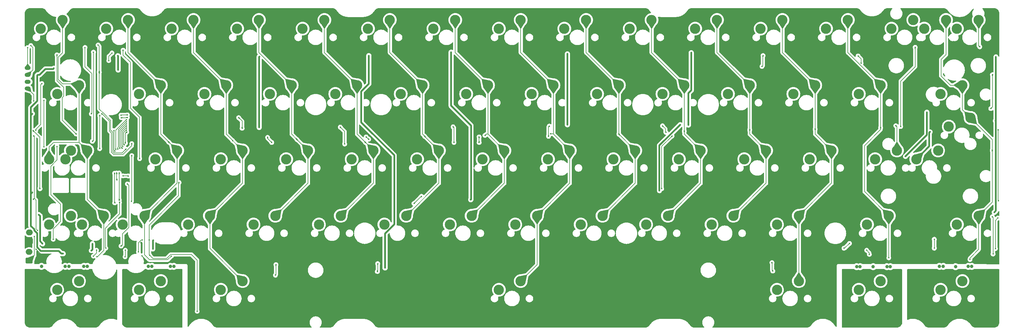
<source format=gbr>
%TF.GenerationSoftware,KiCad,Pcbnew,8.99.0-2194-gb3b7cbcab2*%
%TF.CreationDate,2024-09-18T03:31:56+07:00*%
%TF.ProjectId,Sebas_nuxros,53656261-735f-46e7-9578-726f732e6b69,rev?*%
%TF.SameCoordinates,Original*%
%TF.FileFunction,Copper,L1,Top*%
%TF.FilePolarity,Positive*%
%FSLAX46Y46*%
G04 Gerber Fmt 4.6, Leading zero omitted, Abs format (unit mm)*
G04 Created by KiCad (PCBNEW 8.99.0-2194-gb3b7cbcab2) date 2024-09-18 03:31:56*
%MOMM*%
%LPD*%
G01*
G04 APERTURE LIST*
G04 Aperture macros list*
%AMRoundRect*
0 Rectangle with rounded corners*
0 $1 Rounding radius*
0 $2 $3 $4 $5 $6 $7 $8 $9 X,Y pos of 4 corners*
0 Add a 4 corners polygon primitive as box body*
4,1,4,$2,$3,$4,$5,$6,$7,$8,$9,$2,$3,0*
0 Add four circle primitives for the rounded corners*
1,1,$1+$1,$2,$3*
1,1,$1+$1,$4,$5*
1,1,$1+$1,$6,$7*
1,1,$1+$1,$8,$9*
0 Add four rect primitives between the rounded corners*
20,1,$1+$1,$2,$3,$4,$5,0*
20,1,$1+$1,$4,$5,$6,$7,0*
20,1,$1+$1,$6,$7,$8,$9,0*
20,1,$1+$1,$8,$9,$2,$3,0*%
G04 Aperture macros list end*
%TA.AperFunction,ComponentPad*%
%ADD10C,0.400000*%
%TD*%
%TA.AperFunction,ComponentPad*%
%ADD11C,3.000000*%
%TD*%
%TA.AperFunction,ComponentPad*%
%ADD12RoundRect,0.250000X0.750000X-0.600000X0.750000X0.600000X-0.750000X0.600000X-0.750000X-0.600000X0*%
%TD*%
%TA.AperFunction,ComponentPad*%
%ADD13O,2.000000X1.700000*%
%TD*%
%TA.AperFunction,ComponentPad*%
%ADD14RoundRect,0.250000X0.625000X-0.350000X0.625000X0.350000X-0.625000X0.350000X-0.625000X-0.350000X0*%
%TD*%
%TA.AperFunction,ComponentPad*%
%ADD15O,1.750000X1.200000*%
%TD*%
%TA.AperFunction,ViaPad*%
%ADD16C,0.600000*%
%TD*%
%TA.AperFunction,ViaPad*%
%ADD17C,1.000000*%
%TD*%
%TA.AperFunction,ViaPad*%
%ADD18C,0.400000*%
%TD*%
%TA.AperFunction,Conductor*%
%ADD19C,0.200000*%
%TD*%
%TA.AperFunction,Conductor*%
%ADD20C,0.500000*%
%TD*%
G04 APERTURE END LIST*
D10*
%TO.P,SW51,1,1*%
%TO.N,Net-(D51-A)*%
X163710000Y-87480000D03*
X164950000Y-88740000D03*
X164960000Y-86240000D03*
D11*
X164960000Y-87490000D03*
D10*
X166210000Y-87490000D03*
%TO.P,SW51,2,2*%
%TO.N,C8*%
X170060000Y-84950000D03*
X171310000Y-83690000D03*
D11*
X171310000Y-84950000D03*
D10*
X171310000Y-86190000D03*
X172550000Y-84940000D03*
%TD*%
%TO.P,SW4,1,1*%
%TO.N,Net-(D4-A)*%
X63697500Y-30330000D03*
X64937500Y-31590000D03*
X64947500Y-29090000D03*
D11*
X64947500Y-30340000D03*
D10*
X66197500Y-30340000D03*
%TO.P,SW4,2,2*%
%TO.N,C3*%
X70047500Y-27800000D03*
X71297500Y-26540000D03*
D11*
X71297500Y-27800000D03*
D10*
X71297500Y-29040000D03*
X72537500Y-27790000D03*
%TD*%
%TO.P,SW21,1,1*%
%TO.N,Net-(D21-A)*%
X111322500Y-49380000D03*
X112562500Y-50640000D03*
X112572500Y-48140000D03*
D11*
X112572500Y-49390000D03*
D10*
X113822500Y-49390000D03*
%TO.P,SW21,2,2*%
%TO.N,C5*%
X117672500Y-46850000D03*
X118922500Y-45590000D03*
D11*
X118922500Y-46850000D03*
D10*
X118922500Y-48090000D03*
X120162500Y-46840000D03*
%TD*%
%TO.P,SW57,1,1*%
%TO.N,Net-(D57-A)*%
X11310500Y-106530000D03*
X12550500Y-107790000D03*
X12560500Y-105290000D03*
D11*
X12560500Y-106540000D03*
D10*
X13810500Y-106540000D03*
%TO.P,SW57,2,2*%
%TO.N,C0*%
X17660500Y-104000000D03*
X18910500Y-102740000D03*
D11*
X18910500Y-104000000D03*
D10*
X18910500Y-105240000D03*
X20150500Y-103990000D03*
%TD*%
%TO.P,SW58,1,1*%
%TO.N,Net-(D58-A)*%
X35122500Y-106530000D03*
X36362500Y-107790000D03*
X36372500Y-105290000D03*
D11*
X36372500Y-106540000D03*
D10*
X37622500Y-106540000D03*
%TO.P,SW58,2,2*%
%TO.N,C1*%
X41472500Y-104000000D03*
X42722500Y-102740000D03*
D11*
X42722500Y-104000000D03*
D10*
X42722500Y-105240000D03*
X43962500Y-103990000D03*
%TD*%
%TO.P,SW49,1,1*%
%TO.N,Net-(D49-A)*%
X125610000Y-87480000D03*
X126850000Y-88740000D03*
X126860000Y-86240000D03*
D11*
X126860000Y-87490000D03*
D10*
X128110000Y-87490000D03*
%TO.P,SW49,2,2*%
%TO.N,C6*%
X131960000Y-84950000D03*
X133210000Y-83690000D03*
D11*
X133210000Y-84950000D03*
D10*
X133210000Y-86190000D03*
X134450000Y-84940000D03*
%TD*%
%TO.P,SW20,1,1*%
%TO.N,Net-(D20-A)*%
X92272500Y-49380000D03*
X93512500Y-50640000D03*
X93522500Y-48140000D03*
D11*
X93522500Y-49390000D03*
D10*
X94772500Y-49390000D03*
%TO.P,SW20,2,2*%
%TO.N,C4*%
X98622500Y-46850000D03*
X99872500Y-45590000D03*
D11*
X99872500Y-46850000D03*
D10*
X99872500Y-48090000D03*
X101112500Y-46840000D03*
%TD*%
%TO.P,SW35,1,1*%
%TO.N,Net-(D35-A)*%
X116085000Y-68430000D03*
X117325000Y-69690000D03*
X117335000Y-67190000D03*
D11*
X117335000Y-68440000D03*
D10*
X118585000Y-68440000D03*
%TO.P,SW35,2,2*%
%TO.N,C5*%
X122435000Y-65900000D03*
X123685000Y-64640000D03*
D11*
X123685000Y-65900000D03*
D10*
X123685000Y-67140000D03*
X124925000Y-65890000D03*
%TD*%
%TO.P,SW17,1,1*%
%TO.N,Net-(D17-A)*%
X35122500Y-49380000D03*
X36362500Y-50640000D03*
X36372500Y-48140000D03*
D11*
X36372500Y-49390000D03*
D10*
X37622500Y-49390000D03*
%TO.P,SW17,2,2*%
%TO.N,C1*%
X41472500Y-46850000D03*
X42722500Y-45590000D03*
D11*
X42722500Y-46850000D03*
D10*
X42722500Y-48090000D03*
X43962500Y-46840000D03*
%TD*%
%TO.P,SW12,1,1*%
%TO.N,Net-(D12-A)*%
X216097500Y-30330000D03*
X217337500Y-31590000D03*
X217347500Y-29090000D03*
D11*
X217347500Y-30340000D03*
D10*
X218597500Y-30340000D03*
%TO.P,SW12,2,2*%
%TO.N,C11*%
X222447500Y-27800000D03*
X223697500Y-26540000D03*
D11*
X223697500Y-27800000D03*
D10*
X223697500Y-29040000D03*
X224937500Y-27790000D03*
%TD*%
%TO.P,SW1003,1,1*%
%TO.N,Net-(D43-A)*%
X270865999Y-58905000D03*
X272105999Y-60165000D03*
X272115999Y-57665000D03*
D11*
X272115999Y-58915000D03*
D10*
X273365999Y-58915000D03*
%TO.P,SW1003,2,2*%
%TO.N,C13*%
X277215999Y-56375000D03*
X278465999Y-55115000D03*
D11*
X278465999Y-56375000D03*
D10*
X278465999Y-57615000D03*
X279705999Y-56365000D03*
%TD*%
%TO.P,SW16,1,1*%
%TO.N,Net-(D16-A)*%
X11310500Y-49380000D03*
X12550500Y-50640000D03*
X12560500Y-48140000D03*
D11*
X12560500Y-49390000D03*
D10*
X13810500Y-49390000D03*
%TO.P,SW16,2,2*%
%TO.N,C0*%
X17660500Y-46850000D03*
X18910500Y-45590000D03*
D11*
X18910500Y-46850000D03*
D10*
X18910500Y-48090000D03*
X20150500Y-46840000D03*
%TD*%
%TO.P,SW33,1,1*%
%TO.N,Net-(D33-A)*%
X77985000Y-68430000D03*
X79225000Y-69690000D03*
X79235000Y-67190000D03*
D11*
X79235000Y-68440000D03*
D10*
X80485000Y-68440000D03*
%TO.P,SW33,2,2*%
%TO.N,C3*%
X84335000Y-65900000D03*
X85585000Y-64640000D03*
D11*
X85585000Y-65900000D03*
D10*
X85585000Y-67140000D03*
X86825000Y-65890000D03*
%TD*%
%TO.P,SW13,1,1*%
%TO.N,Net-(D13-A)*%
X235147500Y-30330000D03*
X236387500Y-31590000D03*
X236397500Y-29090000D03*
D11*
X236397500Y-30340000D03*
D10*
X237647500Y-30340000D03*
%TO.P,SW13,2,2*%
%TO.N,C12*%
X241497500Y-27800000D03*
X242747500Y-26540000D03*
D11*
X242747500Y-27800000D03*
D10*
X242747500Y-29040000D03*
X243987500Y-27790000D03*
%TD*%
D12*
%TO.P,SWb\u00F4trst1,1,1*%
%TO.N,GND*%
X4465000Y-92300000D03*
D13*
%TO.P,SWb\u00F4trst1,2,2*%
%TO.N,RST*%
X4465000Y-89800000D03*
%TD*%
D10*
%TO.P,SW1004,1,1*%
%TO.N,Net-(D29-A)*%
X249435000Y-68430000D03*
X250675000Y-69690000D03*
X250685000Y-67190000D03*
D11*
X250685000Y-68440000D03*
D10*
X251935000Y-68440000D03*
%TO.P,SW1004,2,2*%
%TO.N,C13*%
X255785000Y-65900000D03*
X257035000Y-64640000D03*
D11*
X257035000Y-65900000D03*
D10*
X257035000Y-67140000D03*
X258275000Y-65890000D03*
%TD*%
%TO.P,SW37,1,1*%
%TO.N,Net-(D37-A)*%
X154185000Y-68430000D03*
X155425000Y-69690000D03*
X155435000Y-67190000D03*
D11*
X155435000Y-68440000D03*
D10*
X156685000Y-68440000D03*
%TO.P,SW37,2,2*%
%TO.N,C7*%
X160535000Y-65900000D03*
X161785000Y-64640000D03*
D11*
X161785000Y-65900000D03*
D10*
X161785000Y-67140000D03*
X163025000Y-65890000D03*
%TD*%
%TO.P,SW8,1,1*%
%TO.N,Net-(D8-A)*%
X139897500Y-30330000D03*
X141137500Y-31590000D03*
X141147500Y-29090000D03*
D11*
X141147500Y-30340000D03*
D10*
X142397500Y-30340000D03*
%TO.P,SW8,2,2*%
%TO.N,C7*%
X146247500Y-27800000D03*
X147497500Y-26540000D03*
D11*
X147497500Y-27800000D03*
D10*
X147497500Y-29040000D03*
X148737500Y-27790000D03*
%TD*%
%TO.P,SW1,1,1*%
%TO.N,Net-(D1-A)*%
X6547500Y-30330000D03*
X7787500Y-31590000D03*
X7797500Y-29090000D03*
D11*
X7797500Y-30340000D03*
D10*
X9047500Y-30340000D03*
%TO.P,SW1,2,2*%
%TO.N,C0*%
X12897500Y-27800000D03*
X14147500Y-26540000D03*
D11*
X14147500Y-27800000D03*
D10*
X14147500Y-29040000D03*
X15387500Y-27790000D03*
%TD*%
%TO.P,SW10,1,1*%
%TO.N,Net-(D10-A)*%
X177997500Y-30330000D03*
X179237500Y-31590000D03*
X179247500Y-29090000D03*
D11*
X179247500Y-30340000D03*
D10*
X180497500Y-30340000D03*
%TO.P,SW10,2,2*%
%TO.N,C9*%
X184347500Y-27800000D03*
X185597500Y-26540000D03*
D11*
X185597500Y-27800000D03*
D10*
X185597500Y-29040000D03*
X186837500Y-27790000D03*
%TD*%
%TO.P,SW55,1,1*%
%TO.N,Net-(D55-A)*%
X247054000Y-87480000D03*
X248294000Y-88740000D03*
X248304000Y-86240000D03*
D11*
X248304000Y-87490000D03*
D10*
X249554000Y-87490000D03*
%TO.P,SW55,2,2*%
%TO.N,C12*%
X253404000Y-84950000D03*
X254654000Y-83690000D03*
D11*
X254654000Y-84950000D03*
D10*
X254654000Y-86190000D03*
X255894000Y-84940000D03*
%TD*%
%TO.P,SW27,1,1*%
%TO.N,Net-(D27-A)*%
X225622500Y-49380000D03*
X226862500Y-50640000D03*
X226872500Y-48140000D03*
D11*
X226872500Y-49390000D03*
D10*
X228122500Y-49390000D03*
%TO.P,SW27,2,2*%
%TO.N,C11*%
X231972500Y-46850000D03*
X233222500Y-45590000D03*
D11*
X233222500Y-46850000D03*
D10*
X233222500Y-48090000D03*
X234462500Y-46840000D03*
%TD*%
%TO.P,SW44,1,1*%
%TO.N,Net-(D44-A)*%
X30360000Y-87480000D03*
X31600000Y-88740000D03*
X31610000Y-86240000D03*
D11*
X31610000Y-87490000D03*
D10*
X32860000Y-87490000D03*
%TO.P,SW44,2,2*%
%TO.N,C1*%
X36710000Y-84950000D03*
X37960000Y-83690000D03*
D11*
X37960000Y-84950000D03*
D10*
X37960000Y-86190000D03*
X39200000Y-84940000D03*
%TD*%
%TO.P,SW25,1,1*%
%TO.N,Net-(D25-A)*%
X187522500Y-49380000D03*
X188762500Y-50640000D03*
X188772500Y-48140000D03*
D11*
X188772500Y-49390000D03*
D10*
X190022500Y-49390000D03*
%TO.P,SW25,2,2*%
%TO.N,C9*%
X193872500Y-46850000D03*
X195122500Y-45590000D03*
D11*
X195122500Y-46850000D03*
D10*
X195122500Y-48090000D03*
X196362500Y-46840000D03*
%TD*%
%TO.P,SW36,1,1*%
%TO.N,Net-(D36-A)*%
X135135000Y-68430000D03*
X136375000Y-69690000D03*
X136385000Y-67190000D03*
D11*
X136385000Y-68440000D03*
D10*
X137635000Y-68440000D03*
%TO.P,SW36,2,2*%
%TO.N,C6*%
X141485000Y-65900000D03*
X142735000Y-64640000D03*
D11*
X142735000Y-65900000D03*
D10*
X142735000Y-67140000D03*
X143975000Y-65890000D03*
%TD*%
%TO.P,SW46,1,1*%
%TO.N,Net-(D46-A)*%
X68460000Y-87480000D03*
X69700000Y-88740000D03*
X69710000Y-86240000D03*
D11*
X69710000Y-87490000D03*
D10*
X70960000Y-87490000D03*
%TO.P,SW46,2,2*%
%TO.N,C3*%
X74810000Y-84950000D03*
X76060000Y-83690000D03*
D11*
X76060000Y-84950000D03*
D10*
X76060000Y-86190000D03*
X77300000Y-84940000D03*
%TD*%
%TO.P,SW6,1,1*%
%TO.N,Net-(D6-A)*%
X101797500Y-30330000D03*
X103037500Y-31590000D03*
X103047500Y-29090000D03*
D11*
X103047500Y-30340000D03*
D10*
X104297500Y-30340000D03*
%TO.P,SW6,2,2*%
%TO.N,C5*%
X108147500Y-27800000D03*
X109397500Y-26540000D03*
D11*
X109397500Y-27800000D03*
D10*
X109397500Y-29040000D03*
X110637500Y-27790000D03*
%TD*%
%TO.P,SW30,1,1*%
%TO.N,Net-(D30-A)*%
X13691500Y-68430000D03*
X14931500Y-69690000D03*
X14941500Y-67190000D03*
D11*
X14941500Y-68440000D03*
D10*
X16191500Y-68440000D03*
%TO.P,SW30,2,2*%
%TO.N,C0*%
X20041500Y-65900000D03*
X21291500Y-64640000D03*
D11*
X21291500Y-65900000D03*
D10*
X21291500Y-67140000D03*
X22531500Y-65890000D03*
%TD*%
%TO.P,SW40,1,1*%
%TO.N,Net-(D40-A)*%
X211335000Y-68430000D03*
X212575000Y-69690000D03*
X212585000Y-67190000D03*
D11*
X212585000Y-68440000D03*
D10*
X213835000Y-68440000D03*
%TO.P,SW40,2,2*%
%TO.N,C10*%
X217685000Y-65900000D03*
X218935000Y-64640000D03*
D11*
X218935000Y-65900000D03*
D10*
X218935000Y-67140000D03*
X220175000Y-65890000D03*
%TD*%
%TO.P,SW7,1,1*%
%TO.N,Net-(D7-A)*%
X120847500Y-30330000D03*
X122087500Y-31590000D03*
X122097500Y-29090000D03*
D11*
X122097500Y-30340000D03*
D10*
X123347500Y-30340000D03*
%TO.P,SW7,2,2*%
%TO.N,C6*%
X127197500Y-27800000D03*
X128447500Y-26540000D03*
D11*
X128447500Y-27800000D03*
D10*
X128447500Y-29040000D03*
X129687500Y-27790000D03*
%TD*%
%TO.P,SW41,1,1*%
%TO.N,Net-(D41-A)*%
X230385000Y-68430000D03*
X231625000Y-69690000D03*
X231635000Y-67190000D03*
D11*
X231635000Y-68440000D03*
D10*
X232885000Y-68440000D03*
%TO.P,SW41,2,2*%
%TO.N,C11*%
X236735000Y-65900000D03*
X237985000Y-64640000D03*
D11*
X237985000Y-65900000D03*
D10*
X237985000Y-67140000D03*
X239225000Y-65890000D03*
%TD*%
%TO.P,SW38,1,1*%
%TO.N,Net-(D38-A)*%
X173235000Y-68430000D03*
X174475000Y-69690000D03*
X174485000Y-67190000D03*
D11*
X174485000Y-68440000D03*
D10*
X175735000Y-68440000D03*
%TO.P,SW38,2,2*%
%TO.N,C8*%
X179585000Y-65900000D03*
X180835000Y-64640000D03*
D11*
X180835000Y-65900000D03*
D10*
X180835000Y-67140000D03*
X182075000Y-65890000D03*
%TD*%
%TO.P,SW52,1,1*%
%TO.N,Net-(D52-A)*%
X182760000Y-87480000D03*
X184000000Y-88740000D03*
X184010000Y-86240000D03*
D11*
X184010000Y-87490000D03*
D10*
X185260000Y-87490000D03*
%TO.P,SW52,2,2*%
%TO.N,C9*%
X189110000Y-84950000D03*
X190360000Y-83690000D03*
D11*
X190360000Y-84950000D03*
D10*
X190360000Y-86190000D03*
X191600000Y-84940000D03*
%TD*%
%TO.P,SW15,1,1*%
%TO.N,Net-(D15-A)*%
X273247500Y-30330000D03*
X274487500Y-31590000D03*
X274497500Y-29090000D03*
D11*
X274497500Y-30340000D03*
D10*
X275747500Y-30340000D03*
%TO.P,SW15,2,2*%
%TO.N,C14*%
X279597500Y-27800000D03*
X280847500Y-26540000D03*
D11*
X280847500Y-27800000D03*
D10*
X280847500Y-29040000D03*
X282087500Y-27790000D03*
%TD*%
%TO.P,SW29,1,1*%
%TO.N,Net-(D29-A)*%
X268485500Y-49380000D03*
X269725500Y-50640000D03*
X269735500Y-48140000D03*
D11*
X269735500Y-49390000D03*
D10*
X270985500Y-49390000D03*
%TO.P,SW29,2,2*%
%TO.N,C13*%
X274835500Y-46850000D03*
X276085500Y-45590000D03*
D11*
X276085500Y-46850000D03*
D10*
X276085500Y-48090000D03*
X277325500Y-46840000D03*
%TD*%
%TO.P,SW43,1,1*%
%TO.N,Net-(D43-A)*%
X261415600Y-68430000D03*
X262655600Y-69690000D03*
X262665600Y-67190000D03*
D11*
X262665600Y-68440000D03*
D10*
X263915600Y-68440000D03*
%TO.P,SW43,2,2*%
%TO.N,C13*%
X267765600Y-65900000D03*
X269015600Y-64640000D03*
D11*
X269015600Y-65900000D03*
D10*
X269015600Y-67140000D03*
X270255600Y-65890000D03*
%TD*%
%TO.P,SW32,1,1*%
%TO.N,Net-(D32-A)*%
X58935000Y-68430000D03*
X60175000Y-69690000D03*
X60185000Y-67190000D03*
D11*
X60185000Y-68440000D03*
D10*
X61435000Y-68440000D03*
%TO.P,SW32,2,2*%
%TO.N,C2*%
X65285000Y-65900000D03*
X66535000Y-64640000D03*
D11*
X66535000Y-65900000D03*
D10*
X66535000Y-67140000D03*
X67775000Y-65890000D03*
%TD*%
%TO.P,SW11,1,1*%
%TO.N,Net-(D11-A)*%
X197047500Y-30330000D03*
X198287500Y-31590000D03*
X198297500Y-29090000D03*
D11*
X198297500Y-30340000D03*
D10*
X199547500Y-30340000D03*
%TO.P,SW11,2,2*%
%TO.N,C10*%
X203397500Y-27800000D03*
X204647500Y-26540000D03*
D11*
X204647500Y-27800000D03*
D10*
X204647500Y-29040000D03*
X205887500Y-27790000D03*
%TD*%
%TO.P,SW1002,1,1*%
%TO.N,Net-(D14-A)*%
X263722500Y-30330000D03*
X264962500Y-31590000D03*
X264972500Y-29090000D03*
D11*
X264972500Y-30340000D03*
D10*
X266222500Y-30340000D03*
%TO.P,SW1002,2,2*%
%TO.N,C13*%
X270072500Y-27800000D03*
X271322500Y-26540000D03*
D11*
X271322500Y-27800000D03*
D10*
X271322500Y-29040000D03*
X272562500Y-27790000D03*
%TD*%
%TO.P,SW56,1,1*%
%TO.N,Net-(D56-A)*%
X273247500Y-87480000D03*
X274487500Y-88740000D03*
X274497500Y-86240000D03*
D11*
X274497500Y-87490000D03*
D10*
X275747500Y-87490000D03*
%TO.P,SW56,2,2*%
%TO.N,C13*%
X279597500Y-84950000D03*
X280847500Y-83690000D03*
D11*
X280847500Y-84950000D03*
D10*
X280847500Y-86190000D03*
X282087500Y-84940000D03*
%TD*%
%TO.P,SW59,1,1*%
%TO.N,Net-(D59-A)*%
X58935500Y-106530000D03*
X60175500Y-107790000D03*
X60185500Y-105290000D03*
D11*
X60185500Y-106540000D03*
D10*
X61435500Y-106540000D03*
%TO.P,SW59,2,2*%
%TO.N,C2*%
X65285500Y-104000000D03*
X66535500Y-102740000D03*
D11*
X66535500Y-104000000D03*
D10*
X66535500Y-105240000D03*
X67775500Y-103990000D03*
%TD*%
%TO.P,SW18,1,1*%
%TO.N,Net-(D18-A)*%
X54172500Y-49380000D03*
X55412500Y-50640000D03*
X55422500Y-48140000D03*
D11*
X55422500Y-49390000D03*
D10*
X56672500Y-49390000D03*
%TO.P,SW18,2,2*%
%TO.N,C2*%
X60522500Y-46850000D03*
X61772500Y-45590000D03*
D11*
X61772500Y-46850000D03*
D10*
X61772500Y-48090000D03*
X63012500Y-46840000D03*
%TD*%
%TO.P,SW3,1,1*%
%TO.N,Net-(D3-A)*%
X44647500Y-30330000D03*
X45887500Y-31590000D03*
X45897500Y-29090000D03*
D11*
X45897500Y-30340000D03*
D10*
X47147500Y-30340000D03*
%TO.P,SW3,2,2*%
%TO.N,C2*%
X50997500Y-27800000D03*
X52247500Y-26540000D03*
D11*
X52247500Y-27800000D03*
D10*
X52247500Y-29040000D03*
X53487500Y-27790000D03*
%TD*%
%TO.P,SW39,1,1*%
%TO.N,Net-(D39-A)*%
X192285000Y-68430000D03*
X193525000Y-69690000D03*
X193535000Y-67190000D03*
D11*
X193535000Y-68440000D03*
D10*
X194785000Y-68440000D03*
%TO.P,SW39,2,2*%
%TO.N,C9*%
X198635000Y-65900000D03*
X199885000Y-64640000D03*
D11*
X199885000Y-65900000D03*
D10*
X199885000Y-67140000D03*
X201125000Y-65890000D03*
%TD*%
%TO.P,SW47,1,1*%
%TO.N,Net-(D47-A)*%
X87510000Y-87480000D03*
X88750000Y-88740000D03*
X88760000Y-86240000D03*
D11*
X88760000Y-87490000D03*
D10*
X90010000Y-87490000D03*
%TO.P,SW47,2,2*%
%TO.N,C4*%
X93860000Y-84950000D03*
X95110000Y-83690000D03*
D11*
X95110000Y-84950000D03*
D10*
X95110000Y-86190000D03*
X96350000Y-84940000D03*
%TD*%
%TO.P,SW5,1,1*%
%TO.N,Net-(D5-A)*%
X82747500Y-30330000D03*
X83987500Y-31590000D03*
X83997500Y-29090000D03*
D11*
X83997500Y-30340000D03*
D10*
X85247500Y-30340000D03*
%TO.P,SW5,2,2*%
%TO.N,C4*%
X89097500Y-27800000D03*
X90347500Y-26540000D03*
D11*
X90347500Y-27800000D03*
D10*
X90347500Y-29040000D03*
X91587500Y-27790000D03*
%TD*%
%TO.P,SW2,1,1*%
%TO.N,Net-(D2-A)*%
X25597500Y-30330000D03*
X26837500Y-31590000D03*
X26847500Y-29090000D03*
D11*
X26847500Y-30340000D03*
D10*
X28097500Y-30340000D03*
%TO.P,SW2,2,2*%
%TO.N,C1*%
X31947500Y-27800000D03*
X33197500Y-26540000D03*
D11*
X33197500Y-27800000D03*
D10*
X33197500Y-29040000D03*
X34437500Y-27790000D03*
%TD*%
%TO.P,SW23,1,1*%
%TO.N,Net-(D23-A)*%
X149422500Y-49380000D03*
X150662500Y-50640000D03*
X150672500Y-48140000D03*
D11*
X150672500Y-49390000D03*
D10*
X151922500Y-49390000D03*
%TO.P,SW23,2,2*%
%TO.N,C7*%
X155772500Y-46850000D03*
X157022500Y-45590000D03*
D11*
X157022500Y-46850000D03*
D10*
X157022500Y-48090000D03*
X158262500Y-46840000D03*
%TD*%
%TO.P,SW53,1,1*%
%TO.N,Net-(D53-A)*%
X201810000Y-87480000D03*
X203050000Y-88740000D03*
X203060000Y-86240000D03*
D11*
X203060000Y-87490000D03*
D10*
X204310000Y-87490000D03*
%TO.P,SW53,2,2*%
%TO.N,C10*%
X208160000Y-84950000D03*
X209410000Y-83690000D03*
D11*
X209410000Y-84950000D03*
D10*
X209410000Y-86190000D03*
X210650000Y-84940000D03*
%TD*%
D12*
%TO.P,SWb\u00F4t1,1,1*%
%TO.N,+3.3V*%
X4400000Y-98000000D03*
D13*
%TO.P,SWb\u00F4t1,2,2*%
%TO.N,boot*%
X4400000Y-95500000D03*
%TD*%
D10*
%TO.P,SW31,1,1*%
%TO.N,Net-(D31-A)*%
X39885000Y-68430000D03*
X41125000Y-69690000D03*
X41135000Y-67190000D03*
D11*
X41135000Y-68440000D03*
D10*
X42385000Y-68440000D03*
%TO.P,SW31,2,2*%
%TO.N,C1*%
X46235000Y-65900000D03*
X47485000Y-64640000D03*
D11*
X47485000Y-65900000D03*
D10*
X47485000Y-67140000D03*
X48725000Y-65890000D03*
%TD*%
%TO.P,SW1001,1,1*%
%TO.N,C0*%
X8928500Y-68430000D03*
X10168500Y-69690000D03*
X10178500Y-67190000D03*
D11*
X10178500Y-68440000D03*
D10*
X11428500Y-68440000D03*
%TO.P,SW1001,2,2*%
%TO.N,Net-(D30-A)*%
X15278500Y-65900000D03*
X16528500Y-64640000D03*
D11*
X16528500Y-65900000D03*
D10*
X16528500Y-67140000D03*
X17768500Y-65890000D03*
%TD*%
%TO.P,SW50,1,1*%
%TO.N,Net-(D50-A)*%
X144660000Y-87480000D03*
X145900000Y-88740000D03*
X145910000Y-86240000D03*
D11*
X145910000Y-87490000D03*
D10*
X147160000Y-87490000D03*
%TO.P,SW50,2,2*%
%TO.N,C7*%
X151010000Y-84950000D03*
X152260000Y-83690000D03*
D11*
X152260000Y-84950000D03*
D10*
X152260000Y-86190000D03*
X153500000Y-84940000D03*
%TD*%
%TO.P,SW62,1,1*%
%TO.N,Net-(D62-A)*%
X139897500Y-106530000D03*
X141137500Y-107790000D03*
X141147500Y-105290000D03*
D11*
X141147500Y-106540000D03*
D10*
X142397500Y-106540000D03*
%TO.P,SW62,2,2*%
%TO.N,C7*%
X146247500Y-104000000D03*
X147497500Y-102740000D03*
D11*
X147497500Y-104000000D03*
D10*
X147497500Y-105240000D03*
X148737500Y-103990000D03*
%TD*%
%TO.P,SW70,1,1*%
%TO.N,Net-(D70-A)*%
X268485500Y-106530000D03*
X269725500Y-107790000D03*
X269735500Y-105290000D03*
D11*
X269735500Y-106540000D03*
D10*
X270985500Y-106540000D03*
%TO.P,SW70,2,2*%
%TO.N,C13*%
X274835500Y-104000000D03*
X276085500Y-102740000D03*
D11*
X276085500Y-104000000D03*
D10*
X276085500Y-105240000D03*
X277325500Y-103990000D03*
%TD*%
%TO.P,SW69,1,1*%
%TO.N,Net-(D69-A)*%
X244672500Y-106530000D03*
X245912500Y-107790000D03*
X245922500Y-105290000D03*
D11*
X245922500Y-106540000D03*
D10*
X247172500Y-106540000D03*
%TO.P,SW69,2,2*%
%TO.N,C12*%
X251022500Y-104000000D03*
X252272500Y-102740000D03*
D11*
X252272500Y-104000000D03*
D10*
X252272500Y-105240000D03*
X253512500Y-103990000D03*
%TD*%
%TO.P,SW22,1,1*%
%TO.N,Net-(D22-A)*%
X130372500Y-49380000D03*
X131612500Y-50640000D03*
X131622500Y-48140000D03*
D11*
X131622500Y-49390000D03*
D10*
X132872500Y-49390000D03*
%TO.P,SW22,2,2*%
%TO.N,C6*%
X136722500Y-46850000D03*
X137972500Y-45590000D03*
D11*
X137972500Y-46850000D03*
D10*
X137972500Y-48090000D03*
X139212500Y-46840000D03*
%TD*%
%TO.P,SW68,1,1*%
%TO.N,Net-(D68-A)*%
X220860500Y-106530000D03*
X222100500Y-107790000D03*
X222110500Y-105290000D03*
D11*
X222110500Y-106540000D03*
D10*
X223360500Y-106540000D03*
%TO.P,SW68,2,2*%
%TO.N,C11*%
X227210500Y-104000000D03*
X228460500Y-102740000D03*
D11*
X228460500Y-104000000D03*
D10*
X228460500Y-105240000D03*
X229700500Y-103990000D03*
%TD*%
%TO.P,SW28,1,1*%
%TO.N,Net-(D28-A)*%
X244672500Y-49380000D03*
X245912500Y-50640000D03*
X245922500Y-48140000D03*
D11*
X245922500Y-49390000D03*
D10*
X247172500Y-49390000D03*
%TO.P,SW28,2,2*%
%TO.N,C12*%
X251022500Y-46850000D03*
X252272500Y-45590000D03*
D11*
X252272500Y-46850000D03*
D10*
X252272500Y-48090000D03*
X253512500Y-46840000D03*
%TD*%
%TO.P,SW1000,1,1*%
%TO.N,Net-(D42-A)*%
X18528100Y-87480000D03*
X19768100Y-88740000D03*
X19778100Y-86240000D03*
D11*
X19778100Y-87490000D03*
D10*
X21028100Y-87490000D03*
%TO.P,SW1000,2,2*%
%TO.N,C0*%
X24878100Y-84950000D03*
X26128100Y-83690000D03*
D11*
X26128100Y-84950000D03*
D10*
X26128100Y-86190000D03*
X27368100Y-84940000D03*
%TD*%
%TO.P,SW42,1,1*%
%TO.N,Net-(D42-A)*%
X8928500Y-87480000D03*
X10168500Y-88740000D03*
X10178500Y-86240000D03*
D11*
X10178500Y-87490000D03*
D10*
X11428500Y-87490000D03*
%TO.P,SW42,2,2*%
%TO.N,C0*%
X15278500Y-84950000D03*
X16528500Y-83690000D03*
D11*
X16528500Y-84950000D03*
D10*
X16528500Y-86190000D03*
X17768500Y-84940000D03*
%TD*%
%TO.P,SW14,1,1*%
%TO.N,Net-(D14-A)*%
X254197500Y-30330000D03*
X255437500Y-31590000D03*
X255447500Y-29090000D03*
D11*
X255447500Y-30340000D03*
D10*
X256697500Y-30340000D03*
%TO.P,SW14,2,2*%
%TO.N,C13*%
X260547500Y-27800000D03*
X261797500Y-26540000D03*
D11*
X261797500Y-27800000D03*
D10*
X261797500Y-29040000D03*
X263037500Y-27790000D03*
%TD*%
D14*
%TO.P,J2,1,Pin_1*%
%TO.N,GND*%
X3970000Y-49830000D03*
D15*
%TO.P,J2,2,Pin_2*%
%TO.N,+3.3V*%
X3970000Y-47830000D03*
%TO.P,J2,3,Pin_3*%
%TO.N,RST*%
X3970000Y-45830000D03*
%TO.P,J2,4,Pin_4*%
%TO.N,DIO*%
X3970000Y-43830000D03*
%TO.P,J2,5,Pin_5*%
%TO.N,CLK*%
X3970000Y-41830000D03*
%TD*%
D10*
%TO.P,SW34,1,1*%
%TO.N,Net-(D34-A)*%
X97035000Y-68430000D03*
X98275000Y-69690000D03*
X98285000Y-67190000D03*
D11*
X98285000Y-68440000D03*
D10*
X99535000Y-68440000D03*
%TO.P,SW34,2,2*%
%TO.N,C4*%
X103385000Y-65900000D03*
X104635000Y-64640000D03*
D11*
X104635000Y-65900000D03*
D10*
X104635000Y-67140000D03*
X105875000Y-65890000D03*
%TD*%
%TO.P,SW26,1,1*%
%TO.N,Net-(D26-A)*%
X206572500Y-49380000D03*
X207812500Y-50640000D03*
X207822500Y-48140000D03*
D11*
X207822500Y-49390000D03*
D10*
X209072500Y-49390000D03*
%TO.P,SW26,2,2*%
%TO.N,C10*%
X212922500Y-46850000D03*
X214172500Y-45590000D03*
D11*
X214172500Y-46850000D03*
D10*
X214172500Y-48090000D03*
X215412500Y-46840000D03*
%TD*%
%TO.P,SW45,1,1*%
%TO.N,Net-(D45-A)*%
X49410000Y-87480000D03*
X50650000Y-88740000D03*
X50660000Y-86240000D03*
D11*
X50660000Y-87490000D03*
D10*
X51910000Y-87490000D03*
%TO.P,SW45,2,2*%
%TO.N,C2*%
X55760000Y-84950000D03*
X57010000Y-83690000D03*
D11*
X57010000Y-84950000D03*
D10*
X57010000Y-86190000D03*
X58250000Y-84940000D03*
%TD*%
%TO.P,SW24,1,1*%
%TO.N,Net-(D24-A)*%
X168472500Y-49380000D03*
X169712500Y-50640000D03*
X169722500Y-48140000D03*
D11*
X169722500Y-49390000D03*
D10*
X170972500Y-49390000D03*
%TO.P,SW24,2,2*%
%TO.N,C8*%
X174822500Y-46850000D03*
X176072500Y-45590000D03*
D11*
X176072500Y-46850000D03*
D10*
X176072500Y-48090000D03*
X177312500Y-46840000D03*
%TD*%
%TO.P,SW19,1,1*%
%TO.N,Net-(D19-A)*%
X73222500Y-49380000D03*
X74462500Y-50640000D03*
X74472500Y-48140000D03*
D11*
X74472500Y-49390000D03*
D10*
X75722500Y-49390000D03*
%TO.P,SW19,2,2*%
%TO.N,C3*%
X79572500Y-46850000D03*
X80822500Y-45590000D03*
D11*
X80822500Y-46850000D03*
D10*
X80822500Y-48090000D03*
X82062500Y-46840000D03*
%TD*%
%TO.P,SW54,1,1*%
%TO.N,Net-(D54-A)*%
X220860000Y-87480000D03*
X222100000Y-88740000D03*
X222110000Y-86240000D03*
D11*
X222110000Y-87490000D03*
D10*
X223360000Y-87490000D03*
%TO.P,SW54,2,2*%
%TO.N,C11*%
X227210000Y-84950000D03*
X228460000Y-83690000D03*
D11*
X228460000Y-84950000D03*
D10*
X228460000Y-86190000D03*
X229700000Y-84940000D03*
%TD*%
%TO.P,SW48,1,1*%
%TO.N,Net-(D48-A)*%
X106560000Y-87480000D03*
X107800000Y-88740000D03*
X107810000Y-86240000D03*
D11*
X107810000Y-87490000D03*
D10*
X109060000Y-87490000D03*
%TO.P,SW48,2,2*%
%TO.N,C5*%
X112910000Y-84950000D03*
X114160000Y-83690000D03*
D11*
X114160000Y-84950000D03*
D10*
X114160000Y-86190000D03*
X115400000Y-84940000D03*
%TD*%
%TO.P,SW9,1,1*%
%TO.N,Net-(D9-A)*%
X158947500Y-30330000D03*
X160187500Y-31590000D03*
X160197500Y-29090000D03*
D11*
X160197500Y-30340000D03*
D10*
X161447500Y-30340000D03*
%TO.P,SW9,2,2*%
%TO.N,C8*%
X165297500Y-27800000D03*
X166547500Y-26540000D03*
D11*
X166547500Y-27800000D03*
D10*
X166547500Y-29040000D03*
X167787500Y-27790000D03*
%TD*%
D16*
%TO.N,GND*%
X41370000Y-34930000D03*
X42480000Y-38780000D03*
D17*
%TO.N,*%
X8000000Y-99700000D03*
X274100000Y-99800000D03*
X250100000Y-99800000D03*
D18*
%TO.N,+3.3V*%
X29374973Y-66127581D03*
X5730000Y-51450000D03*
X29889079Y-72476718D03*
X12500000Y-64700000D03*
X22800000Y-63210000D03*
X23120000Y-37200000D03*
X8700000Y-64800000D03*
X29114144Y-60067396D03*
X11400000Y-91800000D03*
X5900000Y-91000000D03*
X8700000Y-51300000D03*
X29920000Y-74480000D03*
%TO.N,GND*%
X167100000Y-56900000D03*
X6399999Y-94719238D03*
X64500000Y-34900000D03*
X166200000Y-77300000D03*
X161100000Y-85800000D03*
X34850000Y-56730000D03*
X165500000Y-50200000D03*
X4700000Y-93700000D03*
X33770000Y-61070000D03*
X8900000Y-96700000D03*
X25750000Y-64380000D03*
X177300000Y-81120000D03*
X9300000Y-94000000D03*
X63200000Y-40100000D03*
X26101154Y-62701535D03*
X69720000Y-62250000D03*
X164400000Y-39800000D03*
X17900000Y-92300000D03*
X9300000Y-102200000D03*
X32665330Y-42475801D03*
X168300000Y-69700000D03*
X179850000Y-79490000D03*
X30380000Y-69580000D03*
X97970000Y-62170000D03*
X173300000Y-32800000D03*
X10520000Y-47040000D03*
X8500000Y-97700000D03*
X18100000Y-98200000D03*
X160200000Y-103800000D03*
X131100000Y-61940000D03*
%TO.N,RST*%
X5620000Y-80110000D03*
X6800000Y-89200000D03*
X6330000Y-60010000D03*
X8090000Y-46370000D03*
X30650000Y-80360000D03*
X5750000Y-61620000D03*
X30590000Y-72460000D03*
%TO.N,R0*%
X31740000Y-36630000D03*
X36534515Y-68271985D03*
%TO.N,Net-(D29-A)*%
X259510000Y-67600000D03*
X265730000Y-54730000D03*
%TO.N,Net-(D43-A)*%
X266650000Y-60460000D03*
%TO.N,+5V*%
X22800000Y-93100000D03*
X285700000Y-94500000D03*
X110670000Y-81390000D03*
X71420000Y-38470000D03*
X187880000Y-77600000D03*
X22500000Y-95100000D03*
X30180000Y-38240000D03*
X103270000Y-38210000D03*
X161100000Y-37680000D03*
X285840000Y-38590000D03*
X197150000Y-37340000D03*
X37100000Y-95700000D03*
X127240000Y-37190000D03*
X161070000Y-58360000D03*
X132930000Y-80250000D03*
X249000000Y-96200000D03*
X285700000Y-57220000D03*
X6900000Y-43820000D03*
X196330000Y-58460000D03*
X37000000Y-92800000D03*
X5330000Y-78150000D03*
X248200000Y-95000000D03*
X11600000Y-41900000D03*
X108000000Y-100130000D03*
X285380000Y-83930000D03*
X14300000Y-96000000D03*
X102340000Y-58960000D03*
X286400000Y-85600000D03*
X5330000Y-55160000D03*
X133030000Y-58610000D03*
X193920000Y-58380000D03*
X71350000Y-59150000D03*
X30300000Y-42400000D03*
%TO.N,DIO*%
X24460000Y-35120000D03*
X24810000Y-43060000D03*
X4870000Y-35270000D03*
X32570000Y-65490000D03*
%TO.N,CLK*%
X20650000Y-35840000D03*
X25512894Y-55200001D03*
X34269999Y-63900772D03*
X22510000Y-55200000D03*
X3930000Y-35890000D03*
%TO.N,boot*%
X26700000Y-94400000D03*
X34270000Y-67390000D03*
X34130000Y-80770000D03*
X30710000Y-81030000D03*
D17*
%TO.N,C0*%
X20300000Y-99700000D03*
X21300000Y-99700000D03*
D18*
X24100000Y-96900000D03*
%TO.N,C1*%
X45800000Y-96700000D03*
D17*
X46500000Y-99700000D03*
D18*
X45002500Y-63417500D03*
D17*
X45500000Y-99700000D03*
D18*
%TO.N,C2*%
X63632500Y-63010000D03*
%TO.N,C3*%
X82352500Y-62667500D03*
%TO.N,C4*%
X102232500Y-63497500D03*
%TO.N,C5*%
X119582500Y-61810000D03*
%TO.N,C6*%
X137090000Y-61490000D03*
%TO.N,C7*%
X156157750Y-61010000D03*
%TO.N,C8*%
X176072500Y-61137500D03*
X32780000Y-60530000D03*
X32420000Y-63710000D03*
%TO.N,C9*%
X32745000Y-59931021D03*
X32040994Y-64210000D03*
X195122500Y-60280000D03*
%TO.N,C10*%
X31671525Y-64709972D03*
X32745000Y-59331018D03*
X214172500Y-59890000D03*
%TO.N,C11*%
X233222500Y-59690000D03*
X32745000Y-58731015D03*
X31478085Y-65277936D03*
%TO.N,C12*%
X254654000Y-97200000D03*
D17*
X255100000Y-99800000D03*
X254100000Y-99800000D03*
D18*
X252272500Y-59270000D03*
X32745000Y-58131012D03*
X30771308Y-65278266D03*
%TO.N,C13*%
X32745000Y-57531009D03*
X278300000Y-97700000D03*
D17*
X278800000Y-99700000D03*
D18*
X256710000Y-58670000D03*
X284800999Y-65880000D03*
D17*
X277800000Y-99700000D03*
D18*
X30206176Y-65479831D03*
%TO.N,C14*%
X262330000Y-35780000D03*
X29614144Y-65577308D03*
X32745000Y-56931006D03*
X281140000Y-35640000D03*
X258120000Y-58910000D03*
%TO.N,Net-(Drgb1-DIN)*%
X27570000Y-39650000D03*
X28510000Y-37450000D03*
%TO.N,Net-(Drgb6-DOUT)*%
X218040000Y-38200000D03*
X217720000Y-41360000D03*
%TO.N,Net-(Drgb7-DOUT)*%
X246584804Y-40455196D03*
X245720000Y-38320000D03*
%TO.N,Net-(Drgb10-DIN)*%
X284350000Y-53660000D03*
X284830000Y-43780000D03*
%TO.N,Net-(Drgb10-DOUT)*%
X286500000Y-59860000D03*
X286570000Y-80610000D03*
%TO.N,Net-(Drgb11-DOUT)*%
X285000000Y-96100000D03*
X284800000Y-85200000D03*
%TO.N,Net-(Drgb12-DOUT)*%
X267900000Y-91800000D03*
X267900000Y-94400000D03*
%TO.N,Net-(Drgb13-DOUT)*%
X220640000Y-98610000D03*
X243200000Y-93000000D03*
X241600000Y-94400000D03*
X220890000Y-101070000D03*
%TO.N,Net-(Drgb17-DOUT)*%
X105760000Y-101200000D03*
X105860000Y-98920000D03*
%TO.N,Net-(Drgb18-DOUT)*%
X76230000Y-99200000D03*
X76080000Y-102270000D03*
%TO.N,Net-(Drgb20-DIN)*%
X18067500Y-61070000D03*
X12470000Y-37990000D03*
%TO.N,Net-(Drgb21-DOUT)*%
X40500000Y-92100000D03*
X40400000Y-94600000D03*
%TO.N,Net-(Ud1-PA0{slash}ADC_IN0)*%
X29290000Y-72510000D03*
X29310000Y-81180000D03*
%TO.N,R1*%
X31120000Y-55590000D03*
X24920000Y-65370000D03*
X24930000Y-55700000D03*
X32970000Y-55530000D03*
%TO.N,R2*%
X31690000Y-73300000D03*
X33270000Y-73340000D03*
%TO.N,R3*%
X32997016Y-75644123D03*
X31160000Y-93780000D03*
D17*
%TO.N,R4*%
X14900000Y-99700000D03*
D18*
X24000000Y-95000000D03*
D17*
X269400000Y-99700000D03*
X245300000Y-99800000D03*
X39100000Y-99700000D03*
D18*
X39300000Y-92000000D03*
X39500000Y-96500000D03*
X36200000Y-95450000D03*
X53300000Y-112800000D03*
X23100000Y-96700000D03*
X32400000Y-95000000D03*
X32300000Y-96900000D03*
D17*
X16000000Y-99700000D03*
X270500000Y-99700000D03*
D18*
X48010000Y-75230000D03*
X37300000Y-92000000D03*
D17*
X40100000Y-99700000D03*
X246300000Y-99800000D03*
D18*
%TO.N,Net-(Drgb22-DOUT)*%
X7200000Y-84600000D03*
X8300000Y-93100000D03*
%TO.N,Net-(Drgb23-DOUT)*%
X5540000Y-60120000D03*
X7540000Y-77050000D03*
%TO.N,Net-(Drgb24-DOUT)*%
X32950000Y-56250000D03*
X65380000Y-56310000D03*
X66390000Y-59390000D03*
X31240000Y-56330000D03*
%TO.N,Net-(Drgb25-DOUT)*%
X75010000Y-63530000D03*
X94970000Y-59080000D03*
X96250000Y-64000000D03*
X73810000Y-62070000D03*
%TO.N,Net-(Drgb26-DOUT)*%
X103218554Y-62608554D03*
X102486446Y-61926446D03*
X127810000Y-58990000D03*
X128060000Y-63530000D03*
%TO.N,Net-(Drgb27-DOUT)*%
X135390000Y-63550000D03*
X135390000Y-61940000D03*
X155590000Y-61770000D03*
X155810000Y-58770000D03*
%TO.N,Net-(Drgb28-DOUT)*%
X189810000Y-60610000D03*
X188760000Y-58690000D03*
%TO.N,Net-(Drgb29-DOUT)*%
X191564620Y-61654620D03*
X188530000Y-77050000D03*
%TO.N,Net-(Drgb31-DOUT)*%
X116430000Y-81340000D03*
X118610000Y-79270000D03*
%TD*%
D19*
%TO.N,R4*%
X40400000Y-97400000D02*
X39500000Y-96500000D01*
X44392893Y-97400000D02*
X40400000Y-97400000D01*
X45592893Y-96200000D02*
X44392893Y-97400000D01*
X53300000Y-97900000D02*
X51600000Y-96200000D01*
X53300000Y-112800000D02*
X53300000Y-97900000D01*
X51600000Y-96200000D02*
X45592893Y-96200000D01*
%TO.N,+3.3V*%
X23130000Y-42580000D02*
X23130000Y-37210000D01*
X10700000Y-78800000D02*
X10700000Y-70464085D01*
X23130000Y-62880000D02*
X22800000Y-63210000D01*
X13000000Y-87100000D02*
X13524100Y-86575900D01*
X13000000Y-87214085D02*
X13000000Y-87200000D01*
X4400000Y-98000000D02*
X5900000Y-96500000D01*
X5900000Y-96500000D02*
X5900000Y-91000000D01*
X5730000Y-49590000D02*
X3970000Y-47830000D01*
X29889079Y-74449079D02*
X29920000Y-74480000D01*
X11400000Y-91800000D02*
X11400000Y-88814085D01*
X29114144Y-65866752D02*
X29374973Y-66127581D01*
X8700000Y-64800000D02*
X8700000Y-51300000D01*
X23130000Y-42580000D02*
X23130000Y-62880000D01*
X13524100Y-81624100D02*
X10700000Y-78800000D01*
X12500000Y-68664085D02*
X12500000Y-64700000D01*
X13524100Y-86575900D02*
X13524100Y-81624100D01*
X11400000Y-88814085D02*
X13000000Y-87214085D01*
X13000000Y-87200000D02*
X13000000Y-87100000D01*
X23130000Y-37210000D02*
X23120000Y-37200000D01*
X5730000Y-51450000D02*
X5730000Y-49590000D01*
X29114144Y-60067396D02*
X29114144Y-65866752D01*
X10700000Y-70464085D02*
X12500000Y-68664085D01*
X29889079Y-72476718D02*
X29889079Y-74449079D01*
%TO.N,GND*%
X8280761Y-96600000D02*
X6399999Y-94719238D01*
X8800000Y-96600000D02*
X8280761Y-96600000D01*
X8900000Y-96700000D02*
X8800000Y-96600000D01*
%TO.N,RST*%
X30590000Y-72460000D02*
X30590000Y-80300000D01*
X7720000Y-46740000D02*
X8090000Y-46370000D01*
X7720000Y-58340000D02*
X7720000Y-46740000D01*
X6330000Y-59730000D02*
X7720000Y-58340000D01*
X6430000Y-80400000D02*
X5880000Y-79850000D01*
X5620000Y-80110000D02*
X5880000Y-79850000D01*
X6430000Y-80400000D02*
X6430000Y-88830000D01*
X5880000Y-61750000D02*
X5750000Y-61620000D01*
X6430000Y-88830000D02*
X6800000Y-89200000D01*
X30590000Y-80300000D02*
X30650000Y-80360000D01*
X5880000Y-79850000D02*
X5880000Y-61750000D01*
X6330000Y-60010000D02*
X6330000Y-59730000D01*
%TO.N,R0*%
X31740000Y-38050000D02*
X31740000Y-36630000D01*
X36534515Y-56214515D02*
X33902500Y-53582500D01*
X33902500Y-53582500D02*
X33902500Y-40212500D01*
X36534515Y-68271985D02*
X36534515Y-56214515D01*
X33902500Y-40212500D02*
X31740000Y-38050000D01*
D20*
%TO.N,Net-(D29-A)*%
X259510000Y-67600000D02*
X265730000Y-61380000D01*
X265730000Y-61380000D02*
X265730000Y-54730000D01*
%TO.N,Net-(D43-A)*%
X266430000Y-64675600D02*
X262665600Y-68440000D01*
X266430000Y-60680000D02*
X266430000Y-64675600D01*
X266650000Y-60460000D02*
X266430000Y-60680000D01*
%TO.N,+5V*%
X4890000Y-79080000D02*
X4890000Y-87910000D01*
X22800000Y-94800000D02*
X22500000Y-95100000D01*
X196330000Y-58460000D02*
X196312500Y-58442500D01*
X133030000Y-58610000D02*
X133030000Y-80150000D01*
X6700000Y-51480000D02*
X6700000Y-44020000D01*
X161070000Y-37710000D02*
X161100000Y-37680000D01*
X4890000Y-53290000D02*
X5970000Y-52210000D01*
X5970000Y-52210000D02*
X6700000Y-51480000D01*
X6900000Y-43820000D02*
X7380000Y-43820000D01*
X6700000Y-93300000D02*
X6700000Y-94100000D01*
X133030000Y-80150000D02*
X132930000Y-80250000D01*
X4890000Y-78590000D02*
X5330000Y-78150000D01*
X285840000Y-38590000D02*
X285840000Y-56030000D01*
X71350000Y-38540000D02*
X71420000Y-38470000D01*
X102340000Y-58960000D02*
X110670000Y-67290000D01*
X103270000Y-46440000D02*
X103270000Y-38210000D01*
X6700000Y-44020000D02*
X6900000Y-43820000D01*
X37100000Y-95700000D02*
X37100000Y-92900000D01*
X161070000Y-58360000D02*
X161070000Y-37710000D01*
X11400000Y-42100000D02*
X11600000Y-41900000D01*
D19*
X249000000Y-95800000D02*
X248200000Y-95000000D01*
X249000000Y-96200000D02*
X249000000Y-95800000D01*
D20*
X7380000Y-43820000D02*
X9100000Y-42100000D01*
X110670000Y-77700000D02*
X110670000Y-87444466D01*
X6700000Y-94100000D02*
X7700000Y-95100000D01*
X9100000Y-42100000D02*
X11400000Y-42100000D01*
X110670000Y-67290000D02*
X110670000Y-77700000D01*
X4890000Y-87910000D02*
X5880000Y-88900000D01*
X197150000Y-48330000D02*
X197150000Y-37340000D01*
X285840000Y-57080000D02*
X285700000Y-57220000D01*
X5880000Y-88900000D02*
X5880000Y-89199239D01*
X4890000Y-55600000D02*
X5330000Y-55160000D01*
X110670000Y-77700000D02*
X110670000Y-81390000D01*
X127240000Y-52820000D02*
X127240000Y-37190000D01*
X4890000Y-79080000D02*
X4890000Y-56110000D01*
X187880000Y-64420000D02*
X193920000Y-58380000D01*
X285840000Y-56030000D02*
X285840000Y-57080000D01*
X285840000Y-82630000D02*
X285840000Y-83470000D01*
X4890000Y-56110000D02*
X4890000Y-53290000D01*
X285840000Y-56030000D02*
X285840000Y-82630000D01*
X196312500Y-49167500D02*
X197150000Y-48330000D01*
X101062500Y-48647500D02*
X103270000Y-46440000D01*
X110670000Y-87444466D02*
X108000000Y-90114466D01*
X22800000Y-93100000D02*
X22800000Y-94800000D01*
X108000000Y-90114466D02*
X108000000Y-100130000D01*
X196312500Y-58442500D02*
X196312500Y-49167500D01*
X30300000Y-42400000D02*
X30300000Y-38360000D01*
X101062500Y-57682500D02*
X101062500Y-48647500D01*
X6700000Y-90019239D02*
X6700000Y-93300000D01*
X102340000Y-58960000D02*
X101062500Y-57682500D01*
D19*
X285700000Y-86300000D02*
X286400000Y-85600000D01*
X285700000Y-94500000D02*
X285700000Y-86300000D01*
D20*
X5880000Y-89199239D02*
X6700000Y-90019239D01*
X133030000Y-58610000D02*
X127240000Y-52820000D01*
X13000000Y-95200000D02*
X13800000Y-96000000D01*
X285840000Y-83470000D02*
X285380000Y-83930000D01*
X4890000Y-56110000D02*
X4890000Y-55600000D01*
X37100000Y-92900000D02*
X37000000Y-92800000D01*
X187880000Y-77600000D02*
X187880000Y-64420000D01*
X71350000Y-59150000D02*
X71350000Y-38540000D01*
X7800000Y-95200000D02*
X13000000Y-95200000D01*
X30300000Y-38360000D02*
X30180000Y-38240000D01*
X7700000Y-95100000D02*
X7800000Y-95200000D01*
X4890000Y-79080000D02*
X4890000Y-78590000D01*
X13800000Y-96000000D02*
X14300000Y-96000000D01*
D19*
%TO.N,DIO*%
X28714144Y-60554144D02*
X28110000Y-59950000D01*
X28110000Y-57090000D02*
X26180000Y-55160000D01*
X28714144Y-66173859D02*
X28714144Y-63950000D01*
X5450000Y-35850000D02*
X5450000Y-42350000D01*
X24810000Y-53790000D02*
X24810000Y-43060000D01*
X28714144Y-63950000D02*
X28714144Y-60554144D01*
X24810000Y-43060000D02*
X24810000Y-35470000D01*
X32570000Y-65490000D02*
X31432419Y-66627581D01*
X26180000Y-55160000D02*
X24810000Y-53790000D01*
X4870000Y-35270000D02*
X5450000Y-35850000D01*
X29167866Y-66627581D02*
X28714144Y-66173859D01*
X24810000Y-35470000D02*
X24460000Y-35120000D01*
X31432419Y-66627581D02*
X29167866Y-66627581D01*
X28110000Y-59950000D02*
X28110000Y-57090000D01*
X5450000Y-42350000D02*
X3970000Y-43830000D01*
%TO.N,CLK*%
X22650500Y-43440500D02*
X22330000Y-43120000D01*
X22650500Y-44450000D02*
X22650500Y-55059500D01*
X28314144Y-61940000D02*
X28314144Y-66339545D01*
X27710000Y-59060000D02*
X27710000Y-60115686D01*
X27710000Y-60115686D02*
X27944315Y-60350000D01*
X25512894Y-55200001D02*
X25654315Y-55200001D01*
X25654315Y-55200001D02*
X27032157Y-56577843D01*
X20650000Y-41440000D02*
X20650000Y-35840000D01*
X31739526Y-67027581D02*
X34269999Y-64497108D01*
X34269999Y-64497108D02*
X34269999Y-63900772D01*
X27944315Y-60350000D02*
X28314144Y-60719829D01*
X3930000Y-41790000D02*
X3970000Y-41830000D01*
X27710000Y-57255686D02*
X27710000Y-59060000D01*
X22330000Y-43120000D02*
X20650000Y-41440000D01*
X30130000Y-67027581D02*
X31739526Y-67027581D01*
X22650500Y-55059500D02*
X22510000Y-55200000D01*
X22650500Y-44450000D02*
X22650500Y-43440500D01*
X28314144Y-60719829D02*
X28314144Y-61940000D01*
X3930000Y-35890000D02*
X3930000Y-41790000D01*
X29002180Y-67027581D02*
X30130000Y-67027581D01*
X27032157Y-56577843D02*
X27710000Y-57255686D01*
X28314144Y-66339545D02*
X29002180Y-67027581D01*
%TO.N,boot*%
X26528100Y-94228100D02*
X26700000Y-94400000D01*
X34270000Y-67390000D02*
X34270000Y-80630000D01*
X34270000Y-80630000D02*
X34130000Y-80770000D01*
X27980000Y-87130000D02*
X26528100Y-88581900D01*
X26528100Y-93600000D02*
X26528100Y-94228100D01*
X30710000Y-84400000D02*
X27980000Y-87130000D01*
X26528100Y-88581900D02*
X26528100Y-93600000D01*
X30710000Y-81030000D02*
X30710000Y-84400000D01*
%TO.N,C0*%
X12870000Y-38640000D02*
X14147500Y-37362500D01*
X26128100Y-84950000D02*
X26128100Y-91800000D01*
X14140000Y-46460000D02*
X12870000Y-45190000D01*
X21291500Y-80113400D02*
X26128100Y-84950000D01*
X24300000Y-96900000D02*
X24100000Y-96900000D01*
X26128100Y-95071900D02*
X24900000Y-96300000D01*
X18520500Y-46460000D02*
X14140000Y-46460000D01*
X24900000Y-96300000D02*
X24300000Y-96900000D01*
X12870000Y-45190000D02*
X12870000Y-38640000D01*
X11471000Y-63519000D02*
X10178500Y-64811500D01*
X18910500Y-46850000D02*
X18520500Y-46460000D01*
X26128100Y-91800000D02*
X26128100Y-95071900D01*
X10178500Y-64811500D02*
X10178500Y-68440000D01*
X18910500Y-46850000D02*
X18910500Y-63519000D01*
X18910500Y-63519000D02*
X11471000Y-63519000D01*
X21291500Y-65900000D02*
X21291500Y-80113400D01*
X14147500Y-37362500D02*
X14147500Y-27800000D01*
X18910500Y-63519000D02*
X21291500Y-65900000D01*
%TO.N,C1*%
X44700000Y-97800000D02*
X45800000Y-96700000D01*
X47485000Y-65900000D02*
X47485000Y-75425000D01*
X33197500Y-37325000D02*
X42722500Y-46850000D01*
X33197500Y-27800000D02*
X33197500Y-37325000D01*
X39400000Y-97800000D02*
X44700000Y-97800000D01*
X37960000Y-96360000D02*
X39400000Y-97800000D01*
X37960000Y-84950000D02*
X37960000Y-96360000D01*
X42722500Y-61137500D02*
X45002500Y-63417500D01*
X42722500Y-46850000D02*
X42722500Y-61137500D01*
X47485000Y-75425000D02*
X37960000Y-84950000D01*
X45002500Y-63417500D02*
X47485000Y-65900000D01*
%TO.N,C2*%
X52247500Y-37325000D02*
X61772500Y-46850000D01*
X66535000Y-65900000D02*
X66535000Y-75425000D01*
X61772500Y-61137500D02*
X66535000Y-65900000D01*
X57010000Y-84950000D02*
X57010000Y-94474500D01*
X61772500Y-46850000D02*
X61772500Y-61137500D01*
X52247500Y-27800000D02*
X52247500Y-37325000D01*
X57010000Y-94474500D02*
X66535500Y-104000000D01*
X66535000Y-75425000D02*
X57010000Y-84950000D01*
%TO.N,C3*%
X85585000Y-75425000D02*
X76060000Y-84950000D01*
X71297500Y-27800000D02*
X71297500Y-37325000D01*
X71297500Y-37325000D02*
X80822500Y-46850000D01*
X80822500Y-46850000D02*
X80822500Y-61137500D01*
X82352500Y-62667500D02*
X85585000Y-65900000D01*
X85585000Y-65900000D02*
X85585000Y-75425000D01*
X80822500Y-61137500D02*
X82352500Y-62667500D01*
%TO.N,C4*%
X99872500Y-61137500D02*
X102232500Y-63497500D01*
X99872500Y-46850000D02*
X99872500Y-61137500D01*
X104635000Y-75425000D02*
X95110000Y-84950000D01*
X90347500Y-37325000D02*
X99872500Y-46850000D01*
X90347500Y-27800000D02*
X90347500Y-37325000D01*
X104635000Y-65900000D02*
X104635000Y-75425000D01*
X102232500Y-63497500D02*
X104635000Y-65900000D01*
%TO.N,C5*%
X109397500Y-27800000D02*
X109397500Y-37325000D01*
X123685000Y-65900000D02*
X123685000Y-75425000D01*
X123685000Y-75425000D02*
X114160000Y-84950000D01*
X119242500Y-61457500D02*
X119582500Y-61797500D01*
X118922500Y-46850000D02*
X118922500Y-61137500D01*
X119877500Y-62092500D02*
X123685000Y-65900000D01*
X119877500Y-62092500D02*
X119595000Y-61810000D01*
X109397500Y-37325000D02*
X118922500Y-46850000D01*
X119582500Y-61797500D02*
X119582500Y-61810000D01*
X119242500Y-61457500D02*
X119877500Y-62092500D01*
X118922500Y-61137500D02*
X119242500Y-61457500D01*
X119595000Y-61810000D02*
X119582500Y-61810000D01*
%TO.N,C6*%
X142735000Y-75425000D02*
X133210000Y-84950000D01*
X137972500Y-61137500D02*
X142735000Y-65900000D01*
X142735000Y-65900000D02*
X142735000Y-75425000D01*
X137090000Y-61490000D02*
X137442500Y-61137500D01*
X137442500Y-61137500D02*
X137972500Y-61137500D01*
X128447500Y-27800000D02*
X128447500Y-37325000D01*
X137972500Y-46850000D02*
X137972500Y-61137500D01*
X128447500Y-37325000D02*
X137972500Y-46850000D01*
%TO.N,C7*%
X161785000Y-75425000D02*
X152260000Y-84950000D01*
X147497500Y-27800000D02*
X147497500Y-37325000D01*
X156157750Y-61010000D02*
X157012500Y-61010000D01*
X157022500Y-61137500D02*
X161785000Y-65900000D01*
X147497500Y-37325000D02*
X157022500Y-46850000D01*
X157022500Y-46850000D02*
X157022500Y-61000000D01*
X152260000Y-99237500D02*
X147497500Y-104000000D01*
X157022500Y-61000000D02*
X157022500Y-61137500D01*
X161785000Y-65900000D02*
X161785000Y-75425000D01*
X152260000Y-84950000D02*
X152260000Y-99237500D01*
X157012500Y-61010000D02*
X157022500Y-61000000D01*
%TO.N,C8*%
X180835000Y-65900000D02*
X180835000Y-75425000D01*
X32420000Y-63710000D02*
X32420000Y-60890000D01*
X176072500Y-61137500D02*
X180835000Y-65900000D01*
X32420000Y-60890000D02*
X32780000Y-60530000D01*
X176072500Y-46850000D02*
X176072500Y-61137500D01*
X166547500Y-27800000D02*
X166547500Y-37325000D01*
X180835000Y-75425000D02*
X171310000Y-84950000D01*
X166547500Y-37325000D02*
X176072500Y-46850000D01*
%TO.N,C9*%
X31920000Y-60682893D02*
X32671872Y-59931021D01*
X31920000Y-64089006D02*
X31920000Y-60682893D01*
X195122500Y-60280000D02*
X195122500Y-61137500D01*
X185597500Y-37325000D02*
X195122500Y-46850000D01*
X195122500Y-46850000D02*
X195122500Y-60280000D01*
X199885000Y-75425000D02*
X190360000Y-84950000D01*
X199885000Y-65900000D02*
X199885000Y-75425000D01*
X195122500Y-61137500D02*
X199885000Y-65900000D01*
X32671872Y-59931021D02*
X32745000Y-59931021D01*
X185597500Y-27800000D02*
X185597500Y-37325000D01*
X32040994Y-64210000D02*
X31920000Y-64089006D01*
%TO.N,C10*%
X204647500Y-37325000D02*
X214172500Y-46850000D01*
X214172500Y-61137500D02*
X218935000Y-65900000D01*
X204647500Y-27800000D02*
X204647500Y-37325000D01*
X218935000Y-65900000D02*
X218935000Y-75425000D01*
X214172500Y-59890000D02*
X214172500Y-61137500D01*
X31520000Y-64558447D02*
X31520000Y-60448914D01*
X32637896Y-59331018D02*
X32745000Y-59331018D01*
X214172500Y-46850000D02*
X214172500Y-59890000D01*
X31520000Y-60448914D02*
X32637896Y-59331018D01*
X218935000Y-75425000D02*
X209410000Y-84950000D01*
X31671525Y-64709972D02*
X31520000Y-64558447D01*
%TO.N,C11*%
X31120000Y-60248911D02*
X32637896Y-58731015D01*
X223697500Y-27800000D02*
X223697500Y-37325000D01*
X31478085Y-65277936D02*
X31478085Y-65223639D01*
X233222500Y-46850000D02*
X233222500Y-59690000D01*
X228460000Y-84950000D02*
X228460000Y-103999500D01*
X228460000Y-103999500D02*
X228460500Y-104000000D01*
X237985000Y-75425000D02*
X228460000Y-84950000D01*
X223697500Y-37325000D02*
X233222500Y-46850000D01*
X31478085Y-65223639D02*
X31120000Y-64865554D01*
X233222500Y-61137500D02*
X237985000Y-65900000D01*
X233222500Y-59690000D02*
X233222500Y-61137500D01*
X31120000Y-64865554D02*
X31120000Y-60248911D01*
X237985000Y-65900000D02*
X237985000Y-75425000D01*
X32637896Y-58731015D02*
X32745000Y-58731015D01*
%TO.N,C12*%
X32637896Y-58131012D02*
X32745000Y-58131012D01*
X30720000Y-60048908D02*
X32637896Y-58131012D01*
X30771308Y-65278266D02*
X30720000Y-65226958D01*
X252272500Y-59767500D02*
X247590000Y-64450000D01*
X254654000Y-84950000D02*
X254654000Y-97200000D01*
X247590000Y-77886000D02*
X254654000Y-84950000D01*
X252272500Y-59270000D02*
X252272500Y-59767500D01*
X30720000Y-65226958D02*
X30720000Y-60048908D01*
X242747500Y-27800000D02*
X242747500Y-37325000D01*
X252272500Y-46850000D02*
X252272500Y-59270000D01*
X242747500Y-37325000D02*
X252272500Y-46850000D01*
X247590000Y-64450000D02*
X247590000Y-77886000D01*
%TO.N,C13*%
X256710000Y-58670000D02*
X257035000Y-58995000D01*
X30320000Y-62340000D02*
X30320000Y-59848905D01*
X278300000Y-97300000D02*
X278300000Y-97700000D01*
X269890000Y-39320000D02*
X269890000Y-44130000D01*
X278400000Y-97200000D02*
X278300000Y-97300000D01*
X276085500Y-53994501D02*
X278465999Y-56375000D01*
X30320000Y-64830000D02*
X30320000Y-64810000D01*
X32637896Y-57531009D02*
X32745000Y-57531009D01*
X30320000Y-59848905D02*
X32637896Y-57531009D01*
X280847500Y-84950000D02*
X280847500Y-94752500D01*
X272610000Y-46850000D02*
X276085500Y-46850000D01*
X278465999Y-56375000D02*
X284800999Y-62710000D01*
X271322500Y-27800000D02*
X271322500Y-37887500D01*
X30320000Y-64810000D02*
X30320000Y-62340000D01*
X280847500Y-94752500D02*
X278400000Y-97200000D01*
X30206176Y-64943824D02*
X30320000Y-64830000D01*
X257035000Y-58995000D02*
X257035000Y-65900000D01*
X271322500Y-37887500D02*
X269890000Y-39320000D01*
X30206176Y-65479831D02*
X30206176Y-64943824D01*
X284800999Y-80996501D02*
X280847500Y-84950000D01*
X269890000Y-44130000D02*
X272610000Y-46850000D01*
X284800999Y-62710000D02*
X284800999Y-65880000D01*
X276085500Y-46850000D02*
X276085500Y-53994501D01*
X284800999Y-65880000D02*
X284800999Y-80996501D01*
%TO.N,C14*%
X29614144Y-59989076D02*
X29920000Y-59683220D01*
X29920000Y-59683220D02*
X29920000Y-59648902D01*
X260300000Y-43480000D02*
X262330000Y-41450000D01*
X32637896Y-56931006D02*
X32745000Y-56931006D01*
X262330000Y-41450000D02*
X262330000Y-35780000D01*
X280847500Y-35347500D02*
X280847500Y-27800000D01*
X281140000Y-35640000D02*
X280847500Y-35347500D01*
X29920000Y-59648902D02*
X32637896Y-56931006D01*
X258120000Y-58910000D02*
X258120000Y-45660000D01*
X29614144Y-65577308D02*
X29614144Y-59989076D01*
X258120000Y-45660000D02*
X260300000Y-43480000D01*
%TO.N,Net-(Drgb1-DIN)*%
X27570000Y-39650000D02*
X27570000Y-38390000D01*
X27570000Y-38390000D02*
X28510000Y-37450000D01*
%TO.N,Net-(Drgb6-DOUT)*%
X218000000Y-38240000D02*
X218040000Y-38200000D01*
X217720000Y-41360000D02*
X218000000Y-41080000D01*
X218000000Y-41080000D02*
X218000000Y-38240000D01*
%TO.N,Net-(Drgb7-DOUT)*%
X246584804Y-40455196D02*
X246584804Y-39184804D01*
X246584804Y-39184804D02*
X245720000Y-38320000D01*
%TO.N,Net-(Drgb10-DIN)*%
X284830000Y-43780000D02*
X284830000Y-53180000D01*
X284830000Y-53180000D02*
X284350000Y-53660000D01*
%TO.N,Net-(Drgb10-DOUT)*%
X286500000Y-59860000D02*
X286500000Y-80540000D01*
X286500000Y-80540000D02*
X286570000Y-80610000D01*
%TO.N,Net-(Drgb11-DOUT)*%
X285000000Y-85400000D02*
X284800000Y-85200000D01*
X285000000Y-96100000D02*
X285000000Y-85400000D01*
%TO.N,Net-(Drgb12-DOUT)*%
X267900000Y-94400000D02*
X267900000Y-91800000D01*
%TO.N,Net-(Drgb13-DOUT)*%
X243200000Y-93000000D02*
X241800000Y-94400000D01*
X241800000Y-94400000D02*
X241600000Y-94400000D01*
X220710000Y-98680000D02*
X220710000Y-100890000D01*
X220710000Y-100890000D02*
X220890000Y-101070000D01*
X220640000Y-98610000D02*
X220710000Y-98680000D01*
%TO.N,Net-(Drgb17-DOUT)*%
X105860000Y-101100000D02*
X105760000Y-101200000D01*
X105860000Y-98920000D02*
X105860000Y-101100000D01*
%TO.N,Net-(Drgb18-DOUT)*%
X76230000Y-102120000D02*
X76080000Y-102270000D01*
X76230000Y-99200000D02*
X76230000Y-102120000D01*
%TO.N,Net-(Drgb20-DIN)*%
X14020500Y-57023000D02*
X18067500Y-61070000D01*
X14020500Y-50475585D02*
X14020500Y-57023000D01*
X14460000Y-47490000D02*
X14460000Y-50036085D01*
X14460000Y-50036085D02*
X14020500Y-50475585D01*
X12470000Y-37990000D02*
X12470000Y-45500000D01*
X12470000Y-45500000D02*
X14460000Y-47490000D01*
D20*
%TO.N,Net-(Drgb21-DOUT)*%
X40400000Y-94600000D02*
X40400000Y-92200000D01*
X40400000Y-92200000D02*
X40500000Y-92100000D01*
D19*
%TO.N,Net-(Ud1-PA0{slash}ADC_IN0)*%
X29290000Y-72510000D02*
X29290000Y-81160000D01*
X29290000Y-81160000D02*
X29310000Y-81180000D01*
%TO.N,R1*%
X32970000Y-55530000D02*
X31180000Y-55530000D01*
X24920000Y-65370000D02*
X24920000Y-55710000D01*
X31180000Y-55530000D02*
X31120000Y-55590000D01*
X24920000Y-55710000D02*
X24930000Y-55700000D01*
%TO.N,R2*%
X31690000Y-73300000D02*
X33230000Y-73300000D01*
X33230000Y-73300000D02*
X33270000Y-73340000D01*
%TO.N,R3*%
X33410000Y-88390000D02*
X31550000Y-90250000D01*
X33410000Y-76057107D02*
X33410000Y-88390000D01*
X31550000Y-90250000D02*
X31550000Y-93390000D01*
X31550000Y-93390000D02*
X31160000Y-93780000D01*
X32997016Y-75644123D02*
X33410000Y-76057107D01*
%TO.N,R4*%
X47885000Y-75355000D02*
X47885000Y-79065000D01*
X39300000Y-92000000D02*
X39300000Y-96300000D01*
X36200000Y-95450000D02*
X36200000Y-92822182D01*
X48010000Y-75230000D02*
X47885000Y-75355000D01*
X47885000Y-79065000D02*
X39300000Y-87650000D01*
X32400000Y-95000000D02*
X32400000Y-96800000D01*
X37022182Y-92000000D02*
X37300000Y-92000000D01*
X32400000Y-96800000D02*
X32300000Y-96900000D01*
X36200000Y-92822182D02*
X37022182Y-92000000D01*
X39300000Y-87650000D02*
X39300000Y-92000000D01*
X39300000Y-96300000D02*
X39500000Y-96500000D01*
X24000000Y-95800000D02*
X24000000Y-95000000D01*
X23100000Y-96700000D02*
X24000000Y-95800000D01*
D20*
%TO.N,Net-(Drgb22-DOUT)*%
X7558500Y-84958500D02*
X7200000Y-84600000D01*
X7558500Y-92358500D02*
X7558500Y-84958500D01*
X8300000Y-93100000D02*
X7558500Y-92358500D01*
D19*
%TO.N,Net-(Drgb23-DOUT)*%
X7540000Y-77050000D02*
X7470000Y-76980000D01*
X7470000Y-76980000D02*
X7470000Y-62050000D01*
X7470000Y-62050000D02*
X5540000Y-60120000D01*
%TO.N,Net-(Drgb24-DOUT)*%
X65380000Y-56310000D02*
X66390000Y-57320000D01*
X66390000Y-57320000D02*
X66390000Y-59390000D01*
X32870000Y-56330000D02*
X32950000Y-56250000D01*
X31240000Y-56330000D02*
X32870000Y-56330000D01*
%TO.N,Net-(Drgb25-DOUT)*%
X96250000Y-64000000D02*
X96250000Y-60360000D01*
X73810000Y-62070000D02*
X73810000Y-62330000D01*
X96250000Y-60360000D02*
X94970000Y-59080000D01*
X73810000Y-62330000D02*
X75010000Y-63530000D01*
%TO.N,Net-(Drgb26-DOUT)*%
X128060000Y-63530000D02*
X128060000Y-59240000D01*
X128060000Y-59240000D02*
X127810000Y-58990000D01*
X102486446Y-61926446D02*
X102536446Y-61926446D01*
X102536446Y-61926446D02*
X103218554Y-62608554D01*
%TO.N,Net-(Drgb27-DOUT)*%
X135390000Y-61940000D02*
X135390000Y-63550000D01*
X155610000Y-61750000D02*
X155610000Y-58970000D01*
X155590000Y-61770000D02*
X155610000Y-61750000D01*
X155610000Y-58970000D02*
X155810000Y-58770000D01*
%TO.N,Net-(Drgb28-DOUT)*%
X189600000Y-59530000D02*
X188760000Y-58690000D01*
X189600000Y-60400000D02*
X189600000Y-59530000D01*
X189810000Y-60610000D02*
X189600000Y-60400000D01*
%TO.N,Net-(Drgb29-DOUT)*%
X191564620Y-61654620D02*
X188530000Y-64689240D01*
X188530000Y-64689240D02*
X188530000Y-77050000D01*
%TO.N,Net-(Drgb31-DOUT)*%
X118330000Y-79550000D02*
X118220000Y-79550000D01*
X118220000Y-79550000D02*
X116430000Y-81340000D01*
X118610000Y-79270000D02*
X118330000Y-79550000D01*
%TD*%
%TA.AperFunction,Conductor*%
%TO.N,GND*%
G36*
X35655193Y-24370798D02*
G01*
X35866062Y-24385386D01*
X35883027Y-24387744D01*
X36068716Y-24426802D01*
X36085185Y-24431475D01*
X36263710Y-24495738D01*
X36279379Y-24502634D01*
X36307563Y-24517441D01*
X36447366Y-24590889D01*
X36461938Y-24599881D01*
X36616155Y-24710429D01*
X36629347Y-24721339D01*
X36766865Y-24852083D01*
X36778424Y-24864701D01*
X36837138Y-24938440D01*
X36920554Y-25043203D01*
X36921728Y-25044701D01*
X37119020Y-25300441D01*
X37124877Y-25308033D01*
X37137983Y-25331864D01*
X37164954Y-25359982D01*
X37179023Y-25378218D01*
X37188694Y-25390755D01*
X37188757Y-25390836D01*
X37193028Y-25394096D01*
X37202756Y-25401520D01*
X37217012Y-25414253D01*
X37417128Y-25622877D01*
X37432717Y-25645168D01*
X37462552Y-25670232D01*
X37489525Y-25698352D01*
X37489526Y-25698353D01*
X37504590Y-25707473D01*
X37520132Y-25718605D01*
X37638294Y-25817872D01*
X37741472Y-25904552D01*
X37759364Y-25925043D01*
X37791716Y-25946762D01*
X37821550Y-25971825D01*
X37837507Y-25979277D01*
X37854152Y-25988677D01*
X38086210Y-26144463D01*
X38094169Y-26149806D01*
X38114153Y-26168256D01*
X38148643Y-26186375D01*
X38154183Y-26190094D01*
X38154186Y-26190096D01*
X38180999Y-26208097D01*
X38197668Y-26213796D01*
X38215224Y-26221355D01*
X38334982Y-26284270D01*
X38471137Y-26355800D01*
X38492987Y-26372002D01*
X38529225Y-26386318D01*
X38563722Y-26404441D01*
X38580911Y-26408319D01*
X38599164Y-26413947D01*
X38859114Y-26516640D01*
X38859113Y-26516640D01*
X38868033Y-26520164D01*
X38891494Y-26533927D01*
X38929060Y-26544272D01*
X38949649Y-26552406D01*
X38965301Y-26558590D01*
X38971591Y-26559312D01*
X38982802Y-26560601D01*
X39001561Y-26564239D01*
X39280272Y-26640996D01*
X39305074Y-26652163D01*
X39343531Y-26658418D01*
X39381101Y-26668765D01*
X39398717Y-26668886D01*
X39417754Y-26670490D01*
X39703094Y-26716902D01*
X39728952Y-26725344D01*
X39767859Y-26727437D01*
X39806320Y-26733693D01*
X39823853Y-26731923D01*
X39842941Y-26731476D01*
X40131619Y-26747007D01*
X40158235Y-26752626D01*
X40197143Y-26750532D01*
X40236053Y-26752626D01*
X40253298Y-26748985D01*
X40272228Y-26746492D01*
X40560902Y-26730962D01*
X40587966Y-26733693D01*
X40626426Y-26727437D01*
X40665335Y-26725344D01*
X40682084Y-26719875D01*
X40700641Y-26715364D01*
X40985984Y-26668953D01*
X41013187Y-26668765D01*
X41050757Y-26658418D01*
X41089214Y-26652163D01*
X41105283Y-26644927D01*
X41123252Y-26638452D01*
X41401962Y-26561696D01*
X41428986Y-26558590D01*
X41465228Y-26544272D01*
X41502794Y-26533927D01*
X41517990Y-26525011D01*
X41535160Y-26516645D01*
X41804032Y-26410429D01*
X41830566Y-26404442D01*
X41865058Y-26386321D01*
X41901300Y-26372004D01*
X41915459Y-26361504D01*
X41931635Y-26351343D01*
X42187548Y-26216898D01*
X42213289Y-26208098D01*
X42245643Y-26186377D01*
X42280135Y-26168257D01*
X42293079Y-26156304D01*
X42308076Y-26144463D01*
X42548090Y-25983336D01*
X42572738Y-25971825D01*
X42602575Y-25946758D01*
X42634924Y-25925042D01*
X42646507Y-25911775D01*
X42660148Y-25898392D01*
X42732097Y-25837947D01*
X42881491Y-25712441D01*
X42904763Y-25698352D01*
X42931739Y-25670228D01*
X42961570Y-25645168D01*
X42971665Y-25630731D01*
X42983780Y-25615974D01*
X43183910Y-25407336D01*
X43205530Y-25390836D01*
X43229327Y-25359988D01*
X43256305Y-25331864D01*
X43264798Y-25316418D01*
X43275265Y-25300441D01*
X43472621Y-25044618D01*
X43473731Y-25043203D01*
X43615850Y-24864683D01*
X43627415Y-24852054D01*
X43764923Y-24721321D01*
X43778115Y-24710411D01*
X43932340Y-24599857D01*
X43946886Y-24590882D01*
X44114889Y-24502623D01*
X44130552Y-24495730D01*
X44309084Y-24431468D01*
X44325551Y-24426797D01*
X44511258Y-24387743D01*
X44528208Y-24385386D01*
X44739089Y-24370798D01*
X44747646Y-24370503D01*
X92667781Y-24370503D01*
X92676704Y-24370824D01*
X92896817Y-24386707D01*
X92914524Y-24389278D01*
X93107976Y-24431822D01*
X93125107Y-24436908D01*
X93310455Y-24506841D01*
X93326675Y-24514337D01*
X93491268Y-24605351D01*
X93500034Y-24610198D01*
X93515017Y-24619956D01*
X93628224Y-24705915D01*
X93672785Y-24739750D01*
X93686209Y-24751561D01*
X93797460Y-24864687D01*
X93825105Y-24892797D01*
X93836691Y-24906416D01*
X93977588Y-25098556D01*
X93978746Y-25100162D01*
X94175891Y-25378210D01*
X94185449Y-25394083D01*
X94192134Y-25407336D01*
X94194053Y-25411139D01*
X94214585Y-25434132D01*
X94219222Y-25439324D01*
X94241075Y-25470143D01*
X94262924Y-25488257D01*
X94269113Y-25495187D01*
X94269115Y-25495189D01*
X94468315Y-25718245D01*
X94479587Y-25732944D01*
X94490052Y-25748937D01*
X94490053Y-25748938D01*
X94490054Y-25748939D01*
X94518213Y-25774118D01*
X94543373Y-25802291D01*
X94567123Y-25817852D01*
X94567145Y-25817872D01*
X94574047Y-25824043D01*
X94574048Y-25824045D01*
X94796993Y-26023398D01*
X94809840Y-26036741D01*
X94817007Y-26045395D01*
X94822023Y-26051452D01*
X94822031Y-26051461D01*
X94847144Y-26069288D01*
X94858020Y-26077966D01*
X94880986Y-26098502D01*
X94880988Y-26098503D01*
X94898040Y-26107117D01*
X94913901Y-26116679D01*
X95165355Y-26295187D01*
X95185802Y-26314891D01*
X95218856Y-26333168D01*
X95249659Y-26355035D01*
X95267572Y-26361686D01*
X95284408Y-26369414D01*
X95546133Y-26514134D01*
X95546134Y-26514134D01*
X95554265Y-26518630D01*
X95576790Y-26535919D01*
X95611685Y-26550379D01*
X95644744Y-26568659D01*
X95663298Y-26573264D01*
X95680875Y-26579051D01*
X95965757Y-26697105D01*
X95990076Y-26711763D01*
X96026364Y-26722220D01*
X96032805Y-26724890D01*
X96032806Y-26724890D01*
X96061267Y-26736685D01*
X96080212Y-26739182D01*
X96098347Y-26742968D01*
X96394648Y-26828367D01*
X96420459Y-26840210D01*
X96457699Y-26846539D01*
X96493992Y-26857000D01*
X96513092Y-26857359D01*
X96531535Y-26859089D01*
X96835547Y-26910763D01*
X96862518Y-26919639D01*
X96900228Y-26921757D01*
X96937472Y-26928088D01*
X96956495Y-26926304D01*
X96975020Y-26925959D01*
X97265014Y-26942250D01*
X97268760Y-26942461D01*
X97282514Y-26946147D01*
X97334358Y-26946147D01*
X97386120Y-26949055D01*
X97387540Y-26948758D01*
X97412856Y-26946147D01*
X101496749Y-26946147D01*
X101510681Y-26949054D01*
X101562445Y-26946147D01*
X101614298Y-26946147D01*
X101615679Y-26945776D01*
X101640825Y-26941744D01*
X101931068Y-26925445D01*
X101959351Y-26928095D01*
X101996578Y-26921766D01*
X102034283Y-26919649D01*
X102052447Y-26913671D01*
X102070419Y-26909213D01*
X102374431Y-26857532D01*
X102402824Y-26856998D01*
X102439124Y-26846535D01*
X102476361Y-26840205D01*
X102493721Y-26832238D01*
X102511084Y-26825793D01*
X102807396Y-26740388D01*
X102835542Y-26736678D01*
X102870432Y-26722219D01*
X102906738Y-26711755D01*
X102923116Y-26701882D01*
X102939625Y-26693544D01*
X103224506Y-26575490D01*
X103252065Y-26568650D01*
X103285122Y-26550371D01*
X103320019Y-26535910D01*
X103335176Y-26524274D01*
X103350667Y-26514127D01*
X103620527Y-26364911D01*
X103647144Y-26355028D01*
X103677943Y-26333163D01*
X103711006Y-26314882D01*
X103724770Y-26301617D01*
X103739018Y-26289805D01*
X103990470Y-26111302D01*
X104015813Y-26098500D01*
X104043970Y-26073322D01*
X104074775Y-26051455D01*
X104086961Y-26036738D01*
X104099805Y-26023397D01*
X104329679Y-25817856D01*
X104353429Y-25802296D01*
X104378590Y-25774122D01*
X104406752Y-25748942D01*
X104417220Y-25732944D01*
X104428483Y-25718256D01*
X104633889Y-25488263D01*
X104655748Y-25470140D01*
X104677596Y-25439324D01*
X104702759Y-25411150D01*
X104711366Y-25394087D01*
X104720916Y-25378225D01*
X104918095Y-25100119D01*
X104919172Y-25098625D01*
X105060117Y-24906459D01*
X105071695Y-24892852D01*
X105137565Y-24825877D01*
X105210614Y-24751603D01*
X105224024Y-24739804D01*
X105381822Y-24619993D01*
X105396778Y-24610253D01*
X105570161Y-24514382D01*
X105586380Y-24506886D01*
X105771724Y-24436954D01*
X105788861Y-24431866D01*
X105788993Y-24431837D01*
X105982343Y-24389311D01*
X106000015Y-24386742D01*
X106220133Y-24370825D01*
X106229076Y-24370503D01*
X183715973Y-24370503D01*
X183724898Y-24370824D01*
X183945017Y-24386711D01*
X183962719Y-24389282D01*
X184133359Y-24426808D01*
X184156159Y-24431822D01*
X184173299Y-24436911D01*
X184358646Y-24506843D01*
X184374876Y-24514344D01*
X184548093Y-24610126D01*
X184548231Y-24610202D01*
X184563214Y-24619960D01*
X184696734Y-24721343D01*
X184720983Y-24739755D01*
X184734406Y-24751566D01*
X184873301Y-24892800D01*
X184884887Y-24906419D01*
X185025679Y-25098417D01*
X185025747Y-25098509D01*
X185026886Y-25100089D01*
X185211120Y-25359982D01*
X185224052Y-25378225D01*
X185233600Y-25394083D01*
X185242221Y-25411174D01*
X185267371Y-25439334D01*
X185289202Y-25470131D01*
X185311073Y-25488268D01*
X185417106Y-25606994D01*
X185447079Y-25670105D01*
X185438173Y-25739404D01*
X185393214Y-25792888D01*
X185333470Y-25813273D01*
X185312065Y-25814804D01*
X185032462Y-25875628D01*
X184764333Y-25975635D01*
X184513190Y-26112770D01*
X184513182Y-26112775D01*
X184284112Y-26284254D01*
X184284094Y-26284270D01*
X184081770Y-26486594D01*
X184081754Y-26486612D01*
X183910275Y-26715682D01*
X183910270Y-26715690D01*
X183773135Y-26966833D01*
X183673128Y-27234962D01*
X183612304Y-27514566D01*
X183591890Y-27799998D01*
X183591890Y-27800001D01*
X183612304Y-28085433D01*
X183673128Y-28365037D01*
X183673130Y-28365043D01*
X183673131Y-28365046D01*
X183729297Y-28515633D01*
X183773135Y-28633166D01*
X183910270Y-28884309D01*
X183910275Y-28884317D01*
X184081754Y-29113387D01*
X184081760Y-29113393D01*
X184081761Y-29113395D01*
X184225841Y-29257475D01*
X184242566Y-29278260D01*
X184977410Y-30425266D01*
X184997000Y-30492158D01*
X184997000Y-31345461D01*
X184977315Y-31412500D01*
X184924511Y-31458255D01*
X184855353Y-31468199D01*
X184791797Y-31439174D01*
X184774625Y-31420949D01*
X184753144Y-31392955D01*
X184544547Y-31184358D01*
X184544540Y-31184352D01*
X184310493Y-31004761D01*
X184055010Y-30857258D01*
X184055000Y-30857254D01*
X183782461Y-30744364D01*
X183782454Y-30744362D01*
X183782452Y-30744361D01*
X183497493Y-30668007D01*
X183448613Y-30661571D01*
X183205013Y-30629500D01*
X183205006Y-30629500D01*
X182909994Y-30629500D01*
X182909986Y-30629500D01*
X182631585Y-30666153D01*
X182617507Y-30668007D01*
X182332548Y-30744361D01*
X182332538Y-30744364D01*
X182059999Y-30857254D01*
X182059989Y-30857258D01*
X181804506Y-31004761D01*
X181570459Y-31184352D01*
X181570452Y-31184358D01*
X181361858Y-31392952D01*
X181361852Y-31392959D01*
X181182261Y-31627006D01*
X181034758Y-31882489D01*
X181034754Y-31882499D01*
X180921864Y-32155038D01*
X180921861Y-32155048D01*
X180848208Y-32429929D01*
X180845508Y-32440004D01*
X180845506Y-32440015D01*
X180807000Y-32732486D01*
X180807000Y-33027513D01*
X180830941Y-33209358D01*
X180845507Y-33319993D01*
X180919712Y-33596930D01*
X180921861Y-33604951D01*
X180921864Y-33604961D01*
X181034754Y-33877500D01*
X181034758Y-33877510D01*
X181182261Y-34132993D01*
X181361852Y-34367040D01*
X181361858Y-34367047D01*
X181570452Y-34575641D01*
X181570459Y-34575647D01*
X181804506Y-34755238D01*
X182059989Y-34902741D01*
X182059990Y-34902741D01*
X182059993Y-34902743D01*
X182332548Y-35015639D01*
X182617507Y-35091993D01*
X182909994Y-35130500D01*
X182910001Y-35130500D01*
X183204999Y-35130500D01*
X183205006Y-35130500D01*
X183497493Y-35091993D01*
X183782452Y-35015639D01*
X184055007Y-34902743D01*
X184310494Y-34755238D01*
X184544542Y-34575646D01*
X184753146Y-34367042D01*
X184774624Y-34339052D01*
X184831052Y-34297849D01*
X184900798Y-34293694D01*
X184961718Y-34327906D01*
X184994471Y-34389624D01*
X184997000Y-34414538D01*
X184997000Y-37238330D01*
X184996999Y-37238348D01*
X184996999Y-37404054D01*
X184996998Y-37404054D01*
X185037924Y-37556789D01*
X185037925Y-37556790D01*
X185056810Y-37589499D01*
X185056811Y-37589500D01*
X185116977Y-37693712D01*
X185116981Y-37693717D01*
X185235849Y-37812585D01*
X185235855Y-37812590D01*
X192805186Y-45381921D01*
X192838671Y-45443244D01*
X192838872Y-45444186D01*
X193117506Y-46774716D01*
X193119823Y-46808976D01*
X193116890Y-46849996D01*
X193116890Y-46850001D01*
X193137304Y-47135433D01*
X193198128Y-47415037D01*
X193198130Y-47415043D01*
X193198131Y-47415046D01*
X193256785Y-47572302D01*
X193298135Y-47683166D01*
X193435270Y-47934309D01*
X193435275Y-47934317D01*
X193606754Y-48163387D01*
X193606760Y-48163393D01*
X193606761Y-48163395D01*
X193750841Y-48307475D01*
X193767566Y-48328260D01*
X194089043Y-48830048D01*
X194497420Y-49467478D01*
X194502410Y-49475266D01*
X194522000Y-49542158D01*
X194522000Y-50395461D01*
X194502315Y-50462500D01*
X194449511Y-50508255D01*
X194380353Y-50518199D01*
X194316797Y-50489174D01*
X194299625Y-50470949D01*
X194278144Y-50442955D01*
X194069547Y-50234358D01*
X194069540Y-50234352D01*
X193835493Y-50054761D01*
X193580010Y-49907258D01*
X193580000Y-49907254D01*
X193307461Y-49794364D01*
X193307454Y-49794362D01*
X193307452Y-49794361D01*
X193022493Y-49718007D01*
X192973613Y-49711571D01*
X192730013Y-49679500D01*
X192730006Y-49679500D01*
X192434994Y-49679500D01*
X192434986Y-49679500D01*
X192156585Y-49716153D01*
X192142507Y-49718007D01*
X191857548Y-49794361D01*
X191857538Y-49794364D01*
X191584999Y-49907254D01*
X191584989Y-49907258D01*
X191329506Y-50054761D01*
X191095459Y-50234352D01*
X191095452Y-50234358D01*
X190886858Y-50442952D01*
X190886852Y-50442959D01*
X190707261Y-50677006D01*
X190559758Y-50932489D01*
X190559754Y-50932499D01*
X190446864Y-51205038D01*
X190446861Y-51205048D01*
X190373208Y-51479929D01*
X190370508Y-51490004D01*
X190370506Y-51490015D01*
X190332000Y-51782486D01*
X190332000Y-52077513D01*
X190350488Y-52217936D01*
X190370507Y-52369993D01*
X190444712Y-52646930D01*
X190446861Y-52654951D01*
X190446864Y-52654961D01*
X190559754Y-52927500D01*
X190559758Y-52927510D01*
X190707261Y-53182993D01*
X190886852Y-53417040D01*
X190886858Y-53417047D01*
X191095452Y-53625641D01*
X191095459Y-53625647D01*
X191329506Y-53805238D01*
X191584989Y-53952741D01*
X191584990Y-53952741D01*
X191584993Y-53952743D01*
X191751675Y-54021785D01*
X191855809Y-54064919D01*
X191857548Y-54065639D01*
X192142507Y-54141993D01*
X192434994Y-54180500D01*
X192435001Y-54180500D01*
X192729999Y-54180500D01*
X192730006Y-54180500D01*
X193022493Y-54141993D01*
X193307452Y-54065639D01*
X193580007Y-53952743D01*
X193835494Y-53805238D01*
X194069542Y-53625646D01*
X194278146Y-53417042D01*
X194299624Y-53389052D01*
X194356052Y-53347849D01*
X194425798Y-53343694D01*
X194486718Y-53377906D01*
X194519471Y-53439624D01*
X194522000Y-53464538D01*
X194522000Y-57647637D01*
X194502315Y-57714676D01*
X194449511Y-57760431D01*
X194380353Y-57770375D01*
X194329111Y-57750740D01*
X194275495Y-57714916D01*
X194138913Y-57658342D01*
X194138907Y-57658340D01*
X193993919Y-57629500D01*
X193993917Y-57629500D01*
X193846083Y-57629500D01*
X193846081Y-57629500D01*
X193701093Y-57658340D01*
X193701087Y-57658342D01*
X193564509Y-57714914D01*
X193564502Y-57714918D01*
X193441582Y-57797049D01*
X193441581Y-57797050D01*
X190707958Y-60530672D01*
X190646635Y-60564157D01*
X190576943Y-60559173D01*
X190521010Y-60517301D01*
X190497181Y-60457937D01*
X190497127Y-60457489D01*
X190495140Y-60441128D01*
X190434818Y-60282070D01*
X190434042Y-60280946D01*
X190384931Y-60209797D01*
X190338183Y-60142071D01*
X190242272Y-60057101D01*
X190205146Y-59997913D01*
X190200500Y-59964287D01*
X190200500Y-59450946D01*
X190200500Y-59450943D01*
X190200414Y-59450623D01*
X190200416Y-59450510D01*
X190200386Y-59450519D01*
X190187306Y-59401704D01*
X190184115Y-59389796D01*
X190159577Y-59298216D01*
X190159575Y-59298212D01*
X190159574Y-59298209D01*
X190080524Y-59161290D01*
X190080521Y-59161286D01*
X190080520Y-59161284D01*
X189968716Y-59049480D01*
X189968715Y-59049479D01*
X189964385Y-59045149D01*
X189964374Y-59045139D01*
X189538312Y-58619077D01*
X189518947Y-58593983D01*
X189428744Y-58439703D01*
X189428743Y-58439701D01*
X189425362Y-58433918D01*
X189392746Y-58378136D01*
X189387639Y-58367444D01*
X189384822Y-58362076D01*
X189384818Y-58362070D01*
X189288183Y-58222071D01*
X189160852Y-58109266D01*
X189160849Y-58109263D01*
X189010226Y-58030210D01*
X188845056Y-57989500D01*
X188674944Y-57989500D01*
X188509773Y-58030210D01*
X188359150Y-58109263D01*
X188231816Y-58222072D01*
X188135182Y-58362068D01*
X188074860Y-58521125D01*
X188074859Y-58521130D01*
X188054355Y-58690000D01*
X188074859Y-58858869D01*
X188074860Y-58858874D01*
X188135182Y-59017931D01*
X188197475Y-59108177D01*
X188231817Y-59157929D01*
X188359148Y-59270734D01*
X188409529Y-59297176D01*
X188418377Y-59302297D01*
X188423931Y-59305824D01*
X188437085Y-59316286D01*
X188475104Y-59338515D01*
X188475106Y-59338516D01*
X188635438Y-59432258D01*
X188663984Y-59448948D01*
X188689078Y-59468313D01*
X188963181Y-59742416D01*
X188996666Y-59803739D01*
X188999500Y-59830097D01*
X188999500Y-60313330D01*
X188999499Y-60313348D01*
X188999499Y-60479054D01*
X188999498Y-60479054D01*
X189040424Y-60631789D01*
X189040425Y-60631790D01*
X189062645Y-60670275D01*
X189062646Y-60670277D01*
X189115537Y-60761888D01*
X189126200Y-60785938D01*
X189140104Y-60829192D01*
X189146530Y-60847913D01*
X189146844Y-60848772D01*
X189146849Y-60848785D01*
X189174172Y-60909534D01*
X189177025Y-60916424D01*
X189180310Y-60925084D01*
X189185182Y-60937930D01*
X189281817Y-61077929D01*
X189359422Y-61146681D01*
X189409150Y-61190736D01*
X189559774Y-61269790D01*
X189583384Y-61275609D01*
X189674484Y-61298063D01*
X189734864Y-61333217D01*
X189766653Y-61395437D01*
X189759758Y-61464965D01*
X189732490Y-61506140D01*
X187297048Y-63941583D01*
X187281116Y-63965429D01*
X187250943Y-64010587D01*
X187238107Y-64029797D01*
X187214916Y-64064504D01*
X187214912Y-64064511D01*
X187158343Y-64201082D01*
X187158340Y-64201092D01*
X187129500Y-64346079D01*
X187129500Y-64346082D01*
X187129500Y-77673918D01*
X187129500Y-77673920D01*
X187129499Y-77673920D01*
X187158340Y-77818907D01*
X187158343Y-77818917D01*
X187214912Y-77955488D01*
X187214919Y-77955501D01*
X187297048Y-78078415D01*
X187297051Y-78078419D01*
X187401580Y-78182948D01*
X187401584Y-78182951D01*
X187524498Y-78265080D01*
X187524511Y-78265087D01*
X187634149Y-78310500D01*
X187661087Y-78321658D01*
X187661091Y-78321658D01*
X187661092Y-78321659D01*
X187806079Y-78350500D01*
X187806082Y-78350500D01*
X187953920Y-78350500D01*
X188056046Y-78330185D01*
X188098913Y-78321658D01*
X188235495Y-78265084D01*
X188358416Y-78182951D01*
X188462951Y-78078416D01*
X188545084Y-77955495D01*
X188601658Y-77818913D01*
X188601660Y-77818897D01*
X188602520Y-77816068D01*
X188603380Y-77814753D01*
X188603989Y-77813286D01*
X188604267Y-77813401D01*
X188640812Y-77757625D01*
X188691507Y-77731656D01*
X188780225Y-77709790D01*
X188930852Y-77630734D01*
X189058183Y-77517929D01*
X189154818Y-77377930D01*
X189215140Y-77218872D01*
X189235645Y-77050000D01*
X189215140Y-76881128D01*
X189215139Y-76881125D01*
X189215139Y-76881124D01*
X189208131Y-76862646D01*
X189202568Y-76839718D01*
X189201998Y-76839825D01*
X189201187Y-76835494D01*
X189201186Y-76835480D01*
X189134551Y-76581233D01*
X189130500Y-76549796D01*
X189130500Y-70893389D01*
X191164500Y-70893389D01*
X191164500Y-71066610D01*
X191191597Y-71237697D01*
X191191597Y-71237699D01*
X191191598Y-71237701D01*
X191225047Y-71340647D01*
X191245128Y-71402447D01*
X191254063Y-71419984D01*
X191323768Y-71556788D01*
X191425586Y-71696928D01*
X191548072Y-71819414D01*
X191688212Y-71921232D01*
X191842555Y-71999873D01*
X192007299Y-72053402D01*
X192178389Y-72080500D01*
X192178390Y-72080500D01*
X192351610Y-72080500D01*
X192351611Y-72080500D01*
X192522701Y-72053402D01*
X192687445Y-71999873D01*
X192841788Y-71921232D01*
X192981928Y-71819414D01*
X193104414Y-71696928D01*
X193206232Y-71556788D01*
X193284873Y-71402445D01*
X193338402Y-71237701D01*
X193365500Y-71066611D01*
X193365500Y-70893389D01*
X193338402Y-70722299D01*
X193298588Y-70599767D01*
X193296594Y-70529929D01*
X193332674Y-70470096D01*
X193395375Y-70439268D01*
X193425358Y-70437768D01*
X193535000Y-70445610D01*
X193535001Y-70445610D01*
X193563595Y-70443564D01*
X193820428Y-70425196D01*
X194100046Y-70364369D01*
X194368161Y-70264367D01*
X194619315Y-70127226D01*
X194848395Y-69955739D01*
X195050739Y-69753395D01*
X195222226Y-69524315D01*
X195359367Y-69273161D01*
X195459369Y-69005046D01*
X195469765Y-68957257D01*
X195520195Y-68725433D01*
X195520195Y-68725432D01*
X195520196Y-68725428D01*
X195540610Y-68440000D01*
X195539834Y-68429156D01*
X195528100Y-68265084D01*
X195520196Y-68154572D01*
X195504981Y-68084631D01*
X195459371Y-67874962D01*
X195459370Y-67874960D01*
X195459369Y-67874954D01*
X195359367Y-67606839D01*
X195358095Y-67604510D01*
X195222229Y-67355690D01*
X195222224Y-67355682D01*
X195050745Y-67126612D01*
X195050729Y-67126594D01*
X194848405Y-66924270D01*
X194848387Y-66924254D01*
X194619317Y-66752775D01*
X194619309Y-66752770D01*
X194368166Y-66615635D01*
X194368167Y-66615635D01*
X194249380Y-66571330D01*
X194100046Y-66515631D01*
X194100043Y-66515630D01*
X194100037Y-66515628D01*
X193820433Y-66454804D01*
X193535001Y-66434390D01*
X193534999Y-66434390D01*
X193249566Y-66454804D01*
X192969962Y-66515628D01*
X192701833Y-66615635D01*
X192450690Y-66752770D01*
X192450682Y-66752775D01*
X192221612Y-66924254D01*
X192221594Y-66924270D01*
X192019270Y-67126594D01*
X192019254Y-67126612D01*
X191847775Y-67355682D01*
X191847770Y-67355690D01*
X191710635Y-67606833D01*
X191610628Y-67874962D01*
X191549804Y-68154566D01*
X191529390Y-68439998D01*
X191529390Y-68440001D01*
X191549804Y-68725433D01*
X191610628Y-69005037D01*
X191610630Y-69005043D01*
X191610631Y-69005046D01*
X191683344Y-69199996D01*
X191710635Y-69273166D01*
X191847770Y-69524309D01*
X191847775Y-69524317D01*
X192005338Y-69734797D01*
X192029755Y-69800261D01*
X192014903Y-69868534D01*
X191965498Y-69917939D01*
X191944391Y-69927038D01*
X191842549Y-69960129D01*
X191688211Y-70038768D01*
X191613349Y-70093159D01*
X191548072Y-70140586D01*
X191548070Y-70140588D01*
X191548069Y-70140588D01*
X191425588Y-70263069D01*
X191425588Y-70263070D01*
X191425586Y-70263072D01*
X191413460Y-70279762D01*
X191323768Y-70403211D01*
X191245128Y-70557552D01*
X191191597Y-70722302D01*
X191164500Y-70893389D01*
X189130500Y-70893389D01*
X189130500Y-64989337D01*
X189150185Y-64922298D01*
X189166819Y-64901656D01*
X190398685Y-63669790D01*
X191635548Y-62432926D01*
X191660632Y-62413569D01*
X191887533Y-62280906D01*
X191903294Y-62271301D01*
X191903304Y-62271292D01*
X191907335Y-62268367D01*
X191907487Y-62268577D01*
X191925680Y-62256237D01*
X191965472Y-62235354D01*
X192092803Y-62122549D01*
X192189438Y-61982550D01*
X192249760Y-61823492D01*
X192270265Y-61654620D01*
X192249760Y-61485748D01*
X192244573Y-61472072D01*
X192224354Y-61418757D01*
X192189438Y-61326690D01*
X192184940Y-61320174D01*
X192163059Y-61253820D01*
X192180525Y-61186169D01*
X192199307Y-61162059D01*
X194310319Y-59051049D01*
X194371642Y-59017564D01*
X194441334Y-59022548D01*
X194497267Y-59064420D01*
X194521684Y-59129884D01*
X194522000Y-59138730D01*
X194522000Y-59779800D01*
X194517949Y-59811237D01*
X194451304Y-60065519D01*
X194447172Y-60082549D01*
X194442614Y-60097273D01*
X194437360Y-60111127D01*
X194437359Y-60111128D01*
X194416855Y-60280000D01*
X194437360Y-60448873D01*
X194444369Y-60467356D01*
X194449930Y-60490272D01*
X194450499Y-60490166D01*
X194451311Y-60494510D01*
X194517949Y-60748766D01*
X194522000Y-60780203D01*
X194522000Y-61050830D01*
X194521999Y-61050848D01*
X194521999Y-61216554D01*
X194521998Y-61216554D01*
X194562923Y-61369286D01*
X194562924Y-61369287D01*
X194579932Y-61398745D01*
X194586551Y-61410210D01*
X194641936Y-61506140D01*
X194641981Y-61506217D01*
X194760849Y-61625085D01*
X194760855Y-61625090D01*
X197567686Y-64431921D01*
X197601171Y-64493244D01*
X197601372Y-64494186D01*
X197880006Y-65824716D01*
X197882323Y-65858976D01*
X197879390Y-65899996D01*
X197879390Y-65900001D01*
X197899804Y-66185433D01*
X197960628Y-66465037D01*
X197960630Y-66465043D01*
X197960631Y-66465046D01*
X198016797Y-66615633D01*
X198060635Y-66733166D01*
X198197770Y-66984309D01*
X198197775Y-66984317D01*
X198369254Y-67213387D01*
X198369260Y-67213393D01*
X198369261Y-67213395D01*
X198513341Y-67357475D01*
X198530066Y-67378260D01*
X198880610Y-67925418D01*
X199210833Y-68440859D01*
X199264910Y-68525266D01*
X199284500Y-68592158D01*
X199284500Y-69445461D01*
X199264815Y-69512500D01*
X199212011Y-69558255D01*
X199142853Y-69568199D01*
X199079297Y-69539174D01*
X199062125Y-69520949D01*
X199040644Y-69492955D01*
X198832047Y-69284358D01*
X198832040Y-69284352D01*
X198597993Y-69104761D01*
X198342510Y-68957258D01*
X198342500Y-68957254D01*
X198069961Y-68844364D01*
X198069954Y-68844362D01*
X198069952Y-68844361D01*
X197784993Y-68768007D01*
X197736113Y-68761571D01*
X197492513Y-68729500D01*
X197492506Y-68729500D01*
X197197494Y-68729500D01*
X197197486Y-68729500D01*
X196919085Y-68766153D01*
X196905007Y-68768007D01*
X196620048Y-68844361D01*
X196620038Y-68844364D01*
X196347499Y-68957254D01*
X196347489Y-68957258D01*
X196092006Y-69104761D01*
X195857959Y-69284352D01*
X195857952Y-69284358D01*
X195649358Y-69492952D01*
X195649352Y-69492959D01*
X195469761Y-69727006D01*
X195322258Y-69982489D01*
X195322254Y-69982499D01*
X195209364Y-70255038D01*
X195209361Y-70255048D01*
X195135708Y-70529929D01*
X195133008Y-70540004D01*
X195133006Y-70540015D01*
X195094500Y-70832486D01*
X195094500Y-71127513D01*
X195111746Y-71258501D01*
X195133007Y-71419993D01*
X195207212Y-71696930D01*
X195209361Y-71704951D01*
X195209364Y-71704961D01*
X195322254Y-71977500D01*
X195322258Y-71977510D01*
X195469761Y-72232993D01*
X195649352Y-72467040D01*
X195649358Y-72467047D01*
X195857952Y-72675641D01*
X195857959Y-72675647D01*
X196092006Y-72855238D01*
X196347489Y-73002741D01*
X196347490Y-73002741D01*
X196347493Y-73002743D01*
X196620048Y-73115639D01*
X196905007Y-73191993D01*
X197197494Y-73230500D01*
X197197501Y-73230500D01*
X197492499Y-73230500D01*
X197492506Y-73230500D01*
X197784993Y-73191993D01*
X198069952Y-73115639D01*
X198342507Y-73002743D01*
X198597994Y-72855238D01*
X198832042Y-72675646D01*
X199040646Y-72467042D01*
X199062124Y-72439052D01*
X199118552Y-72397849D01*
X199188298Y-72393694D01*
X199249218Y-72427906D01*
X199281971Y-72489624D01*
X199284500Y-72514538D01*
X199284500Y-75124902D01*
X199264815Y-75191941D01*
X199248181Y-75212583D01*
X191828078Y-82632685D01*
X191766755Y-82666170D01*
X191765813Y-82666371D01*
X190435280Y-82945006D01*
X190401020Y-82947323D01*
X190360003Y-82944390D01*
X190359999Y-82944390D01*
X190074566Y-82964804D01*
X189794962Y-83025628D01*
X189526833Y-83125635D01*
X189275690Y-83262770D01*
X189275682Y-83262775D01*
X189046612Y-83434254D01*
X189046594Y-83434270D01*
X188844270Y-83636594D01*
X188844254Y-83636612D01*
X188672775Y-83865682D01*
X188672770Y-83865690D01*
X188535635Y-84116833D01*
X188435628Y-84384962D01*
X188374804Y-84664566D01*
X188354390Y-84949998D01*
X188354390Y-84950001D01*
X188374804Y-85235433D01*
X188435628Y-85515037D01*
X188435630Y-85515043D01*
X188435631Y-85515046D01*
X188535633Y-85783161D01*
X188535635Y-85783166D01*
X188672770Y-86034309D01*
X188672775Y-86034317D01*
X188844254Y-86263387D01*
X188844270Y-86263405D01*
X189046594Y-86465729D01*
X189046612Y-86465745D01*
X189275682Y-86637224D01*
X189275690Y-86637229D01*
X189526833Y-86774364D01*
X189526832Y-86774364D01*
X189526836Y-86774365D01*
X189526839Y-86774367D01*
X189794954Y-86874369D01*
X189794960Y-86874370D01*
X189794962Y-86874371D01*
X190074566Y-86935195D01*
X190074568Y-86935195D01*
X190074572Y-86935196D01*
X190328220Y-86953337D01*
X190359999Y-86955610D01*
X190360000Y-86955610D01*
X190360001Y-86955610D01*
X190388595Y-86953564D01*
X190645428Y-86935196D01*
X190692483Y-86924960D01*
X190925037Y-86874371D01*
X190925037Y-86874370D01*
X190925046Y-86874369D01*
X191193161Y-86774367D01*
X191444315Y-86637226D01*
X191673395Y-86465739D01*
X191875739Y-86263395D01*
X192047226Y-86034315D01*
X192184367Y-85783161D01*
X192284369Y-85515046D01*
X192292198Y-85479058D01*
X192345195Y-85235433D01*
X192345195Y-85235432D01*
X192345196Y-85235428D01*
X192365610Y-84950000D01*
X192362675Y-84908968D01*
X192364991Y-84874716D01*
X192643626Y-83544184D01*
X192676632Y-83482605D01*
X192677141Y-83482092D01*
X200243506Y-75915728D01*
X200243511Y-75915724D01*
X200253714Y-75905520D01*
X200253716Y-75905520D01*
X200365520Y-75793716D01*
X200416366Y-75705647D01*
X200440103Y-75664534D01*
X200440104Y-75664532D01*
X200442497Y-75660387D01*
X200444577Y-75656785D01*
X200485500Y-75504057D01*
X200485500Y-75345943D01*
X200485500Y-70893389D01*
X201324500Y-70893389D01*
X201324500Y-71066610D01*
X201351597Y-71237697D01*
X201351597Y-71237699D01*
X201351598Y-71237701D01*
X201385047Y-71340647D01*
X201405128Y-71402447D01*
X201414063Y-71419984D01*
X201483768Y-71556788D01*
X201585586Y-71696928D01*
X201708072Y-71819414D01*
X201848212Y-71921232D01*
X202002555Y-71999873D01*
X202167299Y-72053402D01*
X202338389Y-72080500D01*
X202338390Y-72080500D01*
X202511610Y-72080500D01*
X202511611Y-72080500D01*
X202682701Y-72053402D01*
X202847445Y-71999873D01*
X203001788Y-71921232D01*
X203141928Y-71819414D01*
X203264414Y-71696928D01*
X203366232Y-71556788D01*
X203444873Y-71402445D01*
X203498402Y-71237701D01*
X203525500Y-71066611D01*
X203525500Y-70893389D01*
X210214500Y-70893389D01*
X210214500Y-71066610D01*
X210241597Y-71237697D01*
X210241597Y-71237699D01*
X210241598Y-71237701D01*
X210275047Y-71340647D01*
X210295128Y-71402447D01*
X210304063Y-71419984D01*
X210373768Y-71556788D01*
X210475586Y-71696928D01*
X210598072Y-71819414D01*
X210738212Y-71921232D01*
X210892555Y-71999873D01*
X211057299Y-72053402D01*
X211228389Y-72080500D01*
X211228390Y-72080500D01*
X211401610Y-72080500D01*
X211401611Y-72080500D01*
X211572701Y-72053402D01*
X211737445Y-71999873D01*
X211891788Y-71921232D01*
X212031928Y-71819414D01*
X212154414Y-71696928D01*
X212256232Y-71556788D01*
X212334873Y-71402445D01*
X212388402Y-71237701D01*
X212415500Y-71066611D01*
X212415500Y-70893389D01*
X212388402Y-70722299D01*
X212348588Y-70599767D01*
X212346594Y-70529929D01*
X212382674Y-70470096D01*
X212445375Y-70439268D01*
X212475358Y-70437768D01*
X212585000Y-70445610D01*
X212585001Y-70445610D01*
X212613595Y-70443564D01*
X212870428Y-70425196D01*
X213150046Y-70364369D01*
X213418161Y-70264367D01*
X213669315Y-70127226D01*
X213898395Y-69955739D01*
X214100739Y-69753395D01*
X214272226Y-69524315D01*
X214409367Y-69273161D01*
X214509369Y-69005046D01*
X214519765Y-68957257D01*
X214570195Y-68725433D01*
X214570195Y-68725432D01*
X214570196Y-68725428D01*
X214590610Y-68440000D01*
X214589834Y-68429156D01*
X214578100Y-68265084D01*
X214570196Y-68154572D01*
X214554981Y-68084631D01*
X214509371Y-67874962D01*
X214509370Y-67874960D01*
X214509369Y-67874954D01*
X214409367Y-67606839D01*
X214408095Y-67604510D01*
X214272229Y-67355690D01*
X214272224Y-67355682D01*
X214100745Y-67126612D01*
X214100729Y-67126594D01*
X213898405Y-66924270D01*
X213898387Y-66924254D01*
X213669317Y-66752775D01*
X213669309Y-66752770D01*
X213418166Y-66615635D01*
X213418167Y-66615635D01*
X213299380Y-66571330D01*
X213150046Y-66515631D01*
X213150043Y-66515630D01*
X213150037Y-66515628D01*
X212870433Y-66454804D01*
X212585001Y-66434390D01*
X212584999Y-66434390D01*
X212299566Y-66454804D01*
X212019962Y-66515628D01*
X211751833Y-66615635D01*
X211500690Y-66752770D01*
X211500682Y-66752775D01*
X211271612Y-66924254D01*
X211271594Y-66924270D01*
X211069270Y-67126594D01*
X211069254Y-67126612D01*
X210897775Y-67355682D01*
X210897770Y-67355690D01*
X210760635Y-67606833D01*
X210660628Y-67874962D01*
X210599804Y-68154566D01*
X210579390Y-68439998D01*
X210579390Y-68440001D01*
X210599804Y-68725433D01*
X210660628Y-69005037D01*
X210660630Y-69005043D01*
X210660631Y-69005046D01*
X210733344Y-69199996D01*
X210760635Y-69273166D01*
X210897770Y-69524309D01*
X210897775Y-69524317D01*
X211055338Y-69734797D01*
X211079755Y-69800261D01*
X211064903Y-69868534D01*
X211015498Y-69917939D01*
X210994391Y-69927038D01*
X210892549Y-69960129D01*
X210738211Y-70038768D01*
X210663349Y-70093159D01*
X210598072Y-70140586D01*
X210598070Y-70140588D01*
X210598069Y-70140588D01*
X210475588Y-70263069D01*
X210475588Y-70263070D01*
X210475586Y-70263072D01*
X210463460Y-70279762D01*
X210373768Y-70403211D01*
X210295128Y-70557552D01*
X210241597Y-70722302D01*
X210214500Y-70893389D01*
X203525500Y-70893389D01*
X203498402Y-70722299D01*
X203444873Y-70557555D01*
X203366232Y-70403212D01*
X203264414Y-70263072D01*
X203141928Y-70140586D01*
X203001788Y-70038768D01*
X202847447Y-69960128D01*
X202847446Y-69960127D01*
X202847445Y-69960127D01*
X202682701Y-69906598D01*
X202682699Y-69906597D01*
X202682698Y-69906597D01*
X202551271Y-69885781D01*
X202511611Y-69879500D01*
X202338389Y-69879500D01*
X202298728Y-69885781D01*
X202167302Y-69906597D01*
X202002552Y-69960128D01*
X201848211Y-70038768D01*
X201773349Y-70093159D01*
X201708072Y-70140586D01*
X201708070Y-70140588D01*
X201708069Y-70140588D01*
X201585588Y-70263069D01*
X201585588Y-70263070D01*
X201585586Y-70263072D01*
X201573460Y-70279762D01*
X201483768Y-70403211D01*
X201405128Y-70557552D01*
X201351597Y-70722302D01*
X201324500Y-70893389D01*
X200485500Y-70893389D01*
X200485500Y-68592157D01*
X200505090Y-68525265D01*
X200566663Y-68429156D01*
X201239931Y-67378260D01*
X201256651Y-67357481D01*
X201400739Y-67213395D01*
X201572226Y-66984315D01*
X201709367Y-66733161D01*
X201809369Y-66465046D01*
X201870196Y-66185428D01*
X201890610Y-65900000D01*
X201870196Y-65614572D01*
X201864832Y-65589916D01*
X201809371Y-65334962D01*
X201809370Y-65334960D01*
X201809369Y-65334954D01*
X201709367Y-65066839D01*
X201691582Y-65034269D01*
X201572229Y-64815690D01*
X201572224Y-64815682D01*
X201400745Y-64586612D01*
X201400729Y-64586594D01*
X201198405Y-64384270D01*
X201198387Y-64384254D01*
X200969317Y-64212775D01*
X200969309Y-64212770D01*
X200718166Y-64075635D01*
X200718167Y-64075635D01*
X200563451Y-64017929D01*
X200450046Y-63975631D01*
X200450043Y-63975630D01*
X200450037Y-63975628D01*
X200170433Y-63914804D01*
X199885001Y-63894390D01*
X199884997Y-63894390D01*
X199843977Y-63897323D01*
X199809717Y-63895006D01*
X198479184Y-63616370D01*
X198417602Y-63583363D01*
X198416919Y-63582684D01*
X195759319Y-60925084D01*
X195744615Y-60898156D01*
X195728023Y-60872338D01*
X195727131Y-60866137D01*
X195725834Y-60863761D01*
X195723000Y-60837403D01*
X195723000Y-60780201D01*
X195727051Y-60748764D01*
X195745360Y-60678906D01*
X195793686Y-60494518D01*
X195797826Y-60477452D01*
X195802386Y-60462723D01*
X195807640Y-60448872D01*
X195828145Y-60280000D01*
X195807640Y-60111128D01*
X195807639Y-60111126D01*
X195807639Y-60111124D01*
X195800631Y-60092646D01*
X195795068Y-60069718D01*
X195794498Y-60069825D01*
X195793687Y-60065494D01*
X195793686Y-60065480D01*
X195727051Y-59811233D01*
X195723000Y-59779796D01*
X195723000Y-59189021D01*
X195742685Y-59121982D01*
X195795489Y-59076227D01*
X195864647Y-59066283D01*
X195915890Y-59085919D01*
X195974504Y-59125083D01*
X195974505Y-59125083D01*
X195974506Y-59125084D01*
X196111088Y-59181659D01*
X196216598Y-59202646D01*
X196256078Y-59210499D01*
X196256082Y-59210500D01*
X196256083Y-59210500D01*
X196403919Y-59210500D01*
X196403920Y-59210499D01*
X196548913Y-59181659D01*
X196685495Y-59125084D01*
X196808416Y-59042952D01*
X196912952Y-58938416D01*
X196995084Y-58815495D01*
X196997470Y-58809736D01*
X197014699Y-58768141D01*
X197051659Y-58678913D01*
X197080500Y-58533918D01*
X197080500Y-58386083D01*
X197065383Y-58310083D01*
X197063000Y-58285892D01*
X197063000Y-53062009D01*
X197082685Y-52994970D01*
X197135489Y-52949215D01*
X197204647Y-52939271D01*
X197235157Y-52948944D01*
X197235546Y-52948006D01*
X197240047Y-52949870D01*
X197240052Y-52949871D01*
X197240055Y-52949873D01*
X197404799Y-53003402D01*
X197575889Y-53030500D01*
X197575890Y-53030500D01*
X197749110Y-53030500D01*
X197749111Y-53030500D01*
X197920201Y-53003402D01*
X198084945Y-52949873D01*
X198239288Y-52871232D01*
X198379428Y-52769414D01*
X198501914Y-52646928D01*
X198603732Y-52506788D01*
X198610324Y-52493851D01*
X199005835Y-52493851D01*
X199025360Y-52841539D01*
X199025362Y-52841551D01*
X199083692Y-53184860D01*
X199083694Y-53184868D01*
X199092025Y-53213784D01*
X199180099Y-53519495D01*
X199313365Y-53841227D01*
X199481815Y-54146015D01*
X199683332Y-54430027D01*
X199915381Y-54689690D01*
X200175044Y-54921739D01*
X200459056Y-55123256D01*
X200763844Y-55291706D01*
X201085576Y-55424972D01*
X201420207Y-55521378D01*
X201763527Y-55579710D01*
X202111220Y-55599236D01*
X202458913Y-55579710D01*
X202802233Y-55521378D01*
X203136864Y-55424972D01*
X203458596Y-55291706D01*
X203763384Y-55123256D01*
X204047396Y-54921739D01*
X204307059Y-54689690D01*
X204539108Y-54430027D01*
X204740625Y-54146015D01*
X204909075Y-53841227D01*
X205042341Y-53519495D01*
X205138747Y-53184864D01*
X205197079Y-52841544D01*
X205216605Y-52493851D01*
X205197079Y-52146158D01*
X205145637Y-51843389D01*
X205452000Y-51843389D01*
X205452000Y-52016610D01*
X205474102Y-52156162D01*
X205479098Y-52187701D01*
X205532627Y-52352445D01*
X205611268Y-52506788D01*
X205713086Y-52646928D01*
X205835572Y-52769414D01*
X205975712Y-52871232D01*
X206130055Y-52949873D01*
X206294799Y-53003402D01*
X206465889Y-53030500D01*
X206465890Y-53030500D01*
X206639110Y-53030500D01*
X206639111Y-53030500D01*
X206810201Y-53003402D01*
X206974945Y-52949873D01*
X207129288Y-52871232D01*
X207269428Y-52769414D01*
X207391914Y-52646928D01*
X207493732Y-52506788D01*
X207572373Y-52352445D01*
X207625902Y-52187701D01*
X207653000Y-52016611D01*
X207653000Y-51843389D01*
X207625902Y-51672299D01*
X207586088Y-51549767D01*
X207584094Y-51479929D01*
X207620174Y-51420096D01*
X207682875Y-51389268D01*
X207712858Y-51387768D01*
X207822500Y-51395610D01*
X207822501Y-51395610D01*
X207851095Y-51393564D01*
X208107928Y-51375196D01*
X208387546Y-51314369D01*
X208655661Y-51214367D01*
X208906815Y-51077226D01*
X209135895Y-50905739D01*
X209338239Y-50703395D01*
X209509726Y-50474315D01*
X209646867Y-50223161D01*
X209746869Y-49955046D01*
X209757265Y-49907257D01*
X209807696Y-49675431D01*
X209828110Y-49390001D01*
X209828110Y-49389998D01*
X209815084Y-49207874D01*
X209807696Y-49104572D01*
X209787064Y-49009729D01*
X209746871Y-48824962D01*
X209746870Y-48824960D01*
X209746869Y-48824954D01*
X209646867Y-48556839D01*
X209642541Y-48548917D01*
X209509729Y-48305690D01*
X209509724Y-48305682D01*
X209338245Y-48076612D01*
X209338229Y-48076594D01*
X209135905Y-47874270D01*
X209135887Y-47874254D01*
X208906817Y-47702775D01*
X208906809Y-47702770D01*
X208655666Y-47565635D01*
X208655667Y-47565635D01*
X208543103Y-47523651D01*
X208387546Y-47465631D01*
X208387543Y-47465630D01*
X208387537Y-47465628D01*
X208107933Y-47404804D01*
X207822501Y-47384390D01*
X207822499Y-47384390D01*
X207537066Y-47404804D01*
X207257462Y-47465628D01*
X206989333Y-47565635D01*
X206738190Y-47702770D01*
X206738182Y-47702775D01*
X206509112Y-47874254D01*
X206509094Y-47874270D01*
X206306770Y-48076594D01*
X206306754Y-48076612D01*
X206135275Y-48305682D01*
X206135270Y-48305690D01*
X205998135Y-48556833D01*
X205898128Y-48824962D01*
X205837304Y-49104566D01*
X205816890Y-49389998D01*
X205816890Y-49390001D01*
X205837304Y-49675431D01*
X205898128Y-49955037D01*
X205898130Y-49955043D01*
X205898131Y-49955046D01*
X205962247Y-50126947D01*
X205998135Y-50223166D01*
X206135270Y-50474309D01*
X206135275Y-50474317D01*
X206292838Y-50684797D01*
X206317255Y-50750261D01*
X206302403Y-50818534D01*
X206252998Y-50867939D01*
X206231891Y-50877038D01*
X206165725Y-50898537D01*
X206130151Y-50910096D01*
X206130049Y-50910129D01*
X205975711Y-50988768D01*
X205958906Y-51000978D01*
X205835572Y-51090586D01*
X205835570Y-51090588D01*
X205835569Y-51090588D01*
X205713088Y-51213069D01*
X205713088Y-51213070D01*
X205713086Y-51213072D01*
X205685787Y-51250646D01*
X205611268Y-51353211D01*
X205532628Y-51507552D01*
X205479097Y-51672302D01*
X205452000Y-51843389D01*
X205145637Y-51843389D01*
X205138747Y-51802838D01*
X205042341Y-51468207D01*
X204909075Y-51146475D01*
X204740625Y-50841687D01*
X204539108Y-50557675D01*
X204307059Y-50298012D01*
X204047396Y-50065963D01*
X203763384Y-49864446D01*
X203458596Y-49695996D01*
X203136864Y-49562730D01*
X202939406Y-49505843D01*
X202802237Y-49466325D01*
X202802229Y-49466323D01*
X202458920Y-49407993D01*
X202458908Y-49407991D01*
X202111220Y-49388466D01*
X201763531Y-49407991D01*
X201763519Y-49407993D01*
X201420210Y-49466323D01*
X201420202Y-49466325D01*
X201085579Y-49562729D01*
X201085576Y-49562730D01*
X201061434Y-49572730D01*
X200763845Y-49695995D01*
X200459055Y-49864446D01*
X200304785Y-49973907D01*
X200175044Y-50065963D01*
X199915381Y-50298012D01*
X199683332Y-50557675D01*
X199676237Y-50567675D01*
X199481815Y-50841686D01*
X199313364Y-51146476D01*
X199180098Y-51468210D01*
X199083694Y-51802833D01*
X199083692Y-51802841D01*
X199025362Y-52146150D01*
X199025360Y-52146162D01*
X199005835Y-52493851D01*
X198610324Y-52493851D01*
X198682373Y-52352445D01*
X198735902Y-52187701D01*
X198763000Y-52016611D01*
X198763000Y-51843389D01*
X198735902Y-51672299D01*
X198682373Y-51507555D01*
X198603732Y-51353212D01*
X198501914Y-51213072D01*
X198379428Y-51090586D01*
X198239288Y-50988768D01*
X198084945Y-50910127D01*
X197920201Y-50856598D01*
X197920199Y-50856597D01*
X197920198Y-50856597D01*
X197788771Y-50835781D01*
X197749111Y-50829500D01*
X197575889Y-50829500D01*
X197536228Y-50835781D01*
X197404802Y-50856597D01*
X197240047Y-50910129D01*
X197235546Y-50911994D01*
X197234760Y-50910096D01*
X197174538Y-50921362D01*
X197109816Y-50895040D01*
X197069600Y-50837905D01*
X197063000Y-50797990D01*
X197063000Y-49529730D01*
X197082685Y-49462691D01*
X197099319Y-49442049D01*
X197732948Y-48808420D01*
X197732952Y-48808416D01*
X197791888Y-48720210D01*
X197815084Y-48685495D01*
X197871658Y-48548913D01*
X197900500Y-48403918D01*
X197900500Y-37266082D01*
X197900500Y-37266079D01*
X197871659Y-37121092D01*
X197871658Y-37121091D01*
X197871658Y-37121087D01*
X197868136Y-37112584D01*
X197815087Y-36984511D01*
X197815080Y-36984498D01*
X197732951Y-36861584D01*
X197732948Y-36861580D01*
X197628419Y-36757051D01*
X197628415Y-36757048D01*
X197505501Y-36674919D01*
X197505488Y-36674912D01*
X197368917Y-36618343D01*
X197368907Y-36618340D01*
X197223920Y-36589500D01*
X197223918Y-36589500D01*
X197076082Y-36589500D01*
X197076080Y-36589500D01*
X196931092Y-36618340D01*
X196931082Y-36618343D01*
X196794511Y-36674912D01*
X196794498Y-36674919D01*
X196671584Y-36757048D01*
X196671580Y-36757051D01*
X196567051Y-36861580D01*
X196567048Y-36861584D01*
X196484919Y-36984498D01*
X196484912Y-36984511D01*
X196428343Y-37121082D01*
X196428340Y-37121092D01*
X196399500Y-37266079D01*
X196399500Y-45059516D01*
X196379815Y-45126555D01*
X196327011Y-45172310D01*
X196257853Y-45182254D01*
X196210806Y-45164705D01*
X196210702Y-45164896D01*
X196209375Y-45164171D01*
X196208457Y-45163829D01*
X196206813Y-45162772D01*
X195955666Y-45025635D01*
X195955667Y-45025635D01*
X195729462Y-44941265D01*
X195687546Y-44925631D01*
X195687543Y-44925630D01*
X195687537Y-44925628D01*
X195407933Y-44864804D01*
X195122501Y-44844390D01*
X195122497Y-44844390D01*
X195081477Y-44847323D01*
X195047217Y-44845006D01*
X193716684Y-44566370D01*
X193655102Y-44533363D01*
X193654419Y-44532684D01*
X186234319Y-37112584D01*
X186200834Y-37051261D01*
X186198000Y-37024903D01*
X186198000Y-32793389D01*
X187037000Y-32793389D01*
X187037000Y-32966610D01*
X187060604Y-33115645D01*
X187064098Y-33137701D01*
X187117627Y-33302445D01*
X187196268Y-33456788D01*
X187298086Y-33596928D01*
X187420572Y-33719414D01*
X187560712Y-33821232D01*
X187715055Y-33899873D01*
X187879799Y-33953402D01*
X188050889Y-33980500D01*
X188050890Y-33980500D01*
X188224110Y-33980500D01*
X188224111Y-33980500D01*
X188395201Y-33953402D01*
X188559945Y-33899873D01*
X188714288Y-33821232D01*
X188854428Y-33719414D01*
X188976914Y-33596928D01*
X189078732Y-33456788D01*
X189157373Y-33302445D01*
X189210902Y-33137701D01*
X189238000Y-32966611D01*
X189238000Y-32793389D01*
X195927000Y-32793389D01*
X195927000Y-32966610D01*
X195950604Y-33115645D01*
X195954098Y-33137701D01*
X196007627Y-33302445D01*
X196086268Y-33456788D01*
X196188086Y-33596928D01*
X196310572Y-33719414D01*
X196450712Y-33821232D01*
X196605055Y-33899873D01*
X196769799Y-33953402D01*
X196940889Y-33980500D01*
X196940890Y-33980500D01*
X197114110Y-33980500D01*
X197114111Y-33980500D01*
X197285201Y-33953402D01*
X197449945Y-33899873D01*
X197604288Y-33821232D01*
X197744428Y-33719414D01*
X197866914Y-33596928D01*
X197968732Y-33456788D01*
X198047373Y-33302445D01*
X198100902Y-33137701D01*
X198128000Y-32966611D01*
X198128000Y-32793389D01*
X198118354Y-32732486D01*
X199857000Y-32732486D01*
X199857000Y-33027513D01*
X199880941Y-33209358D01*
X199895507Y-33319993D01*
X199969712Y-33596930D01*
X199971861Y-33604951D01*
X199971864Y-33604961D01*
X200084754Y-33877500D01*
X200084758Y-33877510D01*
X200232261Y-34132993D01*
X200411852Y-34367040D01*
X200411858Y-34367047D01*
X200620452Y-34575641D01*
X200620459Y-34575647D01*
X200854506Y-34755238D01*
X201109989Y-34902741D01*
X201109990Y-34902741D01*
X201109993Y-34902743D01*
X201382548Y-35015639D01*
X201667507Y-35091993D01*
X201959994Y-35130500D01*
X201960001Y-35130500D01*
X202254999Y-35130500D01*
X202255006Y-35130500D01*
X202547493Y-35091993D01*
X202832452Y-35015639D01*
X203105007Y-34902743D01*
X203360494Y-34755238D01*
X203594542Y-34575646D01*
X203803146Y-34367042D01*
X203824624Y-34339052D01*
X203881052Y-34297849D01*
X203950798Y-34293694D01*
X204011718Y-34327906D01*
X204044471Y-34389624D01*
X204047000Y-34414538D01*
X204047000Y-37238330D01*
X204046999Y-37238348D01*
X204046999Y-37404054D01*
X204046998Y-37404054D01*
X204087924Y-37556789D01*
X204087925Y-37556790D01*
X204106810Y-37589499D01*
X204106811Y-37589500D01*
X204166977Y-37693712D01*
X204166981Y-37693717D01*
X204285849Y-37812585D01*
X204285855Y-37812590D01*
X211855186Y-45381921D01*
X211888671Y-45443244D01*
X211888872Y-45444186D01*
X212167506Y-46774716D01*
X212169823Y-46808976D01*
X212166890Y-46849996D01*
X212166890Y-46850001D01*
X212187304Y-47135433D01*
X212248128Y-47415037D01*
X212248130Y-47415043D01*
X212248131Y-47415046D01*
X212306785Y-47572302D01*
X212348135Y-47683166D01*
X212485270Y-47934309D01*
X212485275Y-47934317D01*
X212656754Y-48163387D01*
X212656760Y-48163393D01*
X212656761Y-48163395D01*
X212800841Y-48307475D01*
X212817566Y-48328260D01*
X213139043Y-48830048D01*
X213547420Y-49467478D01*
X213552410Y-49475266D01*
X213572000Y-49542158D01*
X213572000Y-50395461D01*
X213552315Y-50462500D01*
X213499511Y-50508255D01*
X213430353Y-50518199D01*
X213366797Y-50489174D01*
X213349625Y-50470949D01*
X213328144Y-50442955D01*
X213119547Y-50234358D01*
X213119540Y-50234352D01*
X212885493Y-50054761D01*
X212630010Y-49907258D01*
X212630000Y-49907254D01*
X212357461Y-49794364D01*
X212357454Y-49794362D01*
X212357452Y-49794361D01*
X212072493Y-49718007D01*
X212023613Y-49711571D01*
X211780013Y-49679500D01*
X211780006Y-49679500D01*
X211484994Y-49679500D01*
X211484986Y-49679500D01*
X211206585Y-49716153D01*
X211192507Y-49718007D01*
X210907548Y-49794361D01*
X210907538Y-49794364D01*
X210634999Y-49907254D01*
X210634989Y-49907258D01*
X210379506Y-50054761D01*
X210145459Y-50234352D01*
X210145452Y-50234358D01*
X209936858Y-50442952D01*
X209936852Y-50442959D01*
X209757261Y-50677006D01*
X209609758Y-50932489D01*
X209609754Y-50932499D01*
X209496864Y-51205038D01*
X209496861Y-51205048D01*
X209423208Y-51479929D01*
X209420508Y-51490004D01*
X209420506Y-51490015D01*
X209382000Y-51782486D01*
X209382000Y-52077513D01*
X209400488Y-52217936D01*
X209420507Y-52369993D01*
X209494712Y-52646930D01*
X209496861Y-52654951D01*
X209496864Y-52654961D01*
X209609754Y-52927500D01*
X209609758Y-52927510D01*
X209757261Y-53182993D01*
X209936852Y-53417040D01*
X209936858Y-53417047D01*
X210145452Y-53625641D01*
X210145459Y-53625647D01*
X210379506Y-53805238D01*
X210634989Y-53952741D01*
X210634990Y-53952741D01*
X210634993Y-53952743D01*
X210801675Y-54021785D01*
X210905809Y-54064919D01*
X210907548Y-54065639D01*
X211192507Y-54141993D01*
X211484994Y-54180500D01*
X211485001Y-54180500D01*
X211779999Y-54180500D01*
X211780006Y-54180500D01*
X212072493Y-54141993D01*
X212357452Y-54065639D01*
X212630007Y-53952743D01*
X212885494Y-53805238D01*
X213119542Y-53625646D01*
X213328146Y-53417042D01*
X213349624Y-53389052D01*
X213406052Y-53347849D01*
X213475798Y-53343694D01*
X213536718Y-53377906D01*
X213569471Y-53439624D01*
X213572000Y-53464538D01*
X213572000Y-59389800D01*
X213567949Y-59421237D01*
X213501304Y-59675519D01*
X213497172Y-59692549D01*
X213492614Y-59707273D01*
X213487360Y-59721127D01*
X213487359Y-59721128D01*
X213466855Y-59890000D01*
X213487360Y-60058873D01*
X213494369Y-60077356D01*
X213499930Y-60100272D01*
X213500499Y-60100166D01*
X213501311Y-60104510D01*
X213537107Y-60241088D01*
X213562719Y-60338813D01*
X213567949Y-60358766D01*
X213572000Y-60390203D01*
X213572000Y-61050830D01*
X213571999Y-61050848D01*
X213571999Y-61216554D01*
X213571998Y-61216554D01*
X213612923Y-61369286D01*
X213612924Y-61369287D01*
X213629932Y-61398745D01*
X213636551Y-61410210D01*
X213691936Y-61506140D01*
X213691981Y-61506217D01*
X213810849Y-61625085D01*
X213810855Y-61625090D01*
X216617686Y-64431921D01*
X216651171Y-64493244D01*
X216651372Y-64494186D01*
X216930006Y-65824716D01*
X216932323Y-65858976D01*
X216929390Y-65899996D01*
X216929390Y-65900001D01*
X216949804Y-66185433D01*
X217010628Y-66465037D01*
X217010630Y-66465043D01*
X217010631Y-66465046D01*
X217066797Y-66615633D01*
X217110635Y-66733166D01*
X217247770Y-66984309D01*
X217247775Y-66984317D01*
X217419254Y-67213387D01*
X217419260Y-67213393D01*
X217419261Y-67213395D01*
X217563341Y-67357475D01*
X217580066Y-67378260D01*
X217930610Y-67925418D01*
X218260833Y-68440859D01*
X218314910Y-68525266D01*
X218334500Y-68592158D01*
X218334500Y-69445461D01*
X218314815Y-69512500D01*
X218262011Y-69558255D01*
X218192853Y-69568199D01*
X218129297Y-69539174D01*
X218112125Y-69520949D01*
X218090644Y-69492955D01*
X217882047Y-69284358D01*
X217882040Y-69284352D01*
X217647993Y-69104761D01*
X217392510Y-68957258D01*
X217392500Y-68957254D01*
X217119961Y-68844364D01*
X217119954Y-68844362D01*
X217119952Y-68844361D01*
X216834993Y-68768007D01*
X216786113Y-68761571D01*
X216542513Y-68729500D01*
X216542506Y-68729500D01*
X216247494Y-68729500D01*
X216247486Y-68729500D01*
X215969085Y-68766153D01*
X215955007Y-68768007D01*
X215670048Y-68844361D01*
X215670038Y-68844364D01*
X215397499Y-68957254D01*
X215397489Y-68957258D01*
X215142006Y-69104761D01*
X214907959Y-69284352D01*
X214907952Y-69284358D01*
X214699358Y-69492952D01*
X214699352Y-69492959D01*
X214519761Y-69727006D01*
X214372258Y-69982489D01*
X214372254Y-69982499D01*
X214259364Y-70255038D01*
X214259361Y-70255048D01*
X214185708Y-70529929D01*
X214183008Y-70540004D01*
X214183006Y-70540015D01*
X214144500Y-70832486D01*
X214144500Y-71127513D01*
X214161746Y-71258501D01*
X214183007Y-71419993D01*
X214257212Y-71696930D01*
X214259361Y-71704951D01*
X214259364Y-71704961D01*
X214372254Y-71977500D01*
X214372258Y-71977510D01*
X214519761Y-72232993D01*
X214699352Y-72467040D01*
X214699358Y-72467047D01*
X214907952Y-72675641D01*
X214907959Y-72675647D01*
X215142006Y-72855238D01*
X215397489Y-73002741D01*
X215397490Y-73002741D01*
X215397493Y-73002743D01*
X215670048Y-73115639D01*
X215955007Y-73191993D01*
X216247494Y-73230500D01*
X216247501Y-73230500D01*
X216542499Y-73230500D01*
X216542506Y-73230500D01*
X216834993Y-73191993D01*
X217119952Y-73115639D01*
X217392507Y-73002743D01*
X217647994Y-72855238D01*
X217882042Y-72675646D01*
X218090646Y-72467042D01*
X218112124Y-72439052D01*
X218168552Y-72397849D01*
X218238298Y-72393694D01*
X218299218Y-72427906D01*
X218331971Y-72489624D01*
X218334500Y-72514538D01*
X218334500Y-75124902D01*
X218314815Y-75191941D01*
X218298181Y-75212583D01*
X210878078Y-82632685D01*
X210816755Y-82666170D01*
X210815813Y-82666371D01*
X209485280Y-82945006D01*
X209451020Y-82947323D01*
X209410003Y-82944390D01*
X209409999Y-82944390D01*
X209124566Y-82964804D01*
X208844962Y-83025628D01*
X208576833Y-83125635D01*
X208325690Y-83262770D01*
X208325682Y-83262775D01*
X208096612Y-83434254D01*
X208096594Y-83434270D01*
X207894270Y-83636594D01*
X207894254Y-83636612D01*
X207722775Y-83865682D01*
X207722770Y-83865690D01*
X207585635Y-84116833D01*
X207485628Y-84384962D01*
X207424804Y-84664566D01*
X207404390Y-84949998D01*
X207404390Y-84950001D01*
X207424804Y-85235433D01*
X207485628Y-85515037D01*
X207485630Y-85515043D01*
X207485631Y-85515046D01*
X207585633Y-85783161D01*
X207585635Y-85783166D01*
X207722770Y-86034309D01*
X207722775Y-86034317D01*
X207894254Y-86263387D01*
X207894270Y-86263405D01*
X208096594Y-86465729D01*
X208096612Y-86465745D01*
X208325682Y-86637224D01*
X208325690Y-86637229D01*
X208576833Y-86774364D01*
X208576832Y-86774364D01*
X208576836Y-86774365D01*
X208576839Y-86774367D01*
X208844954Y-86874369D01*
X208844960Y-86874370D01*
X208844962Y-86874371D01*
X209124566Y-86935195D01*
X209124568Y-86935195D01*
X209124572Y-86935196D01*
X209378220Y-86953337D01*
X209409999Y-86955610D01*
X209410000Y-86955610D01*
X209410001Y-86955610D01*
X209438595Y-86953564D01*
X209695428Y-86935196D01*
X209742483Y-86924960D01*
X209975037Y-86874371D01*
X209975037Y-86874370D01*
X209975046Y-86874369D01*
X210243161Y-86774367D01*
X210494315Y-86637226D01*
X210723395Y-86465739D01*
X210925739Y-86263395D01*
X211097226Y-86034315D01*
X211234367Y-85783161D01*
X211334369Y-85515046D01*
X211342198Y-85479058D01*
X211395195Y-85235433D01*
X211395195Y-85235432D01*
X211395196Y-85235428D01*
X211415610Y-84950000D01*
X211412675Y-84908968D01*
X211414991Y-84874716D01*
X211693626Y-83544184D01*
X211726632Y-83482605D01*
X211727141Y-83482092D01*
X219293506Y-75915728D01*
X219293511Y-75915724D01*
X219303714Y-75905520D01*
X219303716Y-75905520D01*
X219415520Y-75793716D01*
X219466366Y-75705647D01*
X219490103Y-75664534D01*
X219490104Y-75664532D01*
X219492497Y-75660387D01*
X219494577Y-75656785D01*
X219535500Y-75504057D01*
X219535500Y-75345943D01*
X219535500Y-70893389D01*
X220374500Y-70893389D01*
X220374500Y-71066610D01*
X220401597Y-71237697D01*
X220401597Y-71237699D01*
X220401598Y-71237701D01*
X220435047Y-71340647D01*
X220455128Y-71402447D01*
X220464063Y-71419984D01*
X220533768Y-71556788D01*
X220635586Y-71696928D01*
X220758072Y-71819414D01*
X220898212Y-71921232D01*
X221052555Y-71999873D01*
X221217299Y-72053402D01*
X221388389Y-72080500D01*
X221388390Y-72080500D01*
X221561610Y-72080500D01*
X221561611Y-72080500D01*
X221732701Y-72053402D01*
X221897445Y-71999873D01*
X222051788Y-71921232D01*
X222191928Y-71819414D01*
X222314414Y-71696928D01*
X222416232Y-71556788D01*
X222494873Y-71402445D01*
X222548402Y-71237701D01*
X222575500Y-71066611D01*
X222575500Y-70893389D01*
X229264500Y-70893389D01*
X229264500Y-71066610D01*
X229291597Y-71237697D01*
X229291597Y-71237699D01*
X229291598Y-71237701D01*
X229325047Y-71340647D01*
X229345128Y-71402447D01*
X229354063Y-71419984D01*
X229423768Y-71556788D01*
X229525586Y-71696928D01*
X229648072Y-71819414D01*
X229788212Y-71921232D01*
X229942555Y-71999873D01*
X230107299Y-72053402D01*
X230278389Y-72080500D01*
X230278390Y-72080500D01*
X230451610Y-72080500D01*
X230451611Y-72080500D01*
X230622701Y-72053402D01*
X230787445Y-71999873D01*
X230941788Y-71921232D01*
X231081928Y-71819414D01*
X231204414Y-71696928D01*
X231306232Y-71556788D01*
X231384873Y-71402445D01*
X231438402Y-71237701D01*
X231465500Y-71066611D01*
X231465500Y-70893389D01*
X231438402Y-70722299D01*
X231398588Y-70599767D01*
X231396594Y-70529929D01*
X231432674Y-70470096D01*
X231495375Y-70439268D01*
X231525358Y-70437768D01*
X231635000Y-70445610D01*
X231635001Y-70445610D01*
X231663595Y-70443564D01*
X231920428Y-70425196D01*
X232200046Y-70364369D01*
X232468161Y-70264367D01*
X232719315Y-70127226D01*
X232948395Y-69955739D01*
X233150739Y-69753395D01*
X233322226Y-69524315D01*
X233459367Y-69273161D01*
X233559369Y-69005046D01*
X233569765Y-68957257D01*
X233620195Y-68725433D01*
X233620195Y-68725432D01*
X233620196Y-68725428D01*
X233640610Y-68440000D01*
X233639834Y-68429156D01*
X233628100Y-68265084D01*
X233620196Y-68154572D01*
X233604981Y-68084631D01*
X233559371Y-67874962D01*
X233559370Y-67874960D01*
X233559369Y-67874954D01*
X233459367Y-67606839D01*
X233458095Y-67604510D01*
X233322229Y-67355690D01*
X233322224Y-67355682D01*
X233150745Y-67126612D01*
X233150729Y-67126594D01*
X232948405Y-66924270D01*
X232948387Y-66924254D01*
X232719317Y-66752775D01*
X232719309Y-66752770D01*
X232468166Y-66615635D01*
X232468167Y-66615635D01*
X232349380Y-66571330D01*
X232200046Y-66515631D01*
X232200043Y-66515630D01*
X232200037Y-66515628D01*
X231920433Y-66454804D01*
X231635001Y-66434390D01*
X231634999Y-66434390D01*
X231349566Y-66454804D01*
X231069962Y-66515628D01*
X230801833Y-66615635D01*
X230550690Y-66752770D01*
X230550682Y-66752775D01*
X230321612Y-66924254D01*
X230321594Y-66924270D01*
X230119270Y-67126594D01*
X230119254Y-67126612D01*
X229947775Y-67355682D01*
X229947770Y-67355690D01*
X229810635Y-67606833D01*
X229710628Y-67874962D01*
X229649804Y-68154566D01*
X229629390Y-68439998D01*
X229629390Y-68440001D01*
X229649804Y-68725433D01*
X229710628Y-69005037D01*
X229710630Y-69005043D01*
X229710631Y-69005046D01*
X229783344Y-69199996D01*
X229810635Y-69273166D01*
X229947770Y-69524309D01*
X229947775Y-69524317D01*
X230105338Y-69734797D01*
X230129755Y-69800261D01*
X230114903Y-69868534D01*
X230065498Y-69917939D01*
X230044391Y-69927038D01*
X229942549Y-69960129D01*
X229788211Y-70038768D01*
X229713349Y-70093159D01*
X229648072Y-70140586D01*
X229648070Y-70140588D01*
X229648069Y-70140588D01*
X229525588Y-70263069D01*
X229525588Y-70263070D01*
X229525586Y-70263072D01*
X229513460Y-70279762D01*
X229423768Y-70403211D01*
X229345128Y-70557552D01*
X229291597Y-70722302D01*
X229264500Y-70893389D01*
X222575500Y-70893389D01*
X222548402Y-70722299D01*
X222494873Y-70557555D01*
X222416232Y-70403212D01*
X222314414Y-70263072D01*
X222191928Y-70140586D01*
X222051788Y-70038768D01*
X221897447Y-69960128D01*
X221897446Y-69960127D01*
X221897445Y-69960127D01*
X221732701Y-69906598D01*
X221732699Y-69906597D01*
X221732698Y-69906597D01*
X221601271Y-69885781D01*
X221561611Y-69879500D01*
X221388389Y-69879500D01*
X221348728Y-69885781D01*
X221217302Y-69906597D01*
X221052552Y-69960128D01*
X220898211Y-70038768D01*
X220823349Y-70093159D01*
X220758072Y-70140586D01*
X220758070Y-70140588D01*
X220758069Y-70140588D01*
X220635588Y-70263069D01*
X220635588Y-70263070D01*
X220635586Y-70263072D01*
X220623460Y-70279762D01*
X220533768Y-70403211D01*
X220455128Y-70557552D01*
X220401597Y-70722302D01*
X220374500Y-70893389D01*
X219535500Y-70893389D01*
X219535500Y-68592157D01*
X219555090Y-68525265D01*
X219616663Y-68429156D01*
X220289931Y-67378260D01*
X220306651Y-67357481D01*
X220450739Y-67213395D01*
X220622226Y-66984315D01*
X220759367Y-66733161D01*
X220859369Y-66465046D01*
X220920196Y-66185428D01*
X220940610Y-65900000D01*
X220920196Y-65614572D01*
X220914832Y-65589916D01*
X220859371Y-65334962D01*
X220859370Y-65334960D01*
X220859369Y-65334954D01*
X220759367Y-65066839D01*
X220741582Y-65034269D01*
X220622229Y-64815690D01*
X220622224Y-64815682D01*
X220450745Y-64586612D01*
X220450729Y-64586594D01*
X220248405Y-64384270D01*
X220248387Y-64384254D01*
X220019317Y-64212775D01*
X220019309Y-64212770D01*
X219768166Y-64075635D01*
X219768167Y-64075635D01*
X219613451Y-64017929D01*
X219500046Y-63975631D01*
X219500043Y-63975630D01*
X219500037Y-63975628D01*
X219220433Y-63914804D01*
X218935001Y-63894390D01*
X218934997Y-63894390D01*
X218893977Y-63897323D01*
X218859717Y-63895006D01*
X217529184Y-63616370D01*
X217467602Y-63583363D01*
X217466919Y-63582684D01*
X214809319Y-60925084D01*
X214775834Y-60863761D01*
X214773000Y-60837403D01*
X214773000Y-60390201D01*
X214777051Y-60358764D01*
X214780010Y-60347473D01*
X214843686Y-60104518D01*
X214847826Y-60087452D01*
X214852386Y-60072723D01*
X214857640Y-60058872D01*
X214878145Y-59890000D01*
X214857640Y-59721128D01*
X214857639Y-59721126D01*
X214857639Y-59721124D01*
X214850631Y-59702646D01*
X214845068Y-59679718D01*
X214844498Y-59679825D01*
X214843687Y-59675494D01*
X214843686Y-59675480D01*
X214784838Y-59450945D01*
X214777051Y-59421233D01*
X214773000Y-59389796D01*
X214773000Y-51843389D01*
X215612000Y-51843389D01*
X215612000Y-52016610D01*
X215634102Y-52156162D01*
X215639098Y-52187701D01*
X215692627Y-52352445D01*
X215771268Y-52506788D01*
X215873086Y-52646928D01*
X215995572Y-52769414D01*
X216135712Y-52871232D01*
X216290055Y-52949873D01*
X216454799Y-53003402D01*
X216625889Y-53030500D01*
X216625890Y-53030500D01*
X216799110Y-53030500D01*
X216799111Y-53030500D01*
X216970201Y-53003402D01*
X217134945Y-52949873D01*
X217289288Y-52871232D01*
X217429428Y-52769414D01*
X217551914Y-52646928D01*
X217653732Y-52506788D01*
X217732373Y-52352445D01*
X217785902Y-52187701D01*
X217813000Y-52016611D01*
X217813000Y-51843389D01*
X224502000Y-51843389D01*
X224502000Y-52016610D01*
X224524102Y-52156162D01*
X224529098Y-52187701D01*
X224582627Y-52352445D01*
X224661268Y-52506788D01*
X224763086Y-52646928D01*
X224885572Y-52769414D01*
X225025712Y-52871232D01*
X225180055Y-52949873D01*
X225344799Y-53003402D01*
X225515889Y-53030500D01*
X225515890Y-53030500D01*
X225689110Y-53030500D01*
X225689111Y-53030500D01*
X225860201Y-53003402D01*
X226024945Y-52949873D01*
X226179288Y-52871232D01*
X226319428Y-52769414D01*
X226441914Y-52646928D01*
X226543732Y-52506788D01*
X226622373Y-52352445D01*
X226675902Y-52187701D01*
X226703000Y-52016611D01*
X226703000Y-51843389D01*
X226675902Y-51672299D01*
X226636088Y-51549767D01*
X226634094Y-51479929D01*
X226670174Y-51420096D01*
X226732875Y-51389268D01*
X226762858Y-51387768D01*
X226872500Y-51395610D01*
X226872501Y-51395610D01*
X226901095Y-51393564D01*
X227157928Y-51375196D01*
X227437546Y-51314369D01*
X227705661Y-51214367D01*
X227956815Y-51077226D01*
X228185895Y-50905739D01*
X228388239Y-50703395D01*
X228559726Y-50474315D01*
X228696867Y-50223161D01*
X228796869Y-49955046D01*
X228807265Y-49907257D01*
X228857696Y-49675431D01*
X228878110Y-49390001D01*
X228878110Y-49389998D01*
X228865084Y-49207874D01*
X228857696Y-49104572D01*
X228837064Y-49009729D01*
X228796871Y-48824962D01*
X228796870Y-48824960D01*
X228796869Y-48824954D01*
X228696867Y-48556839D01*
X228692541Y-48548917D01*
X228559729Y-48305690D01*
X228559724Y-48305682D01*
X228388245Y-48076612D01*
X228388229Y-48076594D01*
X228185905Y-47874270D01*
X228185887Y-47874254D01*
X227956817Y-47702775D01*
X227956809Y-47702770D01*
X227705666Y-47565635D01*
X227705667Y-47565635D01*
X227593103Y-47523651D01*
X227437546Y-47465631D01*
X227437543Y-47465630D01*
X227437537Y-47465628D01*
X227157933Y-47404804D01*
X226872501Y-47384390D01*
X226872499Y-47384390D01*
X226587066Y-47404804D01*
X226307462Y-47465628D01*
X226039333Y-47565635D01*
X225788190Y-47702770D01*
X225788182Y-47702775D01*
X225559112Y-47874254D01*
X225559094Y-47874270D01*
X225356770Y-48076594D01*
X225356754Y-48076612D01*
X225185275Y-48305682D01*
X225185270Y-48305690D01*
X225048135Y-48556833D01*
X224948128Y-48824962D01*
X224887304Y-49104566D01*
X224866890Y-49389998D01*
X224866890Y-49390001D01*
X224887304Y-49675431D01*
X224948128Y-49955037D01*
X224948130Y-49955043D01*
X224948131Y-49955046D01*
X225012247Y-50126947D01*
X225048135Y-50223166D01*
X225185270Y-50474309D01*
X225185275Y-50474317D01*
X225342838Y-50684797D01*
X225367255Y-50750261D01*
X225352403Y-50818534D01*
X225302998Y-50867939D01*
X225281891Y-50877038D01*
X225215725Y-50898537D01*
X225180151Y-50910096D01*
X225180049Y-50910129D01*
X225025711Y-50988768D01*
X225008906Y-51000978D01*
X224885572Y-51090586D01*
X224885570Y-51090588D01*
X224885569Y-51090588D01*
X224763088Y-51213069D01*
X224763088Y-51213070D01*
X224763086Y-51213072D01*
X224735787Y-51250646D01*
X224661268Y-51353211D01*
X224582628Y-51507552D01*
X224529097Y-51672302D01*
X224502000Y-51843389D01*
X217813000Y-51843389D01*
X217785902Y-51672299D01*
X217732373Y-51507555D01*
X217653732Y-51353212D01*
X217551914Y-51213072D01*
X217429428Y-51090586D01*
X217289288Y-50988768D01*
X217134945Y-50910127D01*
X216970201Y-50856598D01*
X216970199Y-50856597D01*
X216970198Y-50856597D01*
X216838771Y-50835781D01*
X216799111Y-50829500D01*
X216625889Y-50829500D01*
X216586228Y-50835781D01*
X216454802Y-50856597D01*
X216290052Y-50910128D01*
X216135711Y-50988768D01*
X216118906Y-51000978D01*
X215995572Y-51090586D01*
X215995570Y-51090588D01*
X215995569Y-51090588D01*
X215873088Y-51213069D01*
X215873088Y-51213070D01*
X215873086Y-51213072D01*
X215845787Y-51250646D01*
X215771268Y-51353211D01*
X215692628Y-51507552D01*
X215639097Y-51672302D01*
X215612000Y-51843389D01*
X214773000Y-51843389D01*
X214773000Y-49542157D01*
X214792590Y-49475265D01*
X214797579Y-49467478D01*
X215527431Y-48328260D01*
X215544151Y-48307481D01*
X215688239Y-48163395D01*
X215859726Y-47934315D01*
X215996867Y-47683161D01*
X216096869Y-47415046D01*
X216099097Y-47404804D01*
X216157695Y-47135433D01*
X216157695Y-47135432D01*
X216157696Y-47135428D01*
X216178110Y-46850000D01*
X216157696Y-46564572D01*
X216153858Y-46546930D01*
X216096871Y-46284962D01*
X216096870Y-46284960D01*
X216096869Y-46284954D01*
X215996867Y-46016839D01*
X215977035Y-45980520D01*
X215859729Y-45765690D01*
X215859724Y-45765682D01*
X215688245Y-45536612D01*
X215688229Y-45536594D01*
X215485905Y-45334270D01*
X215485887Y-45334254D01*
X215256817Y-45162775D01*
X215256809Y-45162770D01*
X215005666Y-45025635D01*
X215005667Y-45025635D01*
X214779462Y-44941265D01*
X214737546Y-44925631D01*
X214737543Y-44925630D01*
X214737537Y-44925628D01*
X214457933Y-44864804D01*
X214172501Y-44844390D01*
X214172497Y-44844390D01*
X214131477Y-44847323D01*
X214097217Y-44845006D01*
X212766684Y-44566370D01*
X212705102Y-44533363D01*
X212704419Y-44532684D01*
X209531735Y-41360000D01*
X217014355Y-41360000D01*
X217034859Y-41528869D01*
X217034860Y-41528874D01*
X217095182Y-41687931D01*
X217157475Y-41778177D01*
X217191817Y-41827929D01*
X217296331Y-41920520D01*
X217319150Y-41940736D01*
X217469773Y-42019789D01*
X217469775Y-42019790D01*
X217634944Y-42060500D01*
X217805056Y-42060500D01*
X217970225Y-42019790D01*
X218049692Y-41978081D01*
X218120849Y-41940736D01*
X218120850Y-41940734D01*
X218120852Y-41940734D01*
X218248183Y-41827929D01*
X218344818Y-41687930D01*
X218345037Y-41687350D01*
X218351947Y-41672262D01*
X218354160Y-41668175D01*
X218354296Y-41667993D01*
X218455586Y-41480920D01*
X218455599Y-41480907D01*
X218476935Y-41452300D01*
X218480520Y-41448716D01*
X218559577Y-41311785D01*
X218600501Y-41159057D01*
X218600501Y-41000942D01*
X218600501Y-40993347D01*
X218600500Y-40993329D01*
X218600500Y-38724641D01*
X218609190Y-38679039D01*
X218634130Y-38615975D01*
X218690635Y-38473098D01*
X218706392Y-38426830D01*
X218706394Y-38426815D01*
X218707761Y-38421051D01*
X218707917Y-38421088D01*
X218713216Y-38400310D01*
X218725140Y-38368872D01*
X218745645Y-38200000D01*
X218725140Y-38031128D01*
X218664818Y-37872070D01*
X218662245Y-37868343D01*
X218618882Y-37805521D01*
X218568183Y-37732071D01*
X218462862Y-37638765D01*
X218440849Y-37619263D01*
X218290226Y-37540210D01*
X218125056Y-37499500D01*
X217954944Y-37499500D01*
X217789773Y-37540210D01*
X217639150Y-37619263D01*
X217511816Y-37732072D01*
X217415182Y-37872068D01*
X217354860Y-38031125D01*
X217354859Y-38031130D01*
X217334355Y-38200000D01*
X217334355Y-38200001D01*
X217341297Y-38257181D01*
X217342196Y-38270998D01*
X217342367Y-38289865D01*
X217342368Y-38289873D01*
X217353662Y-38363668D01*
X217398073Y-38653851D01*
X217399500Y-38672610D01*
X217399500Y-40662133D01*
X217379815Y-40729172D01*
X217333129Y-40771928D01*
X217319148Y-40779265D01*
X217319148Y-40779266D01*
X217191816Y-40892072D01*
X217095182Y-41032068D01*
X217034860Y-41191125D01*
X217034859Y-41191130D01*
X217014355Y-41360000D01*
X209531735Y-41360000D01*
X205284319Y-37112584D01*
X205250834Y-37051261D01*
X205248000Y-37024903D01*
X205248000Y-32793389D01*
X206087000Y-32793389D01*
X206087000Y-32966610D01*
X206110604Y-33115645D01*
X206114098Y-33137701D01*
X206167627Y-33302445D01*
X206246268Y-33456788D01*
X206348086Y-33596928D01*
X206470572Y-33719414D01*
X206610712Y-33821232D01*
X206765055Y-33899873D01*
X206929799Y-33953402D01*
X207100889Y-33980500D01*
X207100890Y-33980500D01*
X207274110Y-33980500D01*
X207274111Y-33980500D01*
X207445201Y-33953402D01*
X207609945Y-33899873D01*
X207764288Y-33821232D01*
X207904428Y-33719414D01*
X208026914Y-33596928D01*
X208128732Y-33456788D01*
X208207373Y-33302445D01*
X208260902Y-33137701D01*
X208288000Y-32966611D01*
X208288000Y-32793389D01*
X214977000Y-32793389D01*
X214977000Y-32966610D01*
X215000604Y-33115645D01*
X215004098Y-33137701D01*
X215057627Y-33302445D01*
X215136268Y-33456788D01*
X215238086Y-33596928D01*
X215360572Y-33719414D01*
X215500712Y-33821232D01*
X215655055Y-33899873D01*
X215819799Y-33953402D01*
X215990889Y-33980500D01*
X215990890Y-33980500D01*
X216164110Y-33980500D01*
X216164111Y-33980500D01*
X216335201Y-33953402D01*
X216499945Y-33899873D01*
X216654288Y-33821232D01*
X216794428Y-33719414D01*
X216916914Y-33596928D01*
X217018732Y-33456788D01*
X217097373Y-33302445D01*
X217150902Y-33137701D01*
X217178000Y-32966611D01*
X217178000Y-32793389D01*
X217168354Y-32732486D01*
X218907000Y-32732486D01*
X218907000Y-33027513D01*
X218930941Y-33209358D01*
X218945507Y-33319993D01*
X219019712Y-33596930D01*
X219021861Y-33604951D01*
X219021864Y-33604961D01*
X219134754Y-33877500D01*
X219134758Y-33877510D01*
X219282261Y-34132993D01*
X219461852Y-34367040D01*
X219461858Y-34367047D01*
X219670452Y-34575641D01*
X219670459Y-34575647D01*
X219904506Y-34755238D01*
X220159989Y-34902741D01*
X220159990Y-34902741D01*
X220159993Y-34902743D01*
X220432548Y-35015639D01*
X220717507Y-35091993D01*
X221009994Y-35130500D01*
X221010001Y-35130500D01*
X221304999Y-35130500D01*
X221305006Y-35130500D01*
X221597493Y-35091993D01*
X221882452Y-35015639D01*
X222155007Y-34902743D01*
X222410494Y-34755238D01*
X222644542Y-34575646D01*
X222853146Y-34367042D01*
X222874624Y-34339052D01*
X222931052Y-34297849D01*
X223000798Y-34293694D01*
X223061718Y-34327906D01*
X223094471Y-34389624D01*
X223097000Y-34414538D01*
X223097000Y-37238330D01*
X223096999Y-37238348D01*
X223096999Y-37404054D01*
X223096998Y-37404054D01*
X223137924Y-37556789D01*
X223137925Y-37556790D01*
X223156810Y-37589499D01*
X223156811Y-37589500D01*
X223216977Y-37693712D01*
X223216981Y-37693717D01*
X223335849Y-37812585D01*
X223335855Y-37812590D01*
X230905186Y-45381921D01*
X230938671Y-45443244D01*
X230938872Y-45444186D01*
X231217506Y-46774716D01*
X231219823Y-46808976D01*
X231216890Y-46849996D01*
X231216890Y-46850001D01*
X231237304Y-47135433D01*
X231298128Y-47415037D01*
X231298130Y-47415043D01*
X231298131Y-47415046D01*
X231356785Y-47572302D01*
X231398135Y-47683166D01*
X231535270Y-47934309D01*
X231535275Y-47934317D01*
X231706754Y-48163387D01*
X231706760Y-48163393D01*
X231706761Y-48163395D01*
X231850841Y-48307475D01*
X231867566Y-48328260D01*
X232189043Y-48830048D01*
X232597420Y-49467478D01*
X232602410Y-49475266D01*
X232622000Y-49542158D01*
X232622000Y-50395461D01*
X232602315Y-50462500D01*
X232549511Y-50508255D01*
X232480353Y-50518199D01*
X232416797Y-50489174D01*
X232399625Y-50470949D01*
X232378144Y-50442955D01*
X232169547Y-50234358D01*
X232169540Y-50234352D01*
X231935493Y-50054761D01*
X231680010Y-49907258D01*
X231680000Y-49907254D01*
X231407461Y-49794364D01*
X231407454Y-49794362D01*
X231407452Y-49794361D01*
X231122493Y-49718007D01*
X231073613Y-49711571D01*
X230830013Y-49679500D01*
X230830006Y-49679500D01*
X230534994Y-49679500D01*
X230534986Y-49679500D01*
X230256585Y-49716153D01*
X230242507Y-49718007D01*
X229957548Y-49794361D01*
X229957538Y-49794364D01*
X229684999Y-49907254D01*
X229684989Y-49907258D01*
X229429506Y-50054761D01*
X229195459Y-50234352D01*
X229195452Y-50234358D01*
X228986858Y-50442952D01*
X228986852Y-50442959D01*
X228807261Y-50677006D01*
X228659758Y-50932489D01*
X228659754Y-50932499D01*
X228546864Y-51205038D01*
X228546861Y-51205048D01*
X228473208Y-51479929D01*
X228470508Y-51490004D01*
X228470506Y-51490015D01*
X228432000Y-51782486D01*
X228432000Y-52077513D01*
X228450488Y-52217936D01*
X228470507Y-52369993D01*
X228544712Y-52646930D01*
X228546861Y-52654951D01*
X228546864Y-52654961D01*
X228659754Y-52927500D01*
X228659758Y-52927510D01*
X228807261Y-53182993D01*
X228986852Y-53417040D01*
X228986858Y-53417047D01*
X229195452Y-53625641D01*
X229195459Y-53625647D01*
X229429506Y-53805238D01*
X229684989Y-53952741D01*
X229684990Y-53952741D01*
X229684993Y-53952743D01*
X229851675Y-54021785D01*
X229955809Y-54064919D01*
X229957548Y-54065639D01*
X230242507Y-54141993D01*
X230534994Y-54180500D01*
X230535001Y-54180500D01*
X230829999Y-54180500D01*
X230830006Y-54180500D01*
X231122493Y-54141993D01*
X231407452Y-54065639D01*
X231680007Y-53952743D01*
X231935494Y-53805238D01*
X232169542Y-53625646D01*
X232378146Y-53417042D01*
X232399624Y-53389052D01*
X232456052Y-53347849D01*
X232525798Y-53343694D01*
X232586718Y-53377906D01*
X232619471Y-53439624D01*
X232622000Y-53464538D01*
X232622000Y-59189800D01*
X232617949Y-59221237D01*
X232551304Y-59475519D01*
X232547172Y-59492549D01*
X232542614Y-59507273D01*
X232537360Y-59521127D01*
X232537359Y-59521128D01*
X232516855Y-59690000D01*
X232537360Y-59858873D01*
X232544369Y-59877356D01*
X232549930Y-59900272D01*
X232550499Y-59900166D01*
X232551311Y-59904510D01*
X232617949Y-60158766D01*
X232622000Y-60190203D01*
X232622000Y-61050830D01*
X232621999Y-61050848D01*
X232621999Y-61216554D01*
X232621998Y-61216554D01*
X232662923Y-61369286D01*
X232662924Y-61369287D01*
X232679932Y-61398745D01*
X232686551Y-61410210D01*
X232741936Y-61506140D01*
X232741981Y-61506217D01*
X232860849Y-61625085D01*
X232860855Y-61625090D01*
X235667686Y-64431921D01*
X235701171Y-64493244D01*
X235701372Y-64494186D01*
X235980006Y-65824716D01*
X235982323Y-65858976D01*
X235979390Y-65899996D01*
X235979390Y-65900001D01*
X235999804Y-66185433D01*
X236060628Y-66465037D01*
X236060630Y-66465043D01*
X236060631Y-66465046D01*
X236116797Y-66615633D01*
X236160635Y-66733166D01*
X236297770Y-66984309D01*
X236297775Y-66984317D01*
X236469254Y-67213387D01*
X236469260Y-67213393D01*
X236469261Y-67213395D01*
X236613341Y-67357475D01*
X236630066Y-67378260D01*
X236980610Y-67925418D01*
X237310833Y-68440859D01*
X237364910Y-68525266D01*
X237384500Y-68592158D01*
X237384500Y-69445461D01*
X237364815Y-69512500D01*
X237312011Y-69558255D01*
X237242853Y-69568199D01*
X237179297Y-69539174D01*
X237162125Y-69520949D01*
X237140644Y-69492955D01*
X236932047Y-69284358D01*
X236932040Y-69284352D01*
X236697993Y-69104761D01*
X236442510Y-68957258D01*
X236442500Y-68957254D01*
X236169961Y-68844364D01*
X236169954Y-68844362D01*
X236169952Y-68844361D01*
X235884993Y-68768007D01*
X235836113Y-68761571D01*
X235592513Y-68729500D01*
X235592506Y-68729500D01*
X235297494Y-68729500D01*
X235297486Y-68729500D01*
X235019085Y-68766153D01*
X235005007Y-68768007D01*
X234720048Y-68844361D01*
X234720038Y-68844364D01*
X234447499Y-68957254D01*
X234447489Y-68957258D01*
X234192006Y-69104761D01*
X233957959Y-69284352D01*
X233957952Y-69284358D01*
X233749358Y-69492952D01*
X233749352Y-69492959D01*
X233569761Y-69727006D01*
X233422258Y-69982489D01*
X233422254Y-69982499D01*
X233309364Y-70255038D01*
X233309361Y-70255048D01*
X233235708Y-70529929D01*
X233233008Y-70540004D01*
X233233006Y-70540015D01*
X233194500Y-70832486D01*
X233194500Y-71127513D01*
X233211746Y-71258501D01*
X233233007Y-71419993D01*
X233307212Y-71696930D01*
X233309361Y-71704951D01*
X233309364Y-71704961D01*
X233422254Y-71977500D01*
X233422258Y-71977510D01*
X233569761Y-72232993D01*
X233749352Y-72467040D01*
X233749358Y-72467047D01*
X233957952Y-72675641D01*
X233957959Y-72675647D01*
X234192006Y-72855238D01*
X234447489Y-73002741D01*
X234447490Y-73002741D01*
X234447493Y-73002743D01*
X234720048Y-73115639D01*
X235005007Y-73191993D01*
X235297494Y-73230500D01*
X235297501Y-73230500D01*
X235592499Y-73230500D01*
X235592506Y-73230500D01*
X235884993Y-73191993D01*
X236169952Y-73115639D01*
X236442507Y-73002743D01*
X236697994Y-72855238D01*
X236932042Y-72675646D01*
X237140646Y-72467042D01*
X237162124Y-72439052D01*
X237218552Y-72397849D01*
X237288298Y-72393694D01*
X237349218Y-72427906D01*
X237381971Y-72489624D01*
X237384500Y-72514538D01*
X237384500Y-75124902D01*
X237364815Y-75191941D01*
X237348181Y-75212583D01*
X229928078Y-82632685D01*
X229866755Y-82666170D01*
X229865813Y-82666371D01*
X228535280Y-82945006D01*
X228501020Y-82947323D01*
X228460003Y-82944390D01*
X228459999Y-82944390D01*
X228174566Y-82964804D01*
X227894962Y-83025628D01*
X227626833Y-83125635D01*
X227375690Y-83262770D01*
X227375682Y-83262775D01*
X227146612Y-83434254D01*
X227146594Y-83434270D01*
X226944270Y-83636594D01*
X226944254Y-83636612D01*
X226772775Y-83865682D01*
X226772770Y-83865690D01*
X226635635Y-84116833D01*
X226535628Y-84384962D01*
X226474804Y-84664566D01*
X226454390Y-84949998D01*
X226454390Y-84950001D01*
X226474804Y-85235433D01*
X226535628Y-85515037D01*
X226535630Y-85515043D01*
X226535631Y-85515046D01*
X226635633Y-85783161D01*
X226635635Y-85783166D01*
X226772770Y-86034309D01*
X226772775Y-86034317D01*
X226944254Y-86263387D01*
X226944260Y-86263393D01*
X226944261Y-86263395D01*
X227088341Y-86407475D01*
X227105066Y-86428260D01*
X227479350Y-87012474D01*
X227707815Y-87369082D01*
X227839910Y-87575266D01*
X227859500Y-87642158D01*
X227859500Y-88495461D01*
X227839815Y-88562500D01*
X227787011Y-88608255D01*
X227717853Y-88618199D01*
X227654297Y-88589174D01*
X227637125Y-88570949D01*
X227615644Y-88542955D01*
X227407047Y-88334358D01*
X227407040Y-88334352D01*
X227172993Y-88154761D01*
X226917510Y-88007258D01*
X226917500Y-88007254D01*
X226644961Y-87894364D01*
X226644954Y-87894362D01*
X226644952Y-87894361D01*
X226359993Y-87818007D01*
X226311113Y-87811571D01*
X226067513Y-87779500D01*
X226067506Y-87779500D01*
X225772494Y-87779500D01*
X225772486Y-87779500D01*
X225494085Y-87816153D01*
X225480007Y-87818007D01*
X225195048Y-87894361D01*
X225195038Y-87894364D01*
X224922499Y-88007254D01*
X224922489Y-88007258D01*
X224667006Y-88154761D01*
X224432959Y-88334352D01*
X224432952Y-88334358D01*
X224224358Y-88542952D01*
X224224352Y-88542959D01*
X224044761Y-88777006D01*
X223897258Y-89032489D01*
X223897254Y-89032499D01*
X223784364Y-89305038D01*
X223784361Y-89305048D01*
X223710708Y-89579929D01*
X223708008Y-89590004D01*
X223708006Y-89590015D01*
X223669500Y-89882486D01*
X223669500Y-90177513D01*
X223697171Y-90387688D01*
X223708007Y-90469993D01*
X223783951Y-90753420D01*
X223784361Y-90754951D01*
X223784364Y-90754961D01*
X223897254Y-91027500D01*
X223897258Y-91027510D01*
X224044761Y-91282993D01*
X224224352Y-91517040D01*
X224224358Y-91517047D01*
X224432952Y-91725641D01*
X224432959Y-91725647D01*
X224667006Y-91905238D01*
X224922489Y-92052741D01*
X224922490Y-92052741D01*
X224922493Y-92052743D01*
X225104013Y-92127931D01*
X225178638Y-92158842D01*
X225195048Y-92165639D01*
X225480007Y-92241993D01*
X225772494Y-92280500D01*
X225772501Y-92280500D01*
X226067499Y-92280500D01*
X226067506Y-92280500D01*
X226359993Y-92241993D01*
X226644952Y-92165639D01*
X226917507Y-92052743D01*
X227172994Y-91905238D01*
X227407042Y-91725646D01*
X227615646Y-91517042D01*
X227637124Y-91489052D01*
X227693552Y-91447849D01*
X227763298Y-91443694D01*
X227824218Y-91477906D01*
X227856971Y-91539624D01*
X227859500Y-91564538D01*
X227859500Y-101307979D01*
X227839923Y-101374851D01*
X227105279Y-102522017D01*
X227088538Y-102542825D01*
X226944768Y-102686597D01*
X226944751Y-102686616D01*
X226773275Y-102915682D01*
X226773270Y-102915690D01*
X226636135Y-103166833D01*
X226536128Y-103434962D01*
X226475304Y-103714566D01*
X226454890Y-103999998D01*
X226454890Y-104000001D01*
X226475304Y-104285433D01*
X226536128Y-104565037D01*
X226536130Y-104565043D01*
X226536131Y-104565046D01*
X226592297Y-104715633D01*
X226636135Y-104833166D01*
X226773270Y-105084309D01*
X226773275Y-105084317D01*
X226944754Y-105313387D01*
X226944770Y-105313405D01*
X227147094Y-105515729D01*
X227147112Y-105515745D01*
X227376182Y-105687224D01*
X227376190Y-105687229D01*
X227627333Y-105824364D01*
X227627332Y-105824364D01*
X227627336Y-105824365D01*
X227627339Y-105824367D01*
X227895454Y-105924369D01*
X227895460Y-105924370D01*
X227895462Y-105924371D01*
X228175066Y-105985195D01*
X228175068Y-105985195D01*
X228175072Y-105985196D01*
X228428720Y-106003337D01*
X228460499Y-106005610D01*
X228460500Y-106005610D01*
X228460501Y-106005610D01*
X228489095Y-106003564D01*
X228745928Y-105985196D01*
X229025546Y-105924369D01*
X229293661Y-105824367D01*
X229544815Y-105687226D01*
X229773895Y-105515739D01*
X229976239Y-105313395D01*
X230147726Y-105084315D01*
X230284867Y-104833161D01*
X230384869Y-104565046D01*
X230445696Y-104285428D01*
X230466110Y-104000000D01*
X230445696Y-103714572D01*
X230402635Y-103516625D01*
X230384871Y-103434962D01*
X230384870Y-103434960D01*
X230384869Y-103434954D01*
X230284867Y-103166839D01*
X230269833Y-103139307D01*
X230147729Y-102915690D01*
X230147724Y-102915682D01*
X229976245Y-102686612D01*
X229976236Y-102686602D01*
X229976228Y-102686594D01*
X229831829Y-102542195D01*
X229815121Y-102521435D01*
X229080106Y-101374760D01*
X229060500Y-101307844D01*
X229060500Y-94400000D01*
X240894355Y-94400000D01*
X240914859Y-94568869D01*
X240914860Y-94568874D01*
X240975182Y-94727931D01*
X241005465Y-94771802D01*
X241071817Y-94867929D01*
X241170123Y-94955020D01*
X241199150Y-94980736D01*
X241285552Y-95026083D01*
X241349775Y-95059790D01*
X241514944Y-95100500D01*
X241685056Y-95100500D01*
X241850225Y-95059790D01*
X241964144Y-95000000D01*
X247494355Y-95000000D01*
X247514859Y-95168869D01*
X247514860Y-95168874D01*
X247575182Y-95327931D01*
X247618726Y-95391014D01*
X247671817Y-95467929D01*
X247799148Y-95580734D01*
X247949775Y-95659790D01*
X247996871Y-95671397D01*
X248054878Y-95704113D01*
X248279425Y-95928660D01*
X248312910Y-95989983D01*
X248314840Y-96031287D01*
X248297746Y-96172070D01*
X248294355Y-96200000D01*
X248296898Y-96220943D01*
X248314859Y-96368869D01*
X248314860Y-96368874D01*
X248375182Y-96527931D01*
X248420755Y-96593954D01*
X248471817Y-96667929D01*
X248543895Y-96731784D01*
X248599150Y-96780736D01*
X248726530Y-96847590D01*
X248749775Y-96859790D01*
X248914944Y-96900500D01*
X249085056Y-96900500D01*
X249250225Y-96859790D01*
X249350258Y-96807288D01*
X249400849Y-96780736D01*
X249400850Y-96780734D01*
X249400852Y-96780734D01*
X249528183Y-96667929D01*
X249624818Y-96527930D01*
X249685140Y-96368872D01*
X249705645Y-96200000D01*
X249685140Y-96031128D01*
X249683816Y-96027636D01*
X249624822Y-95872078D01*
X249624819Y-95872074D01*
X249624818Y-95872070D01*
X249622448Y-95868637D01*
X249621490Y-95865731D01*
X249621336Y-95865437D01*
X249621384Y-95865411D01*
X249600568Y-95802282D01*
X249600501Y-95798201D01*
X249600501Y-95720945D01*
X249600501Y-95720943D01*
X249559577Y-95568215D01*
X249512863Y-95487304D01*
X249480520Y-95431284D01*
X249368716Y-95319480D01*
X249368715Y-95319479D01*
X249364385Y-95315149D01*
X249364374Y-95315139D01*
X248906880Y-94857645D01*
X248878619Y-94813934D01*
X248862641Y-94771802D01*
X248824818Y-94672070D01*
X248822608Y-94668869D01*
X248743924Y-94554876D01*
X248728183Y-94532071D01*
X248621738Y-94437769D01*
X248600849Y-94419263D01*
X248450226Y-94340210D01*
X248285056Y-94299500D01*
X248114944Y-94299500D01*
X247949773Y-94340210D01*
X247799150Y-94419263D01*
X247671816Y-94532072D01*
X247575182Y-94672068D01*
X247514860Y-94831125D01*
X247514859Y-94831130D01*
X247494355Y-95000000D01*
X241964144Y-95000000D01*
X242000852Y-94980734D01*
X242002967Y-94978859D01*
X242023525Y-94964094D01*
X242031067Y-94959769D01*
X242031785Y-94959577D01*
X242086599Y-94927930D01*
X242168716Y-94880520D01*
X242280520Y-94768716D01*
X242280520Y-94768714D01*
X242290724Y-94758511D01*
X242290728Y-94758506D01*
X243345122Y-93704111D01*
X243403124Y-93671398D01*
X243450225Y-93659790D01*
X243600852Y-93580734D01*
X243728183Y-93467929D01*
X243824818Y-93327930D01*
X243885140Y-93168872D01*
X243905645Y-93000000D01*
X243885140Y-92831128D01*
X243824818Y-92672070D01*
X243822978Y-92669405D01*
X243768441Y-92590395D01*
X243728183Y-92532071D01*
X243600852Y-92419266D01*
X243600849Y-92419263D01*
X243450226Y-92340210D01*
X243285056Y-92299500D01*
X243114944Y-92299500D01*
X242949773Y-92340210D01*
X242799150Y-92419263D01*
X242671816Y-92532072D01*
X242575182Y-92672068D01*
X242575182Y-92672069D01*
X242521380Y-92813934D01*
X242493119Y-92857644D01*
X241687584Y-93663181D01*
X241626261Y-93696666D01*
X241599903Y-93699500D01*
X241514944Y-93699500D01*
X241349773Y-93740210D01*
X241199150Y-93819263D01*
X241071816Y-93932072D01*
X240975182Y-94072068D01*
X240914860Y-94231125D01*
X240914859Y-94231130D01*
X240894355Y-94400000D01*
X229060500Y-94400000D01*
X229060500Y-89943389D01*
X229899500Y-89943389D01*
X229899500Y-90116611D01*
X229926598Y-90287701D01*
X229980127Y-90452445D01*
X230058768Y-90606788D01*
X230160586Y-90746928D01*
X230283072Y-90869414D01*
X230423212Y-90971232D01*
X230577555Y-91049873D01*
X230742299Y-91103402D01*
X230913389Y-91130500D01*
X230913390Y-91130500D01*
X231086610Y-91130500D01*
X231086611Y-91130500D01*
X231257701Y-91103402D01*
X231422445Y-91049873D01*
X231576788Y-90971232D01*
X231716928Y-90869414D01*
X231839414Y-90746928D01*
X231941232Y-90606788D01*
X232019873Y-90452445D01*
X232073402Y-90287701D01*
X232100500Y-90116611D01*
X232100500Y-90051263D01*
X235931311Y-90051263D01*
X235951151Y-90404558D01*
X235951153Y-90404570D01*
X236010424Y-90753416D01*
X236010426Y-90753425D01*
X236108383Y-91093441D01*
X236108385Y-91093447D01*
X236149821Y-91193484D01*
X236243796Y-91420361D01*
X236243798Y-91420365D01*
X236414969Y-91730075D01*
X236414972Y-91730080D01*
X236619731Y-92018659D01*
X236619737Y-92018667D01*
X236855523Y-92282511D01*
X236855526Y-92282514D01*
X237119370Y-92518300D01*
X237119378Y-92518306D01*
X237407957Y-92723065D01*
X237407962Y-92723068D01*
X237407965Y-92723069D01*
X237407967Y-92723071D01*
X237446749Y-92744505D01*
X237717672Y-92894239D01*
X237717676Y-92894241D01*
X237823788Y-92938193D01*
X238044591Y-93029653D01*
X238384618Y-93127613D01*
X238733475Y-93186886D01*
X239086775Y-93206727D01*
X239440075Y-93186886D01*
X239788932Y-93127613D01*
X240128959Y-93029653D01*
X240455880Y-92894238D01*
X240765583Y-92723071D01*
X240765588Y-92723067D01*
X240765592Y-92723065D01*
X240870327Y-92648751D01*
X241054175Y-92518304D01*
X241318025Y-92282513D01*
X241553816Y-92018663D01*
X241758583Y-91730071D01*
X241929750Y-91420368D01*
X242065165Y-91093447D01*
X242163125Y-90753420D01*
X242222398Y-90404563D01*
X242242239Y-90051263D01*
X242236181Y-89943389D01*
X245933500Y-89943389D01*
X245933500Y-90116611D01*
X245960598Y-90287701D01*
X246014127Y-90452445D01*
X246092768Y-90606788D01*
X246194586Y-90746928D01*
X246317072Y-90869414D01*
X246457212Y-90971232D01*
X246611555Y-91049873D01*
X246776299Y-91103402D01*
X246947389Y-91130500D01*
X246947390Y-91130500D01*
X247120610Y-91130500D01*
X247120611Y-91130500D01*
X247291701Y-91103402D01*
X247456445Y-91049873D01*
X247610788Y-90971232D01*
X247750928Y-90869414D01*
X247873414Y-90746928D01*
X247975232Y-90606788D01*
X248053873Y-90452445D01*
X248107402Y-90287701D01*
X248134500Y-90116611D01*
X248134500Y-89943389D01*
X248107402Y-89772299D01*
X248067588Y-89649767D01*
X248065594Y-89579929D01*
X248101674Y-89520096D01*
X248164375Y-89489268D01*
X248194358Y-89487768D01*
X248304000Y-89495610D01*
X248304001Y-89495610D01*
X248332595Y-89493564D01*
X248589428Y-89475196D01*
X248596940Y-89473562D01*
X248869037Y-89414371D01*
X248869037Y-89414370D01*
X248869046Y-89414369D01*
X249137161Y-89314367D01*
X249388315Y-89177226D01*
X249617395Y-89005739D01*
X249819739Y-88803395D01*
X249991226Y-88574315D01*
X250128367Y-88323161D01*
X250228369Y-88055046D01*
X250238765Y-88007257D01*
X250289195Y-87775433D01*
X250289195Y-87775432D01*
X250289196Y-87775428D01*
X250309610Y-87490000D01*
X250289196Y-87204572D01*
X250281562Y-87169480D01*
X250228371Y-86924962D01*
X250228370Y-86924960D01*
X250228369Y-86924954D01*
X250128367Y-86656839D01*
X250127339Y-86654957D01*
X249991229Y-86405690D01*
X249991224Y-86405682D01*
X249819745Y-86176612D01*
X249819729Y-86176594D01*
X249617405Y-85974270D01*
X249617387Y-85974254D01*
X249388317Y-85802775D01*
X249388309Y-85802770D01*
X249137166Y-85665635D01*
X249137167Y-85665635D01*
X249029915Y-85625632D01*
X248869046Y-85565631D01*
X248869043Y-85565630D01*
X248869037Y-85565628D01*
X248589433Y-85504804D01*
X248304001Y-85484390D01*
X248303999Y-85484390D01*
X248018566Y-85504804D01*
X247738962Y-85565628D01*
X247470833Y-85665635D01*
X247219690Y-85802770D01*
X247219682Y-85802775D01*
X246990612Y-85974254D01*
X246990594Y-85974270D01*
X246788270Y-86176594D01*
X246788254Y-86176612D01*
X246616775Y-86405682D01*
X246616770Y-86405690D01*
X246479635Y-86656833D01*
X246379628Y-86924962D01*
X246318804Y-87204566D01*
X246298390Y-87489998D01*
X246298390Y-87490001D01*
X246318804Y-87775433D01*
X246379628Y-88055037D01*
X246379630Y-88055043D01*
X246379631Y-88055046D01*
X246460150Y-88270925D01*
X246479635Y-88323166D01*
X246616770Y-88574309D01*
X246616775Y-88574317D01*
X246774338Y-88784797D01*
X246798755Y-88850261D01*
X246783903Y-88918534D01*
X246734498Y-88967939D01*
X246713391Y-88977038D01*
X246631109Y-89003773D01*
X246614781Y-89009079D01*
X246611549Y-89010129D01*
X246457211Y-89088768D01*
X246377256Y-89146859D01*
X246317072Y-89190586D01*
X246317070Y-89190588D01*
X246317069Y-89190588D01*
X246194588Y-89313069D01*
X246194588Y-89313070D01*
X246194586Y-89313072D01*
X246168496Y-89348982D01*
X246092768Y-89453211D01*
X246014128Y-89607552D01*
X245960597Y-89772302D01*
X245939929Y-89902798D01*
X245933500Y-89943389D01*
X242236181Y-89943389D01*
X242235095Y-89924058D01*
X242222398Y-89697967D01*
X242222398Y-89697963D01*
X242163125Y-89349106D01*
X242065165Y-89009079D01*
X241943735Y-88715920D01*
X241929753Y-88682164D01*
X241929751Y-88682160D01*
X241819543Y-88482754D01*
X241758583Y-88372455D01*
X241758581Y-88372453D01*
X241758580Y-88372450D01*
X241758577Y-88372445D01*
X241553818Y-88083866D01*
X241553812Y-88083858D01*
X241318026Y-87820014D01*
X241318023Y-87820011D01*
X241054179Y-87584225D01*
X241054171Y-87584219D01*
X240765592Y-87379460D01*
X240765587Y-87379457D01*
X240455877Y-87208286D01*
X240455873Y-87208284D01*
X240215883Y-87108878D01*
X240128959Y-87072873D01*
X240128955Y-87072871D01*
X240128953Y-87072871D01*
X239788937Y-86974914D01*
X239788928Y-86974912D01*
X239440082Y-86915641D01*
X239440070Y-86915639D01*
X239086775Y-86895799D01*
X238733479Y-86915639D01*
X238733467Y-86915641D01*
X238384621Y-86974912D01*
X238384612Y-86974914D01*
X238044596Y-87072871D01*
X237717676Y-87208284D01*
X237717672Y-87208286D01*
X237407962Y-87379457D01*
X237407957Y-87379460D01*
X237119378Y-87584219D01*
X237119370Y-87584225D01*
X236855526Y-87820011D01*
X236855523Y-87820014D01*
X236619737Y-88083858D01*
X236619731Y-88083866D01*
X236414972Y-88372445D01*
X236414969Y-88372450D01*
X236243798Y-88682160D01*
X236243796Y-88682164D01*
X236123984Y-88971420D01*
X236109769Y-89005739D01*
X236108383Y-89009084D01*
X236010426Y-89349100D01*
X236010424Y-89349109D01*
X235951153Y-89697955D01*
X235951151Y-89697967D01*
X235931311Y-90051263D01*
X232100500Y-90051263D01*
X232100500Y-89943389D01*
X232073402Y-89772299D01*
X232019873Y-89607555D01*
X231941232Y-89453212D01*
X231839414Y-89313072D01*
X231716928Y-89190586D01*
X231576788Y-89088768D01*
X231422445Y-89010127D01*
X231257701Y-88956598D01*
X231257699Y-88956597D01*
X231257698Y-88956597D01*
X231126271Y-88935781D01*
X231086611Y-88929500D01*
X230913389Y-88929500D01*
X230873728Y-88935781D01*
X230742302Y-88956597D01*
X230577552Y-89010128D01*
X230423211Y-89088768D01*
X230343256Y-89146859D01*
X230283072Y-89190586D01*
X230283070Y-89190588D01*
X230283069Y-89190588D01*
X230160588Y-89313069D01*
X230160588Y-89313070D01*
X230160586Y-89313072D01*
X230134496Y-89348982D01*
X230058768Y-89453211D01*
X229980128Y-89607552D01*
X229926597Y-89772302D01*
X229905929Y-89902798D01*
X229899500Y-89943389D01*
X229060500Y-89943389D01*
X229060500Y-87642157D01*
X229080090Y-87575265D01*
X229116530Y-87518386D01*
X229814931Y-86428260D01*
X229831651Y-86407481D01*
X229975739Y-86263395D01*
X230147226Y-86034315D01*
X230284367Y-85783161D01*
X230384369Y-85515046D01*
X230392198Y-85479058D01*
X230445195Y-85235433D01*
X230445195Y-85235432D01*
X230445196Y-85235428D01*
X230465610Y-84950000D01*
X230462675Y-84908968D01*
X230464991Y-84874716D01*
X230743626Y-83544184D01*
X230776632Y-83482605D01*
X230777141Y-83482092D01*
X238343506Y-75915728D01*
X238343511Y-75915724D01*
X238353714Y-75905520D01*
X238353716Y-75905520D01*
X238465520Y-75793716D01*
X238516366Y-75705647D01*
X238540103Y-75664534D01*
X238540104Y-75664532D01*
X238542497Y-75660387D01*
X238544577Y-75656785D01*
X238585500Y-75504057D01*
X238585500Y-75345943D01*
X238585500Y-70893389D01*
X239424500Y-70893389D01*
X239424500Y-71066610D01*
X239451597Y-71237697D01*
X239451597Y-71237699D01*
X239451598Y-71237701D01*
X239485047Y-71340647D01*
X239505128Y-71402447D01*
X239514063Y-71419984D01*
X239583768Y-71556788D01*
X239685586Y-71696928D01*
X239808072Y-71819414D01*
X239948212Y-71921232D01*
X240102555Y-71999873D01*
X240267299Y-72053402D01*
X240438389Y-72080500D01*
X240438390Y-72080500D01*
X240611610Y-72080500D01*
X240611611Y-72080500D01*
X240782701Y-72053402D01*
X240947445Y-71999873D01*
X241101788Y-71921232D01*
X241241928Y-71819414D01*
X241364414Y-71696928D01*
X241466232Y-71556788D01*
X241544873Y-71402445D01*
X241598402Y-71237701D01*
X241625500Y-71066611D01*
X241625500Y-70893389D01*
X241598402Y-70722299D01*
X241544873Y-70557555D01*
X241466232Y-70403212D01*
X241364414Y-70263072D01*
X241241928Y-70140586D01*
X241101788Y-70038768D01*
X240947447Y-69960128D01*
X240947446Y-69960127D01*
X240947445Y-69960127D01*
X240782701Y-69906598D01*
X240782699Y-69906597D01*
X240782698Y-69906597D01*
X240651271Y-69885781D01*
X240611611Y-69879500D01*
X240438389Y-69879500D01*
X240398728Y-69885781D01*
X240267302Y-69906597D01*
X240102552Y-69960128D01*
X239948211Y-70038768D01*
X239873349Y-70093159D01*
X239808072Y-70140586D01*
X239808070Y-70140588D01*
X239808069Y-70140588D01*
X239685588Y-70263069D01*
X239685588Y-70263070D01*
X239685586Y-70263072D01*
X239673460Y-70279762D01*
X239583768Y-70403211D01*
X239505128Y-70557552D01*
X239451597Y-70722302D01*
X239424500Y-70893389D01*
X238585500Y-70893389D01*
X238585500Y-68592157D01*
X238605090Y-68525265D01*
X238666663Y-68429156D01*
X239339931Y-67378260D01*
X239356651Y-67357481D01*
X239500739Y-67213395D01*
X239672226Y-66984315D01*
X239809367Y-66733161D01*
X239909369Y-66465046D01*
X239970196Y-66185428D01*
X239990610Y-65900000D01*
X239970196Y-65614572D01*
X239964832Y-65589916D01*
X239909371Y-65334962D01*
X239909370Y-65334960D01*
X239909369Y-65334954D01*
X239809367Y-65066839D01*
X239791582Y-65034269D01*
X239672229Y-64815690D01*
X239672224Y-64815682D01*
X239500745Y-64586612D01*
X239500729Y-64586594D01*
X239298405Y-64384270D01*
X239298387Y-64384254D01*
X239069317Y-64212775D01*
X239069309Y-64212770D01*
X238818166Y-64075635D01*
X238818167Y-64075635D01*
X238663451Y-64017929D01*
X238550046Y-63975631D01*
X238550043Y-63975630D01*
X238550037Y-63975628D01*
X238270433Y-63914804D01*
X237985001Y-63894390D01*
X237984997Y-63894390D01*
X237943977Y-63897323D01*
X237909717Y-63895006D01*
X236579184Y-63616370D01*
X236517602Y-63583363D01*
X236516919Y-63582684D01*
X233859319Y-60925084D01*
X233825834Y-60863761D01*
X233823000Y-60837403D01*
X233823000Y-60190201D01*
X233827051Y-60158764D01*
X233832961Y-60136216D01*
X233893686Y-59904518D01*
X233897826Y-59887452D01*
X233902386Y-59872723D01*
X233907640Y-59858872D01*
X233928145Y-59690000D01*
X233907640Y-59521128D01*
X233907639Y-59521126D01*
X233907639Y-59521124D01*
X233900631Y-59502646D01*
X233895068Y-59479718D01*
X233894498Y-59479825D01*
X233893687Y-59475494D01*
X233893686Y-59475480D01*
X233834454Y-59249478D01*
X233827051Y-59221233D01*
X233823000Y-59189796D01*
X233823000Y-51843389D01*
X234662000Y-51843389D01*
X234662000Y-52016610D01*
X234684102Y-52156162D01*
X234689098Y-52187701D01*
X234742627Y-52352445D01*
X234821268Y-52506788D01*
X234923086Y-52646928D01*
X235045572Y-52769414D01*
X235185712Y-52871232D01*
X235340055Y-52949873D01*
X235504799Y-53003402D01*
X235675889Y-53030500D01*
X235675890Y-53030500D01*
X235849110Y-53030500D01*
X235849111Y-53030500D01*
X236020201Y-53003402D01*
X236184945Y-52949873D01*
X236339288Y-52871232D01*
X236479428Y-52769414D01*
X236601914Y-52646928D01*
X236703732Y-52506788D01*
X236782373Y-52352445D01*
X236835902Y-52187701D01*
X236863000Y-52016611D01*
X236863000Y-51843389D01*
X243552000Y-51843389D01*
X243552000Y-52016610D01*
X243574102Y-52156162D01*
X243579098Y-52187701D01*
X243632627Y-52352445D01*
X243711268Y-52506788D01*
X243813086Y-52646928D01*
X243935572Y-52769414D01*
X244075712Y-52871232D01*
X244230055Y-52949873D01*
X244394799Y-53003402D01*
X244565889Y-53030500D01*
X244565890Y-53030500D01*
X244739110Y-53030500D01*
X244739111Y-53030500D01*
X244910201Y-53003402D01*
X245074945Y-52949873D01*
X245229288Y-52871232D01*
X245369428Y-52769414D01*
X245491914Y-52646928D01*
X245593732Y-52506788D01*
X245672373Y-52352445D01*
X245725902Y-52187701D01*
X245753000Y-52016611D01*
X245753000Y-51843389D01*
X245725902Y-51672299D01*
X245686088Y-51549767D01*
X245684094Y-51479929D01*
X245720174Y-51420096D01*
X245782875Y-51389268D01*
X245812858Y-51387768D01*
X245922500Y-51395610D01*
X245922501Y-51395610D01*
X245951095Y-51393564D01*
X246207928Y-51375196D01*
X246487546Y-51314369D01*
X246755661Y-51214367D01*
X247006815Y-51077226D01*
X247235895Y-50905739D01*
X247438239Y-50703395D01*
X247609726Y-50474315D01*
X247746867Y-50223161D01*
X247846869Y-49955046D01*
X247857265Y-49907257D01*
X247907696Y-49675431D01*
X247928110Y-49390001D01*
X247928110Y-49389998D01*
X247915084Y-49207874D01*
X247907696Y-49104572D01*
X247887064Y-49009729D01*
X247846871Y-48824962D01*
X247846870Y-48824960D01*
X247846869Y-48824954D01*
X247746867Y-48556839D01*
X247742541Y-48548917D01*
X247609729Y-48305690D01*
X247609724Y-48305682D01*
X247438245Y-48076612D01*
X247438229Y-48076594D01*
X247235905Y-47874270D01*
X247235887Y-47874254D01*
X247006817Y-47702775D01*
X247006809Y-47702770D01*
X246755666Y-47565635D01*
X246755667Y-47565635D01*
X246643103Y-47523651D01*
X246487546Y-47465631D01*
X246487543Y-47465630D01*
X246487537Y-47465628D01*
X246207933Y-47404804D01*
X245922501Y-47384390D01*
X245922499Y-47384390D01*
X245637066Y-47404804D01*
X245357462Y-47465628D01*
X245089333Y-47565635D01*
X244838190Y-47702770D01*
X244838182Y-47702775D01*
X244609112Y-47874254D01*
X244609094Y-47874270D01*
X244406770Y-48076594D01*
X244406754Y-48076612D01*
X244235275Y-48305682D01*
X244235270Y-48305690D01*
X244098135Y-48556833D01*
X243998128Y-48824962D01*
X243937304Y-49104566D01*
X243916890Y-49389998D01*
X243916890Y-49390001D01*
X243937304Y-49675431D01*
X243998128Y-49955037D01*
X243998130Y-49955043D01*
X243998131Y-49955046D01*
X244062247Y-50126947D01*
X244098135Y-50223166D01*
X244235270Y-50474309D01*
X244235275Y-50474317D01*
X244392838Y-50684797D01*
X244417255Y-50750261D01*
X244402403Y-50818534D01*
X244352998Y-50867939D01*
X244331891Y-50877038D01*
X244265725Y-50898537D01*
X244230151Y-50910096D01*
X244230049Y-50910129D01*
X244075711Y-50988768D01*
X244058906Y-51000978D01*
X243935572Y-51090586D01*
X243935570Y-51090588D01*
X243935569Y-51090588D01*
X243813088Y-51213069D01*
X243813088Y-51213070D01*
X243813086Y-51213072D01*
X243785787Y-51250646D01*
X243711268Y-51353211D01*
X243632628Y-51507552D01*
X243579097Y-51672302D01*
X243552000Y-51843389D01*
X236863000Y-51843389D01*
X236835902Y-51672299D01*
X236782373Y-51507555D01*
X236703732Y-51353212D01*
X236601914Y-51213072D01*
X236479428Y-51090586D01*
X236339288Y-50988768D01*
X236184945Y-50910127D01*
X236020201Y-50856598D01*
X236020199Y-50856597D01*
X236020198Y-50856597D01*
X235888771Y-50835781D01*
X235849111Y-50829500D01*
X235675889Y-50829500D01*
X235636228Y-50835781D01*
X235504802Y-50856597D01*
X235340052Y-50910128D01*
X235185711Y-50988768D01*
X235168906Y-51000978D01*
X235045572Y-51090586D01*
X235045570Y-51090588D01*
X235045569Y-51090588D01*
X234923088Y-51213069D01*
X234923088Y-51213070D01*
X234923086Y-51213072D01*
X234895787Y-51250646D01*
X234821268Y-51353211D01*
X234742628Y-51507552D01*
X234689097Y-51672302D01*
X234662000Y-51843389D01*
X233823000Y-51843389D01*
X233823000Y-49542157D01*
X233842590Y-49475265D01*
X233847579Y-49467478D01*
X234577431Y-48328260D01*
X234594151Y-48307481D01*
X234738239Y-48163395D01*
X234909726Y-47934315D01*
X235046867Y-47683161D01*
X235146869Y-47415046D01*
X235149097Y-47404804D01*
X235207695Y-47135433D01*
X235207695Y-47135432D01*
X235207696Y-47135428D01*
X235228110Y-46850000D01*
X235207696Y-46564572D01*
X235203858Y-46546930D01*
X235146871Y-46284962D01*
X235146870Y-46284960D01*
X235146869Y-46284954D01*
X235046867Y-46016839D01*
X235027035Y-45980520D01*
X234909729Y-45765690D01*
X234909724Y-45765682D01*
X234738245Y-45536612D01*
X234738229Y-45536594D01*
X234535905Y-45334270D01*
X234535887Y-45334254D01*
X234306817Y-45162775D01*
X234306809Y-45162770D01*
X234055666Y-45025635D01*
X234055667Y-45025635D01*
X233829462Y-44941265D01*
X233787546Y-44925631D01*
X233787543Y-44925630D01*
X233787537Y-44925628D01*
X233507933Y-44864804D01*
X233222501Y-44844390D01*
X233222497Y-44844390D01*
X233181477Y-44847323D01*
X233147217Y-44845006D01*
X231816684Y-44566370D01*
X231755102Y-44533363D01*
X231754419Y-44532684D01*
X224334319Y-37112584D01*
X224300834Y-37051261D01*
X224298000Y-37024903D01*
X224298000Y-32793389D01*
X225137000Y-32793389D01*
X225137000Y-32966610D01*
X225160604Y-33115645D01*
X225164098Y-33137701D01*
X225217627Y-33302445D01*
X225296268Y-33456788D01*
X225398086Y-33596928D01*
X225520572Y-33719414D01*
X225660712Y-33821232D01*
X225815055Y-33899873D01*
X225979799Y-33953402D01*
X226150889Y-33980500D01*
X226150890Y-33980500D01*
X226324110Y-33980500D01*
X226324111Y-33980500D01*
X226495201Y-33953402D01*
X226659945Y-33899873D01*
X226814288Y-33821232D01*
X226954428Y-33719414D01*
X227076914Y-33596928D01*
X227178732Y-33456788D01*
X227257373Y-33302445D01*
X227310902Y-33137701D01*
X227338000Y-32966611D01*
X227338000Y-32793389D01*
X234027000Y-32793389D01*
X234027000Y-32966610D01*
X234050604Y-33115645D01*
X234054098Y-33137701D01*
X234107627Y-33302445D01*
X234186268Y-33456788D01*
X234288086Y-33596928D01*
X234410572Y-33719414D01*
X234550712Y-33821232D01*
X234705055Y-33899873D01*
X234869799Y-33953402D01*
X235040889Y-33980500D01*
X235040890Y-33980500D01*
X235214110Y-33980500D01*
X235214111Y-33980500D01*
X235385201Y-33953402D01*
X235549945Y-33899873D01*
X235704288Y-33821232D01*
X235844428Y-33719414D01*
X235966914Y-33596928D01*
X236068732Y-33456788D01*
X236147373Y-33302445D01*
X236200902Y-33137701D01*
X236228000Y-32966611D01*
X236228000Y-32793389D01*
X236218354Y-32732486D01*
X237957000Y-32732486D01*
X237957000Y-33027513D01*
X237980941Y-33209358D01*
X237995507Y-33319993D01*
X238069712Y-33596930D01*
X238071861Y-33604951D01*
X238071864Y-33604961D01*
X238184754Y-33877500D01*
X238184758Y-33877510D01*
X238332261Y-34132993D01*
X238511852Y-34367040D01*
X238511858Y-34367047D01*
X238720452Y-34575641D01*
X238720459Y-34575647D01*
X238954506Y-34755238D01*
X239209989Y-34902741D01*
X239209990Y-34902741D01*
X239209993Y-34902743D01*
X239482548Y-35015639D01*
X239767507Y-35091993D01*
X240059994Y-35130500D01*
X240060001Y-35130500D01*
X240354999Y-35130500D01*
X240355006Y-35130500D01*
X240647493Y-35091993D01*
X240932452Y-35015639D01*
X241205007Y-34902743D01*
X241460494Y-34755238D01*
X241694542Y-34575646D01*
X241903146Y-34367042D01*
X241924624Y-34339052D01*
X241981052Y-34297849D01*
X242050798Y-34293694D01*
X242111718Y-34327906D01*
X242144471Y-34389624D01*
X242147000Y-34414538D01*
X242147000Y-37238330D01*
X242146999Y-37238348D01*
X242146999Y-37404054D01*
X242146998Y-37404054D01*
X242187924Y-37556789D01*
X242187925Y-37556790D01*
X242206810Y-37589499D01*
X242206811Y-37589500D01*
X242266977Y-37693712D01*
X242266981Y-37693717D01*
X242385849Y-37812585D01*
X242385855Y-37812590D01*
X249955186Y-45381921D01*
X249988671Y-45443244D01*
X249988872Y-45444186D01*
X250267506Y-46774716D01*
X250269823Y-46808976D01*
X250266890Y-46849996D01*
X250266890Y-46850001D01*
X250287304Y-47135433D01*
X250348128Y-47415037D01*
X250348130Y-47415043D01*
X250348131Y-47415046D01*
X250406785Y-47572302D01*
X250448135Y-47683166D01*
X250585270Y-47934309D01*
X250585275Y-47934317D01*
X250756754Y-48163387D01*
X250756760Y-48163393D01*
X250756761Y-48163395D01*
X250900841Y-48307475D01*
X250917566Y-48328260D01*
X251239043Y-48830048D01*
X251647420Y-49467478D01*
X251652410Y-49475266D01*
X251672000Y-49542158D01*
X251672000Y-50395461D01*
X251652315Y-50462500D01*
X251599511Y-50508255D01*
X251530353Y-50518199D01*
X251466797Y-50489174D01*
X251449625Y-50470949D01*
X251428144Y-50442955D01*
X251219547Y-50234358D01*
X251219540Y-50234352D01*
X250985493Y-50054761D01*
X250730010Y-49907258D01*
X250730000Y-49907254D01*
X250457461Y-49794364D01*
X250457454Y-49794362D01*
X250457452Y-49794361D01*
X250172493Y-49718007D01*
X250123613Y-49711571D01*
X249880013Y-49679500D01*
X249880006Y-49679500D01*
X249584994Y-49679500D01*
X249584986Y-49679500D01*
X249306585Y-49716153D01*
X249292507Y-49718007D01*
X249007548Y-49794361D01*
X249007538Y-49794364D01*
X248734999Y-49907254D01*
X248734989Y-49907258D01*
X248479506Y-50054761D01*
X248245459Y-50234352D01*
X248245452Y-50234358D01*
X248036858Y-50442952D01*
X248036852Y-50442959D01*
X247857261Y-50677006D01*
X247709758Y-50932489D01*
X247709754Y-50932499D01*
X247596864Y-51205038D01*
X247596861Y-51205048D01*
X247523208Y-51479929D01*
X247520508Y-51490004D01*
X247520506Y-51490015D01*
X247482000Y-51782486D01*
X247482000Y-52077513D01*
X247500488Y-52217936D01*
X247520507Y-52369993D01*
X247594712Y-52646930D01*
X247596861Y-52654951D01*
X247596864Y-52654961D01*
X247709754Y-52927500D01*
X247709758Y-52927510D01*
X247857261Y-53182993D01*
X248036852Y-53417040D01*
X248036858Y-53417047D01*
X248245452Y-53625641D01*
X248245459Y-53625647D01*
X248479506Y-53805238D01*
X248734989Y-53952741D01*
X248734990Y-53952741D01*
X248734993Y-53952743D01*
X248901675Y-54021785D01*
X249005809Y-54064919D01*
X249007548Y-54065639D01*
X249292507Y-54141993D01*
X249584994Y-54180500D01*
X249585001Y-54180500D01*
X249879999Y-54180500D01*
X249880006Y-54180500D01*
X250172493Y-54141993D01*
X250457452Y-54065639D01*
X250730007Y-53952743D01*
X250985494Y-53805238D01*
X251219542Y-53625646D01*
X251428146Y-53417042D01*
X251449624Y-53389052D01*
X251506052Y-53347849D01*
X251575798Y-53343694D01*
X251636718Y-53377906D01*
X251669471Y-53439624D01*
X251672000Y-53464538D01*
X251672000Y-58769800D01*
X251667949Y-58801237D01*
X251601304Y-59055519D01*
X251597172Y-59072549D01*
X251592614Y-59087273D01*
X251587360Y-59101127D01*
X251587359Y-59101128D01*
X251566855Y-59270000D01*
X251587360Y-59438873D01*
X251594369Y-59457356D01*
X251599241Y-59473400D01*
X251600828Y-59480268D01*
X251601313Y-59484516D01*
X251605520Y-59500569D01*
X251605934Y-59502359D01*
X251603994Y-59535491D01*
X251603021Y-59568689D01*
X251601948Y-59570437D01*
X251601851Y-59572109D01*
X251595987Y-59580156D01*
X251572800Y-59617963D01*
X247221286Y-63969478D01*
X247109481Y-64081282D01*
X247109477Y-64081287D01*
X247072107Y-64146016D01*
X247066934Y-64154976D01*
X247030423Y-64218215D01*
X246989499Y-64370943D01*
X246989499Y-64370945D01*
X246989499Y-64539046D01*
X246989500Y-64539059D01*
X246989500Y-77799330D01*
X246989499Y-77799348D01*
X246989499Y-77965054D01*
X246989498Y-77965054D01*
X246989499Y-77965057D01*
X247030297Y-78117316D01*
X247030424Y-78117787D01*
X247042834Y-78139281D01*
X247042835Y-78139283D01*
X247109477Y-78254712D01*
X247109481Y-78254717D01*
X247228349Y-78373585D01*
X247228355Y-78373590D01*
X252336686Y-83481922D01*
X252370171Y-83543245D01*
X252370372Y-83544187D01*
X252649006Y-84874716D01*
X252651323Y-84908976D01*
X252648390Y-84949996D01*
X252648390Y-84950001D01*
X252668804Y-85235433D01*
X252729628Y-85515037D01*
X252729630Y-85515043D01*
X252729631Y-85515046D01*
X252829633Y-85783161D01*
X252829635Y-85783166D01*
X252966770Y-86034309D01*
X252966775Y-86034317D01*
X253138254Y-86263387D01*
X253138260Y-86263393D01*
X253138261Y-86263395D01*
X253282341Y-86407475D01*
X253299066Y-86428260D01*
X253673350Y-87012474D01*
X253901815Y-87369082D01*
X254033910Y-87575266D01*
X254053500Y-87642158D01*
X254053500Y-88495461D01*
X254033815Y-88562500D01*
X253981011Y-88608255D01*
X253911853Y-88618199D01*
X253848297Y-88589174D01*
X253831125Y-88570949D01*
X253809644Y-88542955D01*
X253601047Y-88334358D01*
X253601040Y-88334352D01*
X253366993Y-88154761D01*
X253111510Y-88007258D01*
X253111500Y-88007254D01*
X252838961Y-87894364D01*
X252838954Y-87894362D01*
X252838952Y-87894361D01*
X252553993Y-87818007D01*
X252505113Y-87811571D01*
X252261513Y-87779500D01*
X252261506Y-87779500D01*
X251966494Y-87779500D01*
X251966486Y-87779500D01*
X251688085Y-87816153D01*
X251674007Y-87818007D01*
X251389048Y-87894361D01*
X251389038Y-87894364D01*
X251116499Y-88007254D01*
X251116489Y-88007258D01*
X250861006Y-88154761D01*
X250626959Y-88334352D01*
X250626952Y-88334358D01*
X250418358Y-88542952D01*
X250418352Y-88542959D01*
X250238761Y-88777006D01*
X250091258Y-89032489D01*
X250091254Y-89032499D01*
X249978364Y-89305038D01*
X249978361Y-89305048D01*
X249904708Y-89579929D01*
X249902008Y-89590004D01*
X249902006Y-89590015D01*
X249863500Y-89882486D01*
X249863500Y-90177513D01*
X249891171Y-90387688D01*
X249902007Y-90469993D01*
X249977951Y-90753420D01*
X249978361Y-90754951D01*
X249978364Y-90754961D01*
X250091254Y-91027500D01*
X250091258Y-91027510D01*
X250238761Y-91282993D01*
X250418352Y-91517040D01*
X250418358Y-91517047D01*
X250626952Y-91725641D01*
X250626959Y-91725647D01*
X250861006Y-91905238D01*
X251116489Y-92052741D01*
X251116490Y-92052741D01*
X251116493Y-92052743D01*
X251298013Y-92127931D01*
X251372638Y-92158842D01*
X251389048Y-92165639D01*
X251674007Y-92241993D01*
X251966494Y-92280500D01*
X251966501Y-92280500D01*
X252261499Y-92280500D01*
X252261506Y-92280500D01*
X252553993Y-92241993D01*
X252838952Y-92165639D01*
X253111507Y-92052743D01*
X253366994Y-91905238D01*
X253601042Y-91725646D01*
X253809646Y-91517042D01*
X253831124Y-91489052D01*
X253887552Y-91447849D01*
X253957298Y-91443694D01*
X254018218Y-91477906D01*
X254050971Y-91539624D01*
X254053500Y-91564538D01*
X254053500Y-96798199D01*
X254033815Y-96865238D01*
X254031553Y-96868634D01*
X254031389Y-96868872D01*
X254029182Y-96872069D01*
X253968860Y-97031125D01*
X253968859Y-97031130D01*
X253948355Y-97200000D01*
X253968859Y-97368869D01*
X253968860Y-97368874D01*
X254029182Y-97527931D01*
X254079274Y-97600500D01*
X254125817Y-97667929D01*
X254231505Y-97761560D01*
X254253150Y-97780736D01*
X254377887Y-97846203D01*
X254403775Y-97859790D01*
X254568944Y-97900500D01*
X254739056Y-97900500D01*
X254904225Y-97859790D01*
X254983692Y-97818081D01*
X255054849Y-97780736D01*
X255054850Y-97780734D01*
X255054852Y-97780734D01*
X255182183Y-97667929D01*
X255278818Y-97527930D01*
X255339140Y-97368872D01*
X255359645Y-97200000D01*
X255339140Y-97031128D01*
X255278818Y-96872070D01*
X255276448Y-96868637D01*
X255275489Y-96865727D01*
X255275331Y-96865426D01*
X255275381Y-96865399D01*
X255254567Y-96802283D01*
X255254500Y-96798199D01*
X255254500Y-91800000D01*
X267194355Y-91800000D01*
X267214859Y-91968869D01*
X267214860Y-91968874D01*
X267275181Y-92127928D01*
X267275182Y-92127930D01*
X267277549Y-92131360D01*
X267278509Y-92134269D01*
X267278668Y-92134572D01*
X267278617Y-92134598D01*
X267299433Y-92197713D01*
X267299500Y-92201800D01*
X267299500Y-93998199D01*
X267279815Y-94065238D01*
X267277551Y-94068638D01*
X267275182Y-94072069D01*
X267214860Y-94231125D01*
X267214859Y-94231130D01*
X267194355Y-94400000D01*
X267214859Y-94568869D01*
X267214860Y-94568874D01*
X267275182Y-94727931D01*
X267305465Y-94771802D01*
X267371817Y-94867929D01*
X267470123Y-94955020D01*
X267499150Y-94980736D01*
X267585552Y-95026083D01*
X267649775Y-95059790D01*
X267814944Y-95100500D01*
X267985056Y-95100500D01*
X268150225Y-95059790D01*
X268294077Y-94984290D01*
X268300849Y-94980736D01*
X268300850Y-94980734D01*
X268300852Y-94980734D01*
X268428183Y-94867929D01*
X268524818Y-94727930D01*
X268585140Y-94568872D01*
X268605645Y-94400000D01*
X268585140Y-94231128D01*
X268524818Y-94072070D01*
X268522448Y-94068637D01*
X268521489Y-94065727D01*
X268521331Y-94065426D01*
X268521381Y-94065399D01*
X268500567Y-94002283D01*
X268500500Y-93998199D01*
X268500500Y-92201800D01*
X268520185Y-92134761D01*
X268522429Y-92131389D01*
X268524818Y-92127930D01*
X268585140Y-91968872D01*
X268605645Y-91800000D01*
X268585140Y-91631128D01*
X268582194Y-91623361D01*
X268559886Y-91564538D01*
X268524818Y-91472070D01*
X268520102Y-91465238D01*
X268484448Y-91413585D01*
X268428183Y-91332071D01*
X268300852Y-91219266D01*
X268300849Y-91219263D01*
X268150226Y-91140210D01*
X267985056Y-91099500D01*
X267814944Y-91099500D01*
X267649773Y-91140210D01*
X267499150Y-91219263D01*
X267371816Y-91332072D01*
X267275182Y-91472068D01*
X267214860Y-91631125D01*
X267214859Y-91631130D01*
X267194355Y-91800000D01*
X255254500Y-91800000D01*
X255254500Y-89943389D01*
X256093500Y-89943389D01*
X256093500Y-90116611D01*
X256120598Y-90287701D01*
X256174127Y-90452445D01*
X256252768Y-90606788D01*
X256354586Y-90746928D01*
X256477072Y-90869414D01*
X256617212Y-90971232D01*
X256771555Y-91049873D01*
X256936299Y-91103402D01*
X257107389Y-91130500D01*
X257107390Y-91130500D01*
X257280610Y-91130500D01*
X257280611Y-91130500D01*
X257451701Y-91103402D01*
X257616445Y-91049873D01*
X257770788Y-90971232D01*
X257910928Y-90869414D01*
X258033414Y-90746928D01*
X258135232Y-90606788D01*
X258213873Y-90452445D01*
X258267402Y-90287701D01*
X258294500Y-90116611D01*
X258294500Y-89943389D01*
X272127000Y-89943389D01*
X272127000Y-90116611D01*
X272154098Y-90287701D01*
X272207627Y-90452445D01*
X272286268Y-90606788D01*
X272388086Y-90746928D01*
X272510572Y-90869414D01*
X272650712Y-90971232D01*
X272805055Y-91049873D01*
X272969799Y-91103402D01*
X273140889Y-91130500D01*
X273140890Y-91130500D01*
X273314110Y-91130500D01*
X273314111Y-91130500D01*
X273485201Y-91103402D01*
X273649945Y-91049873D01*
X273804288Y-90971232D01*
X273944428Y-90869414D01*
X274066914Y-90746928D01*
X274168732Y-90606788D01*
X274247373Y-90452445D01*
X274300902Y-90287701D01*
X274328000Y-90116611D01*
X274328000Y-89943389D01*
X274300902Y-89772299D01*
X274261088Y-89649767D01*
X274259094Y-89579929D01*
X274295174Y-89520096D01*
X274357875Y-89489268D01*
X274387858Y-89487768D01*
X274497500Y-89495610D01*
X274497501Y-89495610D01*
X274526095Y-89493564D01*
X274782928Y-89475196D01*
X274790440Y-89473562D01*
X275062537Y-89414371D01*
X275062537Y-89414370D01*
X275062546Y-89414369D01*
X275330661Y-89314367D01*
X275581815Y-89177226D01*
X275810895Y-89005739D01*
X276013239Y-88803395D01*
X276184726Y-88574315D01*
X276321867Y-88323161D01*
X276421869Y-88055046D01*
X276432265Y-88007257D01*
X276482695Y-87775433D01*
X276482695Y-87775432D01*
X276482696Y-87775428D01*
X276503110Y-87490000D01*
X276482696Y-87204572D01*
X276475062Y-87169480D01*
X276421871Y-86924962D01*
X276421870Y-86924960D01*
X276421869Y-86924954D01*
X276321867Y-86656839D01*
X276320839Y-86654957D01*
X276184729Y-86405690D01*
X276184724Y-86405682D01*
X276013245Y-86176612D01*
X276013229Y-86176594D01*
X275810905Y-85974270D01*
X275810887Y-85974254D01*
X275581817Y-85802775D01*
X275581809Y-85802770D01*
X275330666Y-85665635D01*
X275330667Y-85665635D01*
X275223415Y-85625632D01*
X275062546Y-85565631D01*
X275062543Y-85565630D01*
X275062537Y-85565628D01*
X274782933Y-85504804D01*
X274497501Y-85484390D01*
X274497499Y-85484390D01*
X274212066Y-85504804D01*
X273932462Y-85565628D01*
X273664333Y-85665635D01*
X273413190Y-85802770D01*
X273413182Y-85802775D01*
X273184112Y-85974254D01*
X273184094Y-85974270D01*
X272981770Y-86176594D01*
X272981754Y-86176612D01*
X272810275Y-86405682D01*
X272810270Y-86405690D01*
X272673135Y-86656833D01*
X272573128Y-86924962D01*
X272512304Y-87204566D01*
X272491890Y-87489998D01*
X272491890Y-87490001D01*
X272512304Y-87775433D01*
X272573128Y-88055037D01*
X272573130Y-88055043D01*
X272573131Y-88055046D01*
X272653650Y-88270925D01*
X272673135Y-88323166D01*
X272810270Y-88574309D01*
X272810275Y-88574317D01*
X272967838Y-88784797D01*
X272992255Y-88850261D01*
X272977403Y-88918534D01*
X272927998Y-88967939D01*
X272906891Y-88977038D01*
X272824609Y-89003773D01*
X272808281Y-89009079D01*
X272805049Y-89010129D01*
X272650711Y-89088768D01*
X272570756Y-89146859D01*
X272510572Y-89190586D01*
X272510570Y-89190588D01*
X272510569Y-89190588D01*
X272388088Y-89313069D01*
X272388088Y-89313070D01*
X272388086Y-89313072D01*
X272361996Y-89348982D01*
X272286268Y-89453211D01*
X272207628Y-89607552D01*
X272154097Y-89772302D01*
X272133429Y-89902798D01*
X272127000Y-89943389D01*
X258294500Y-89943389D01*
X258267402Y-89772299D01*
X258213873Y-89607555D01*
X258135232Y-89453212D01*
X258033414Y-89313072D01*
X257910928Y-89190586D01*
X257770788Y-89088768D01*
X257616445Y-89010127D01*
X257451701Y-88956598D01*
X257451699Y-88956597D01*
X257451698Y-88956597D01*
X257320271Y-88935781D01*
X257280611Y-88929500D01*
X257107389Y-88929500D01*
X257067728Y-88935781D01*
X256936302Y-88956597D01*
X256771552Y-89010128D01*
X256617211Y-89088768D01*
X256537256Y-89146859D01*
X256477072Y-89190586D01*
X256477070Y-89190588D01*
X256477069Y-89190588D01*
X256354588Y-89313069D01*
X256354588Y-89313070D01*
X256354586Y-89313072D01*
X256328496Y-89348982D01*
X256252768Y-89453211D01*
X256174128Y-89607552D01*
X256120597Y-89772302D01*
X256099929Y-89902798D01*
X256093500Y-89943389D01*
X255254500Y-89943389D01*
X255254500Y-87642157D01*
X255274090Y-87575265D01*
X255310530Y-87518386D01*
X256008931Y-86428260D01*
X256025651Y-86407481D01*
X256169739Y-86263395D01*
X256341226Y-86034315D01*
X256478367Y-85783161D01*
X256578369Y-85515046D01*
X256586198Y-85479058D01*
X256639195Y-85235433D01*
X256639195Y-85235432D01*
X256639196Y-85235428D01*
X256659610Y-84950000D01*
X256639196Y-84664572D01*
X256638357Y-84660717D01*
X256578371Y-84384962D01*
X256578370Y-84384960D01*
X256578369Y-84384954D01*
X256478367Y-84116839D01*
X256432577Y-84032982D01*
X256341229Y-83865690D01*
X256341224Y-83865682D01*
X256169745Y-83636612D01*
X256169729Y-83636594D01*
X255967405Y-83434270D01*
X255967387Y-83434254D01*
X255738317Y-83262775D01*
X255738309Y-83262770D01*
X255487166Y-83125635D01*
X255487167Y-83125635D01*
X255313399Y-83060823D01*
X255219046Y-83025631D01*
X255219043Y-83025630D01*
X255219037Y-83025628D01*
X254939433Y-82964804D01*
X254654001Y-82944390D01*
X254653997Y-82944390D01*
X254612977Y-82947323D01*
X254578717Y-82945006D01*
X253248185Y-82666371D01*
X253186603Y-82633364D01*
X253185920Y-82632685D01*
X249724752Y-79171516D01*
X249641136Y-79087900D01*
X252293200Y-79087900D01*
X252293200Y-79382099D01*
X252293201Y-79382116D01*
X252322052Y-79601265D01*
X252331602Y-79673800D01*
X252389232Y-79888879D01*
X252407752Y-79957994D01*
X252520334Y-80229794D01*
X252520342Y-80229810D01*
X252667440Y-80484589D01*
X252667451Y-80484605D01*
X252846548Y-80718009D01*
X252846554Y-80718016D01*
X253054583Y-80926045D01*
X253054590Y-80926051D01*
X253100546Y-80961314D01*
X253288003Y-81105155D01*
X253288010Y-81105159D01*
X253542789Y-81252257D01*
X253542805Y-81252265D01*
X253814605Y-81364847D01*
X253814607Y-81364847D01*
X253814613Y-81364850D01*
X254098800Y-81440998D01*
X254390494Y-81479400D01*
X254390501Y-81479400D01*
X254684699Y-81479400D01*
X254684706Y-81479400D01*
X254976400Y-81440998D01*
X255260587Y-81364850D01*
X255391801Y-81310500D01*
X255532394Y-81252265D01*
X255532397Y-81252263D01*
X255532403Y-81252261D01*
X255787197Y-81105155D01*
X256020611Y-80926050D01*
X256228650Y-80718011D01*
X256407755Y-80484597D01*
X256554861Y-80229803D01*
X256570332Y-80192454D01*
X256667447Y-79957994D01*
X256667446Y-79957994D01*
X256667450Y-79957987D01*
X256743598Y-79673800D01*
X256782000Y-79382106D01*
X256782000Y-79087900D01*
X276169200Y-79087900D01*
X276169200Y-79382099D01*
X276169201Y-79382116D01*
X276198052Y-79601265D01*
X276207602Y-79673800D01*
X276265232Y-79888879D01*
X276283752Y-79957994D01*
X276396334Y-80229794D01*
X276396342Y-80229810D01*
X276543440Y-80484589D01*
X276543451Y-80484605D01*
X276722548Y-80718009D01*
X276722554Y-80718016D01*
X276930583Y-80926045D01*
X276930590Y-80926051D01*
X276976546Y-80961314D01*
X277164003Y-81105155D01*
X277164010Y-81105159D01*
X277418789Y-81252257D01*
X277418805Y-81252265D01*
X277690605Y-81364847D01*
X277690607Y-81364847D01*
X277690613Y-81364850D01*
X277974800Y-81440998D01*
X278266494Y-81479400D01*
X278266501Y-81479400D01*
X278560699Y-81479400D01*
X278560706Y-81479400D01*
X278852400Y-81440998D01*
X279136587Y-81364850D01*
X279267801Y-81310500D01*
X279408394Y-81252265D01*
X279408397Y-81252263D01*
X279408403Y-81252261D01*
X279663197Y-81105155D01*
X279896611Y-80926050D01*
X280104650Y-80718011D01*
X280283755Y-80484597D01*
X280430861Y-80229803D01*
X280446332Y-80192454D01*
X280543447Y-79957994D01*
X280543446Y-79957994D01*
X280543450Y-79957987D01*
X280619598Y-79673800D01*
X280658000Y-79382106D01*
X280658000Y-79087894D01*
X280619598Y-78796200D01*
X280543450Y-78512013D01*
X280543447Y-78512005D01*
X280430865Y-78240205D01*
X280430857Y-78240189D01*
X280283759Y-77985410D01*
X280283755Y-77985403D01*
X280104650Y-77751989D01*
X280104645Y-77751983D01*
X279896616Y-77543954D01*
X279896609Y-77543948D01*
X279663205Y-77364851D01*
X279663203Y-77364849D01*
X279663197Y-77364845D01*
X279663192Y-77364842D01*
X279663189Y-77364840D01*
X279408410Y-77217742D01*
X279408394Y-77217734D01*
X279136594Y-77105152D01*
X279084043Y-77091071D01*
X278852400Y-77029002D01*
X278852399Y-77029001D01*
X278852396Y-77029001D01*
X278560716Y-76990601D01*
X278560711Y-76990600D01*
X278560706Y-76990600D01*
X278266494Y-76990600D01*
X278266488Y-76990600D01*
X278266483Y-76990601D01*
X277974803Y-77029001D01*
X277690605Y-77105152D01*
X277418805Y-77217734D01*
X277418789Y-77217742D01*
X277164010Y-77364840D01*
X277163994Y-77364851D01*
X276930590Y-77543948D01*
X276930583Y-77543954D01*
X276722554Y-77751983D01*
X276722548Y-77751990D01*
X276543451Y-77985394D01*
X276543440Y-77985410D01*
X276396342Y-78240189D01*
X276396334Y-78240205D01*
X276283752Y-78512005D01*
X276207601Y-78796203D01*
X276169201Y-79087883D01*
X276169200Y-79087900D01*
X256782000Y-79087900D01*
X256782000Y-79087894D01*
X256743598Y-78796200D01*
X256667450Y-78512013D01*
X256667447Y-78512005D01*
X256554865Y-78240205D01*
X256554857Y-78240189D01*
X256407759Y-77985410D01*
X256407755Y-77985403D01*
X256228650Y-77751989D01*
X256228645Y-77751983D01*
X256020616Y-77543954D01*
X256020609Y-77543948D01*
X255787205Y-77364851D01*
X255787203Y-77364849D01*
X255787197Y-77364845D01*
X255787192Y-77364842D01*
X255787189Y-77364840D01*
X255532410Y-77217742D01*
X255532394Y-77217734D01*
X255260594Y-77105152D01*
X255208043Y-77091071D01*
X254976400Y-77029002D01*
X254976399Y-77029001D01*
X254976396Y-77029001D01*
X254684716Y-76990601D01*
X254684711Y-76990600D01*
X254684706Y-76990600D01*
X254390494Y-76990600D01*
X254390488Y-76990600D01*
X254390483Y-76990601D01*
X254098803Y-77029001D01*
X253814605Y-77105152D01*
X253542805Y-77217734D01*
X253542789Y-77217742D01*
X253288010Y-77364840D01*
X253287994Y-77364851D01*
X253054590Y-77543948D01*
X253054583Y-77543954D01*
X252846554Y-77751983D01*
X252846548Y-77751990D01*
X252667451Y-77985394D01*
X252667440Y-77985410D01*
X252520342Y-78240189D01*
X252520334Y-78240205D01*
X252407752Y-78512005D01*
X252331601Y-78796203D01*
X252293201Y-79087883D01*
X252293200Y-79087900D01*
X249641136Y-79087900D01*
X248226819Y-77673583D01*
X248193334Y-77612260D01*
X248190500Y-77585902D01*
X248190500Y-71517340D01*
X248210185Y-71450301D01*
X248262989Y-71404546D01*
X248332147Y-71394602D01*
X248395703Y-71423627D01*
X248424984Y-71461044D01*
X248473768Y-71556788D01*
X248575586Y-71696928D01*
X248698072Y-71819414D01*
X248838212Y-71921232D01*
X248992555Y-71999873D01*
X249157299Y-72053402D01*
X249328389Y-72080500D01*
X249328390Y-72080500D01*
X249501610Y-72080500D01*
X249501611Y-72080500D01*
X249672701Y-72053402D01*
X249837445Y-71999873D01*
X249991788Y-71921232D01*
X250131928Y-71819414D01*
X250254414Y-71696928D01*
X250356232Y-71556788D01*
X250434873Y-71402445D01*
X250488402Y-71237701D01*
X250515500Y-71066611D01*
X250515500Y-70893389D01*
X250505854Y-70832486D01*
X252244500Y-70832486D01*
X252244500Y-71127513D01*
X252261746Y-71258501D01*
X252283007Y-71419993D01*
X252357212Y-71696930D01*
X252359361Y-71704951D01*
X252359364Y-71704961D01*
X252472254Y-71977500D01*
X252472258Y-71977510D01*
X252619761Y-72232993D01*
X252799352Y-72467040D01*
X252799358Y-72467047D01*
X253007952Y-72675641D01*
X253007959Y-72675647D01*
X253242006Y-72855238D01*
X253497489Y-73002741D01*
X253497490Y-73002741D01*
X253497493Y-73002743D01*
X253770048Y-73115639D01*
X254055007Y-73191993D01*
X254347494Y-73230500D01*
X254347501Y-73230500D01*
X254642499Y-73230500D01*
X254642506Y-73230500D01*
X254934993Y-73191993D01*
X255219952Y-73115639D01*
X255492507Y-73002743D01*
X255747994Y-72855238D01*
X255982042Y-72675646D01*
X256190646Y-72467042D01*
X256370238Y-72232994D01*
X256517743Y-71977507D01*
X256630639Y-71704952D01*
X256706993Y-71419993D01*
X256745500Y-71127506D01*
X256745500Y-70893389D01*
X258474500Y-70893389D01*
X258474500Y-71066610D01*
X258501597Y-71237697D01*
X258501597Y-71237699D01*
X258501598Y-71237701D01*
X258535047Y-71340647D01*
X258555128Y-71402447D01*
X258564063Y-71419984D01*
X258633768Y-71556788D01*
X258735586Y-71696928D01*
X258858072Y-71819414D01*
X258998212Y-71921232D01*
X259152555Y-71999873D01*
X259317299Y-72053402D01*
X259488389Y-72080500D01*
X259488390Y-72080500D01*
X259661610Y-72080500D01*
X259661611Y-72080500D01*
X259832701Y-72053402D01*
X259997445Y-71999873D01*
X260151788Y-71921232D01*
X260291928Y-71819414D01*
X260397619Y-71713723D01*
X260458942Y-71680238D01*
X260528634Y-71685222D01*
X260572981Y-71713723D01*
X260678672Y-71819414D01*
X260818812Y-71921232D01*
X260973155Y-71999873D01*
X261137899Y-72053402D01*
X261308989Y-72080500D01*
X261308990Y-72080500D01*
X261482210Y-72080500D01*
X261482211Y-72080500D01*
X261653301Y-72053402D01*
X261818045Y-71999873D01*
X261972388Y-71921232D01*
X262112528Y-71819414D01*
X262235014Y-71696928D01*
X262336832Y-71556788D01*
X262415473Y-71402445D01*
X262469002Y-71237701D01*
X262496100Y-71066611D01*
X262496100Y-70893389D01*
X262486454Y-70832486D01*
X264225100Y-70832486D01*
X264225100Y-71127513D01*
X264242346Y-71258501D01*
X264263607Y-71419993D01*
X264337812Y-71696930D01*
X264339961Y-71704951D01*
X264339964Y-71704961D01*
X264452854Y-71977500D01*
X264452858Y-71977510D01*
X264600361Y-72232993D01*
X264779952Y-72467040D01*
X264779958Y-72467047D01*
X264988552Y-72675641D01*
X264988559Y-72675647D01*
X265052246Y-72724516D01*
X265222606Y-72855238D01*
X265376840Y-72944285D01*
X265391805Y-72952925D01*
X265440021Y-73003492D01*
X265453243Y-73072099D01*
X265452744Y-73076496D01*
X265435499Y-73207492D01*
X265435499Y-73502513D01*
X265461779Y-73702122D01*
X265474006Y-73794993D01*
X265550360Y-74079951D01*
X265550363Y-74079961D01*
X265663253Y-74352500D01*
X265663257Y-74352510D01*
X265810760Y-74607993D01*
X265990351Y-74842040D01*
X265990357Y-74842047D01*
X266198951Y-75050641D01*
X266198958Y-75050647D01*
X266433005Y-75230238D01*
X266688488Y-75377741D01*
X266688489Y-75377741D01*
X266688492Y-75377743D01*
X266961047Y-75490639D01*
X267246006Y-75566993D01*
X267538493Y-75605500D01*
X267538500Y-75605500D01*
X267833498Y-75605500D01*
X267833505Y-75605500D01*
X268125992Y-75566993D01*
X268410951Y-75490639D01*
X268683506Y-75377743D01*
X268938993Y-75230238D01*
X269173041Y-75050646D01*
X269381645Y-74842042D01*
X269561237Y-74607994D01*
X269708742Y-74352507D01*
X269821638Y-74079952D01*
X269897992Y-73794993D01*
X269936499Y-73502506D01*
X269936499Y-73207494D01*
X269897992Y-72915007D01*
X269821638Y-72630048D01*
X269821126Y-72628813D01*
X269754121Y-72467047D01*
X269708742Y-72357493D01*
X269670427Y-72291130D01*
X269561237Y-72102006D01*
X269381646Y-71867959D01*
X269381640Y-71867952D01*
X269173046Y-71659358D01*
X269173039Y-71659352D01*
X268939001Y-71479768D01*
X268938999Y-71479767D01*
X268938993Y-71479762D01*
X268769791Y-71382073D01*
X268721576Y-71331507D01*
X268708353Y-71262900D01*
X268708847Y-71258551D01*
X268726100Y-71127506D01*
X268726100Y-70893389D01*
X270455100Y-70893389D01*
X270455100Y-71066610D01*
X270482197Y-71237697D01*
X270482197Y-71237699D01*
X270482198Y-71237701D01*
X270515647Y-71340647D01*
X270535728Y-71402447D01*
X270544663Y-71419984D01*
X270614368Y-71556788D01*
X270716186Y-71696928D01*
X270838672Y-71819414D01*
X270978812Y-71921232D01*
X271133155Y-71999873D01*
X271297899Y-72053402D01*
X271468989Y-72080500D01*
X271468990Y-72080500D01*
X271642210Y-72080500D01*
X271642211Y-72080500D01*
X271813301Y-72053402D01*
X271978045Y-71999873D01*
X272132388Y-71921232D01*
X272272528Y-71819414D01*
X272395014Y-71696928D01*
X272496832Y-71556788D01*
X272575473Y-71402445D01*
X272629002Y-71237701D01*
X272656100Y-71066611D01*
X272656100Y-70893389D01*
X272629002Y-70722299D01*
X272575473Y-70557555D01*
X272496832Y-70403212D01*
X272395014Y-70263072D01*
X272272528Y-70140586D01*
X272132388Y-70038768D01*
X271978047Y-69960128D01*
X271978046Y-69960127D01*
X271978045Y-69960127D01*
X271813301Y-69906598D01*
X271813299Y-69906597D01*
X271813298Y-69906597D01*
X271681871Y-69885781D01*
X271642211Y-69879500D01*
X271468989Y-69879500D01*
X271429328Y-69885781D01*
X271297902Y-69906597D01*
X271133152Y-69960128D01*
X270978811Y-70038768D01*
X270903949Y-70093159D01*
X270838672Y-70140586D01*
X270838670Y-70140588D01*
X270838669Y-70140588D01*
X270716188Y-70263069D01*
X270716188Y-70263070D01*
X270716186Y-70263072D01*
X270704060Y-70279762D01*
X270614368Y-70403211D01*
X270535728Y-70557552D01*
X270482197Y-70722302D01*
X270455100Y-70893389D01*
X268726100Y-70893389D01*
X268726100Y-70832494D01*
X268687593Y-70540007D01*
X268611239Y-70255048D01*
X268498343Y-69982493D01*
X268350838Y-69727006D01*
X268228981Y-69568199D01*
X268171247Y-69492959D01*
X268171241Y-69492952D01*
X267962647Y-69284358D01*
X267962640Y-69284352D01*
X267728593Y-69104761D01*
X267473110Y-68957258D01*
X267473100Y-68957254D01*
X267200561Y-68844364D01*
X267200554Y-68844362D01*
X267200552Y-68844361D01*
X266915593Y-68768007D01*
X266866713Y-68761571D01*
X266623113Y-68729500D01*
X266623106Y-68729500D01*
X266328094Y-68729500D01*
X266328086Y-68729500D01*
X266049685Y-68766153D01*
X266035607Y-68768007D01*
X265750648Y-68844361D01*
X265750638Y-68844364D01*
X265478099Y-68957254D01*
X265478089Y-68957258D01*
X265222606Y-69104761D01*
X264988559Y-69284352D01*
X264988552Y-69284358D01*
X264779958Y-69492952D01*
X264779952Y-69492959D01*
X264600361Y-69727006D01*
X264452858Y-69982489D01*
X264452854Y-69982499D01*
X264339964Y-70255038D01*
X264339961Y-70255048D01*
X264266308Y-70529929D01*
X264263608Y-70540004D01*
X264263606Y-70540015D01*
X264225100Y-70832486D01*
X262486454Y-70832486D01*
X262469002Y-70722299D01*
X262429188Y-70599767D01*
X262427194Y-70529929D01*
X262463274Y-70470096D01*
X262525975Y-70439268D01*
X262555958Y-70437768D01*
X262665600Y-70445610D01*
X262665601Y-70445610D01*
X262694195Y-70443564D01*
X262951028Y-70425196D01*
X263230646Y-70364369D01*
X263498761Y-70264367D01*
X263749915Y-70127226D01*
X263978995Y-69955739D01*
X264181339Y-69753395D01*
X264352826Y-69524315D01*
X264489967Y-69273161D01*
X264589969Y-69005046D01*
X264600365Y-68957257D01*
X264650795Y-68725433D01*
X264650795Y-68725432D01*
X264650796Y-68725428D01*
X264671210Y-68440000D01*
X264670434Y-68429154D01*
X264675174Y-68385254D01*
X265039594Y-67148734D01*
X265070852Y-67096113D01*
X266864682Y-65302285D01*
X266926005Y-65268800D01*
X266995697Y-65273784D01*
X267051630Y-65315656D01*
X267076047Y-65381120D01*
X267073529Y-65416324D01*
X267030404Y-65614566D01*
X267009990Y-65899998D01*
X267009990Y-65900001D01*
X267030404Y-66185433D01*
X267091228Y-66465037D01*
X267091230Y-66465043D01*
X267091231Y-66465046D01*
X267147397Y-66615633D01*
X267191235Y-66733166D01*
X267328370Y-66984309D01*
X267328375Y-66984317D01*
X267499854Y-67213387D01*
X267499870Y-67213405D01*
X267702194Y-67415729D01*
X267702212Y-67415745D01*
X267931282Y-67587224D01*
X267931290Y-67587229D01*
X268182433Y-67724364D01*
X268182432Y-67724364D01*
X268182436Y-67724365D01*
X268182439Y-67724367D01*
X268450554Y-67824369D01*
X268450560Y-67824370D01*
X268450562Y-67824371D01*
X268730166Y-67885195D01*
X268730168Y-67885195D01*
X268730172Y-67885196D01*
X268983820Y-67903337D01*
X269015599Y-67905610D01*
X269015600Y-67905610D01*
X269015601Y-67905610D01*
X269044195Y-67903564D01*
X269301028Y-67885196D01*
X269348083Y-67874960D01*
X269580637Y-67824371D01*
X269580637Y-67824370D01*
X269580646Y-67824369D01*
X269848761Y-67724367D01*
X270099915Y-67587226D01*
X270328995Y-67415739D01*
X270531339Y-67213395D01*
X270702826Y-66984315D01*
X270839967Y-66733161D01*
X270939969Y-66465046D01*
X271000796Y-66185428D01*
X271021210Y-65900000D01*
X271000796Y-65614572D01*
X270995432Y-65589916D01*
X270939971Y-65334962D01*
X270939970Y-65334960D01*
X270939969Y-65334954D01*
X270839967Y-65066839D01*
X270822182Y-65034269D01*
X270702829Y-64815690D01*
X270702824Y-64815682D01*
X270531345Y-64586612D01*
X270531329Y-64586594D01*
X270329005Y-64384270D01*
X270328987Y-64384254D01*
X270099917Y-64212775D01*
X270099909Y-64212770D01*
X269848766Y-64075635D01*
X269848767Y-64075635D01*
X269694051Y-64017929D01*
X269580646Y-63975631D01*
X269580643Y-63975630D01*
X269580637Y-63975628D01*
X269301033Y-63914804D01*
X269015601Y-63894390D01*
X269015599Y-63894390D01*
X268730166Y-63914804D01*
X268450562Y-63975628D01*
X268182433Y-64075635D01*
X267931290Y-64212770D01*
X267931282Y-64212775D01*
X267702212Y-64384254D01*
X267702194Y-64384270D01*
X267499870Y-64586594D01*
X267499854Y-64586612D01*
X267403767Y-64714971D01*
X267347834Y-64756843D01*
X267278142Y-64761827D01*
X267216819Y-64728342D01*
X267183334Y-64667019D01*
X267180500Y-64640661D01*
X267180500Y-61368389D01*
X269745499Y-61368389D01*
X269745499Y-61541611D01*
X269749229Y-61565160D01*
X269771657Y-61706771D01*
X269772597Y-61712701D01*
X269817177Y-61849904D01*
X269826127Y-61877447D01*
X269839918Y-61904513D01*
X269904767Y-62031788D01*
X270006585Y-62171928D01*
X270129071Y-62294414D01*
X270269211Y-62396232D01*
X270423554Y-62474873D01*
X270588298Y-62528402D01*
X270759388Y-62555500D01*
X270759389Y-62555500D01*
X270932609Y-62555500D01*
X270932610Y-62555500D01*
X271103700Y-62528402D01*
X271268444Y-62474873D01*
X271422787Y-62396232D01*
X271562927Y-62294414D01*
X271685413Y-62171928D01*
X271787231Y-62031788D01*
X271865872Y-61877445D01*
X271919401Y-61712701D01*
X271946499Y-61541611D01*
X271946499Y-61368389D01*
X271936853Y-61307486D01*
X273675499Y-61307486D01*
X273675499Y-61602513D01*
X273703898Y-61818215D01*
X273714006Y-61894993D01*
X273788211Y-62171930D01*
X273790360Y-62179951D01*
X273790363Y-62179961D01*
X273903253Y-62452500D01*
X273903257Y-62452510D01*
X274050760Y-62707993D01*
X274230351Y-62942040D01*
X274230357Y-62942047D01*
X274438951Y-63150641D01*
X274438958Y-63150647D01*
X274673005Y-63330238D01*
X274928488Y-63477741D01*
X274928489Y-63477741D01*
X274928492Y-63477743D01*
X275201047Y-63590639D01*
X275486006Y-63666993D01*
X275778493Y-63705500D01*
X275778500Y-63705500D01*
X276073498Y-63705500D01*
X276073505Y-63705500D01*
X276365992Y-63666993D01*
X276498726Y-63631427D01*
X276568570Y-63633090D01*
X276626432Y-63672252D01*
X276653937Y-63736480D01*
X276653753Y-63767387D01*
X276639101Y-63878682D01*
X276639100Y-63878699D01*
X276639100Y-64111314D01*
X276661137Y-64278692D01*
X276669463Y-64341930D01*
X276685635Y-64402283D01*
X276729668Y-64566620D01*
X276818683Y-64781521D01*
X276818688Y-64781532D01*
X276934987Y-64982966D01*
X276934998Y-64982982D01*
X277076596Y-65167517D01*
X277076602Y-65167524D01*
X277241075Y-65331997D01*
X277241082Y-65332003D01*
X277305093Y-65381120D01*
X277425626Y-65473608D01*
X277425633Y-65473612D01*
X277627067Y-65589911D01*
X277627072Y-65589913D01*
X277627075Y-65589915D01*
X277686588Y-65614566D01*
X277841979Y-65678931D01*
X277841980Y-65678931D01*
X277841982Y-65678932D01*
X278066670Y-65739137D01*
X278297293Y-65769500D01*
X278297300Y-65769500D01*
X278529900Y-65769500D01*
X278529907Y-65769500D01*
X278760530Y-65739137D01*
X278985218Y-65678932D01*
X279200125Y-65589915D01*
X279401574Y-65473608D01*
X279586119Y-65332002D01*
X279750602Y-65167519D01*
X279892208Y-64982974D01*
X280008515Y-64781525D01*
X280097532Y-64566618D01*
X280157737Y-64341930D01*
X280188100Y-64111307D01*
X280188100Y-63878693D01*
X280157737Y-63648070D01*
X280097532Y-63423382D01*
X280080029Y-63381127D01*
X280025183Y-63248715D01*
X280008515Y-63208475D01*
X280008513Y-63208472D01*
X280008511Y-63208467D01*
X279892212Y-63007033D01*
X279892208Y-63007026D01*
X279828002Y-62923351D01*
X279750603Y-62822482D01*
X279750597Y-62822475D01*
X279586124Y-62658002D01*
X279586117Y-62657996D01*
X279401582Y-62516398D01*
X279401580Y-62516396D01*
X279401574Y-62516392D01*
X279401569Y-62516389D01*
X279401566Y-62516387D01*
X279200132Y-62400088D01*
X279200121Y-62400083D01*
X278985220Y-62311068D01*
X278872652Y-62280906D01*
X278760530Y-62250863D01*
X278709280Y-62244115D01*
X278529914Y-62220500D01*
X278529907Y-62220500D01*
X278297293Y-62220500D01*
X278297285Y-62220500D01*
X278225750Y-62229919D01*
X278156714Y-62219154D01*
X278104458Y-62172774D01*
X278085573Y-62105505D01*
X278089787Y-62074894D01*
X278137992Y-61894993D01*
X278176499Y-61602506D01*
X278176499Y-61307494D01*
X278137992Y-61015007D01*
X278061638Y-60730048D01*
X278058712Y-60722985D01*
X278029838Y-60653277D01*
X277948742Y-60457493D01*
X277943765Y-60448873D01*
X277801237Y-60202006D01*
X277621646Y-59967959D01*
X277621640Y-59967952D01*
X277413046Y-59759358D01*
X277413039Y-59759352D01*
X277178992Y-59579761D01*
X276923509Y-59432258D01*
X276923499Y-59432254D01*
X276650960Y-59319364D01*
X276650953Y-59319362D01*
X276650951Y-59319361D01*
X276365992Y-59243007D01*
X276286496Y-59232541D01*
X276073512Y-59204500D01*
X276073505Y-59204500D01*
X275778493Y-59204500D01*
X275778485Y-59204500D01*
X275500084Y-59241153D01*
X275486006Y-59243007D01*
X275264731Y-59302297D01*
X275201047Y-59319361D01*
X275201037Y-59319364D01*
X274928498Y-59432254D01*
X274928488Y-59432258D01*
X274673005Y-59579761D01*
X274438958Y-59759352D01*
X274438951Y-59759358D01*
X274230357Y-59967952D01*
X274230351Y-59967959D01*
X274050760Y-60202006D01*
X273903257Y-60457489D01*
X273903253Y-60457499D01*
X273790363Y-60730038D01*
X273790360Y-60730048D01*
X273716707Y-61004929D01*
X273714007Y-61015004D01*
X273714005Y-61015015D01*
X273675499Y-61307486D01*
X271936853Y-61307486D01*
X271919401Y-61197299D01*
X271879587Y-61074767D01*
X271877593Y-61004929D01*
X271913673Y-60945096D01*
X271976374Y-60914268D01*
X272006357Y-60912768D01*
X272115999Y-60920610D01*
X272116000Y-60920610D01*
X272144594Y-60918564D01*
X272401427Y-60900196D01*
X272453980Y-60888764D01*
X272681036Y-60839371D01*
X272681036Y-60839370D01*
X272681045Y-60839369D01*
X272949160Y-60739367D01*
X273200314Y-60602226D01*
X273429394Y-60430739D01*
X273631738Y-60228395D01*
X273803225Y-59999315D01*
X273940366Y-59748161D01*
X274040368Y-59480046D01*
X274050764Y-59432257D01*
X274101194Y-59200433D01*
X274101194Y-59200432D01*
X274101195Y-59200428D01*
X274121609Y-58915000D01*
X274121251Y-58910000D01*
X274115523Y-58829908D01*
X274101195Y-58629572D01*
X274096487Y-58607931D01*
X274040370Y-58349962D01*
X274040369Y-58349960D01*
X274040368Y-58349954D01*
X273940366Y-58081839D01*
X273933628Y-58069500D01*
X273803228Y-57830690D01*
X273803223Y-57830682D01*
X273631744Y-57601612D01*
X273631728Y-57601594D01*
X273429404Y-57399270D01*
X273429386Y-57399254D01*
X273200316Y-57227775D01*
X273200308Y-57227770D01*
X272949165Y-57090635D01*
X272949166Y-57090635D01*
X272841914Y-57050632D01*
X272681045Y-56990631D01*
X272681042Y-56990630D01*
X272681036Y-56990628D01*
X272401432Y-56929804D01*
X272116000Y-56909390D01*
X272115998Y-56909390D01*
X271830565Y-56929804D01*
X271550961Y-56990628D01*
X271282832Y-57090635D01*
X271031689Y-57227770D01*
X271031681Y-57227775D01*
X270802611Y-57399254D01*
X270802593Y-57399270D01*
X270600269Y-57601594D01*
X270600253Y-57601612D01*
X270428774Y-57830682D01*
X270428769Y-57830690D01*
X270291634Y-58081833D01*
X270191627Y-58349962D01*
X270130803Y-58629566D01*
X270110389Y-58914998D01*
X270110389Y-58915001D01*
X270130803Y-59200433D01*
X270191627Y-59480037D01*
X270191629Y-59480043D01*
X270191630Y-59480046D01*
X270284305Y-59728516D01*
X270291634Y-59748166D01*
X270428769Y-59999309D01*
X270428774Y-59999317D01*
X270586337Y-60209797D01*
X270610754Y-60275261D01*
X270595902Y-60343534D01*
X270546497Y-60392939D01*
X270525390Y-60402038D01*
X270423548Y-60435129D01*
X270269210Y-60513768D01*
X270199857Y-60564157D01*
X270129071Y-60615586D01*
X270129069Y-60615588D01*
X270129068Y-60615588D01*
X270006587Y-60738069D01*
X270006587Y-60738070D01*
X270006585Y-60738072D01*
X269975975Y-60780203D01*
X269904767Y-60878211D01*
X269826127Y-61032552D01*
X269826126Y-61032554D01*
X269826126Y-61032555D01*
X269814241Y-61069132D01*
X269772596Y-61197302D01*
X269749667Y-61342071D01*
X269745499Y-61368389D
... [861493 chars truncated]
</source>
